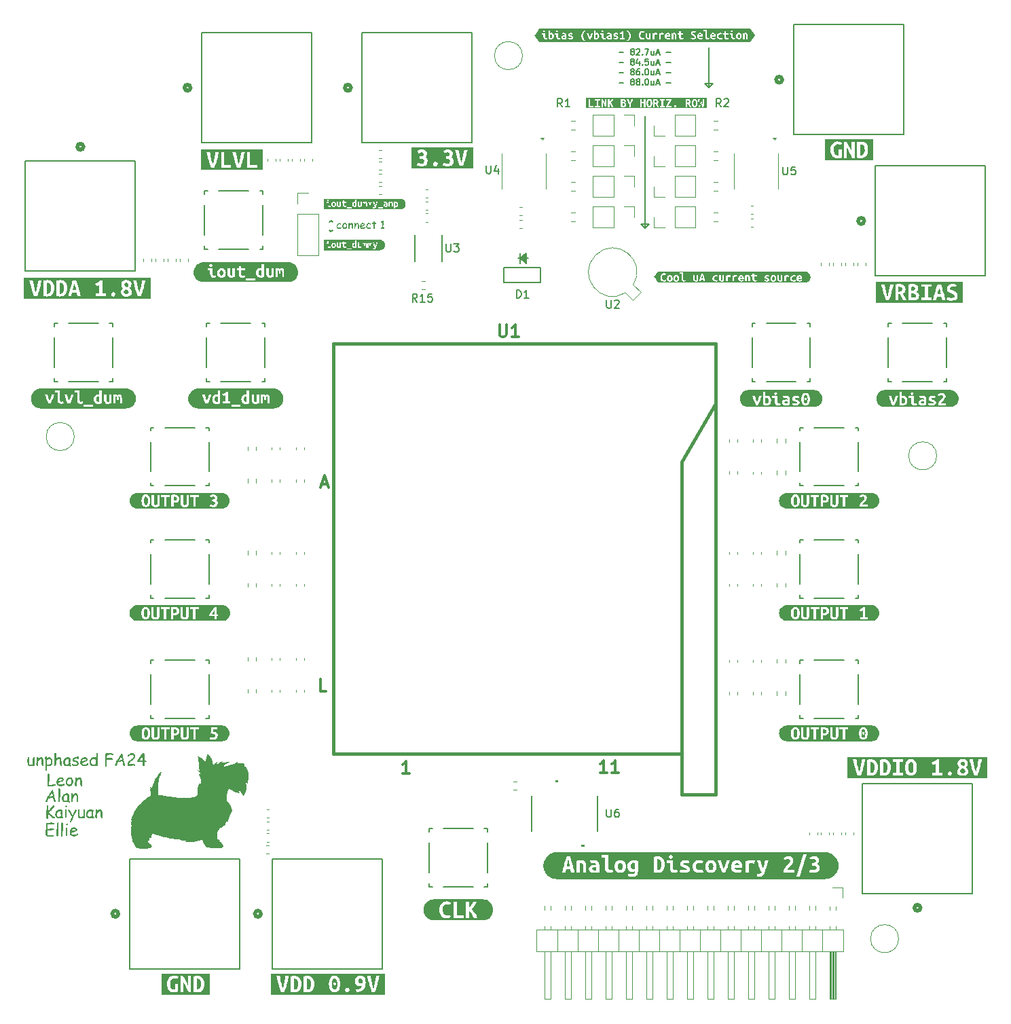
<source format=gbr>
%TF.GenerationSoftware,KiCad,Pcbnew,8.0.5*%
%TF.CreationDate,2024-10-22T14:52:20-04:00*%
%TF.ProjectId,huxley,6875786c-6579-42e6-9b69-6361645f7063,rev?*%
%TF.SameCoordinates,Original*%
%TF.FileFunction,Legend,Top*%
%TF.FilePolarity,Positive*%
%FSLAX46Y46*%
G04 Gerber Fmt 4.6, Leading zero omitted, Abs format (unit mm)*
G04 Created by KiCad (PCBNEW 8.0.5) date 2024-10-22 14:52:20*
%MOMM*%
%LPD*%
G01*
G04 APERTURE LIST*
%ADD10C,0.150000*%
%ADD11C,0.304800*%
%ADD12C,0.000000*%
%ADD13C,0.120000*%
%ADD14C,0.152400*%
%ADD15C,0.508000*%
%ADD16C,0.381000*%
G04 APERTURE END LIST*
D10*
G36*
X48298918Y-146888161D02*
G01*
X48267044Y-146883764D01*
X48191488Y-146867205D01*
X48117088Y-146854713D01*
X48043846Y-146846288D01*
X47961557Y-146841640D01*
X47931088Y-146841266D01*
X47854342Y-146843510D01*
X47777678Y-146849612D01*
X47746807Y-146852990D01*
X47669630Y-146863259D01*
X47595083Y-146875751D01*
X47531385Y-146888161D01*
X47539032Y-146963664D01*
X47540544Y-147003565D01*
X47539445Y-147087898D01*
X47536680Y-147173522D01*
X47532970Y-147255705D01*
X47528935Y-147330390D01*
X47524040Y-147410709D01*
X47522958Y-147427449D01*
X47974319Y-147379822D01*
X48054008Y-147370971D01*
X48127092Y-147363518D01*
X48200740Y-147357662D01*
X48218684Y-147357107D01*
X48288626Y-147380877D01*
X48294521Y-147386050D01*
X48325389Y-147454093D01*
X48325662Y-147462986D01*
X48301940Y-147536168D01*
X48230774Y-147568133D01*
X47985676Y-147591580D01*
X47509769Y-147638475D01*
X47505403Y-147715703D01*
X47502808Y-147772564D01*
X47500604Y-147848356D01*
X47500244Y-147890533D01*
X47501403Y-147966852D01*
X47506555Y-148048734D01*
X47520369Y-148124234D01*
X47533217Y-148149919D01*
X47608149Y-148173847D01*
X47686695Y-148177736D01*
X47695150Y-148177763D01*
X47769081Y-148177763D01*
X47848628Y-148177763D01*
X47887124Y-148177763D01*
X47961113Y-148177763D01*
X48038898Y-148177763D01*
X48080565Y-148177763D01*
X48141015Y-148166039D01*
X48201099Y-148154316D01*
X48275731Y-148175143D01*
X48309316Y-148243680D01*
X48310275Y-148263126D01*
X48288385Y-148333559D01*
X48222714Y-148369005D01*
X48140189Y-148379438D01*
X48056153Y-148384442D01*
X47982881Y-148386857D01*
X47898573Y-148388306D01*
X47823179Y-148388769D01*
X47803227Y-148388789D01*
X47726937Y-148387495D01*
X47641638Y-148382239D01*
X47567519Y-148372941D01*
X47493334Y-148356446D01*
X47419466Y-148325396D01*
X47393265Y-148305990D01*
X47349989Y-148246273D01*
X47322264Y-148169978D01*
X47306036Y-148086721D01*
X47297825Y-148004747D01*
X47294733Y-147930925D01*
X47294347Y-147891266D01*
X47295274Y-147814488D01*
X47297278Y-147749483D01*
X47300772Y-147674699D01*
X47304759Y-147600106D01*
X47305704Y-147583520D01*
X47294347Y-147534061D01*
X47313764Y-147472512D01*
X47319675Y-147384879D01*
X47324584Y-147304707D01*
X47329152Y-147218346D01*
X47332277Y-147142728D01*
X47334100Y-147068083D01*
X47334281Y-147040568D01*
X47328510Y-146964937D01*
X47324023Y-146931025D01*
X47315457Y-146857283D01*
X47313764Y-146821116D01*
X47328241Y-146747666D01*
X47387055Y-146703525D01*
X47416713Y-146700582D01*
X47487145Y-146721512D01*
X47491085Y-146724396D01*
X47566926Y-146697183D01*
X47640120Y-146674622D01*
X47717576Y-146655176D01*
X47724459Y-146653688D01*
X47798463Y-146640338D01*
X47875640Y-146632095D01*
X47931088Y-146630240D01*
X48006930Y-146631653D01*
X48091423Y-146637080D01*
X48168806Y-146646577D01*
X48250100Y-146662801D01*
X48321717Y-146684564D01*
X48331158Y-146688126D01*
X48388667Y-146734738D01*
X48400034Y-146783747D01*
X48373290Y-146854455D01*
X48307104Y-146887864D01*
X48298918Y-146888161D01*
G37*
G36*
X48866416Y-147471046D02*
G01*
X48851029Y-147993115D01*
X48849699Y-148073445D01*
X48846865Y-148152599D01*
X48843465Y-148226794D01*
X48842969Y-148236748D01*
X48818566Y-148308625D01*
X48752895Y-148341483D01*
X48741852Y-148341894D01*
X48669273Y-148318388D01*
X48641131Y-148247870D01*
X48640736Y-148234916D01*
X48641634Y-148153321D01*
X48643575Y-148075914D01*
X48646104Y-147999853D01*
X48649431Y-147914828D01*
X48652093Y-147853164D01*
X48655365Y-147776602D01*
X48658559Y-147692967D01*
X48660955Y-147618324D01*
X48662740Y-147542602D01*
X48663450Y-147471046D01*
X48663696Y-147396158D01*
X48664432Y-147316712D01*
X48665659Y-147232708D01*
X48667102Y-147157077D01*
X48668579Y-147091493D01*
X48670322Y-147013071D01*
X48671705Y-146937998D01*
X48672862Y-146854645D01*
X48673528Y-146775850D01*
X48673709Y-146711939D01*
X48693063Y-146640062D01*
X48762580Y-146607204D01*
X48774825Y-146606793D01*
X48847930Y-146629896D01*
X48876276Y-146699207D01*
X48876674Y-146711939D01*
X48876429Y-146786827D01*
X48875693Y-146866273D01*
X48874465Y-146950277D01*
X48873023Y-147025909D01*
X48871545Y-147091493D01*
X48869802Y-147169915D01*
X48868420Y-147244988D01*
X48867263Y-147328341D01*
X48866596Y-147407136D01*
X48866416Y-147471046D01*
G37*
G36*
X49440875Y-147471046D02*
G01*
X49425488Y-147993115D01*
X49424158Y-148073445D01*
X49421324Y-148152599D01*
X49417924Y-148226794D01*
X49417428Y-148236748D01*
X49393025Y-148308625D01*
X49327354Y-148341483D01*
X49316311Y-148341894D01*
X49243733Y-148318388D01*
X49215590Y-148247870D01*
X49215195Y-148234916D01*
X49216093Y-148153321D01*
X49218034Y-148075914D01*
X49220563Y-147999853D01*
X49223890Y-147914828D01*
X49226552Y-147853164D01*
X49229824Y-147776602D01*
X49233018Y-147692967D01*
X49235414Y-147618324D01*
X49237200Y-147542602D01*
X49237909Y-147471046D01*
X49238155Y-147396158D01*
X49238891Y-147316712D01*
X49240118Y-147232708D01*
X49241561Y-147157077D01*
X49243039Y-147091493D01*
X49244782Y-147013071D01*
X49246164Y-146937998D01*
X49247321Y-146854645D01*
X49247987Y-146775850D01*
X49248168Y-146711939D01*
X49267522Y-146640062D01*
X49337040Y-146607204D01*
X49349284Y-146606793D01*
X49422389Y-146629896D01*
X49450736Y-146699207D01*
X49451133Y-146711939D01*
X49450888Y-146786827D01*
X49450152Y-146866273D01*
X49448925Y-146950277D01*
X49447482Y-147025909D01*
X49446004Y-147091493D01*
X49444261Y-147169915D01*
X49442879Y-147244988D01*
X49441722Y-147328341D01*
X49441056Y-147407136D01*
X49440875Y-147471046D01*
G37*
G36*
X49950488Y-146958503D02*
G01*
X49878824Y-146938187D01*
X49864759Y-146927728D01*
X49829171Y-146861055D01*
X49828855Y-146852990D01*
X49858342Y-146784501D01*
X49864759Y-146778618D01*
X49932404Y-146748572D01*
X49950488Y-146747477D01*
X50021669Y-146768035D01*
X50035484Y-146778618D01*
X50070709Y-146844928D01*
X50071022Y-146852990D01*
X50041835Y-146921780D01*
X50035484Y-146927728D01*
X49965604Y-146957751D01*
X49950488Y-146958503D01*
G37*
G36*
X49997016Y-147813963D02*
G01*
X49997841Y-147892274D01*
X49999541Y-147971563D01*
X50000314Y-148001908D01*
X50002399Y-148080690D01*
X50003748Y-148154819D01*
X50003977Y-148190219D01*
X49981109Y-148260047D01*
X49976133Y-148265690D01*
X49908471Y-148294885D01*
X49902861Y-148295000D01*
X49833953Y-148269240D01*
X49830321Y-148265690D01*
X49802221Y-148195924D01*
X49802110Y-148190219D01*
X49801195Y-148111634D01*
X49799305Y-148032259D01*
X49798447Y-148001908D01*
X49796361Y-147923169D01*
X49795012Y-147849203D01*
X49794783Y-147813963D01*
X49795995Y-147740451D01*
X49799201Y-147663629D01*
X49803799Y-147586352D01*
X49805041Y-147568133D01*
X49810177Y-147489143D01*
X49813912Y-147410418D01*
X49815624Y-147334812D01*
X49815666Y-147322302D01*
X49838835Y-147251385D01*
X49843876Y-147245732D01*
X49913683Y-147216452D01*
X49916416Y-147216423D01*
X49985367Y-147242183D01*
X49988956Y-147245732D01*
X50017281Y-147313599D01*
X50017533Y-147322302D01*
X50016320Y-147395815D01*
X50013115Y-147472637D01*
X50008517Y-147549913D01*
X50007274Y-147568133D01*
X50002316Y-147647123D01*
X49998709Y-147725848D01*
X49997056Y-147801454D01*
X49997016Y-147813963D01*
G37*
G36*
X50876199Y-147220064D02*
G01*
X50949930Y-147230986D01*
X51023462Y-147251977D01*
X51073761Y-147274675D01*
X51138048Y-147321359D01*
X51184802Y-147387504D01*
X51204673Y-147459884D01*
X51206751Y-147495959D01*
X51190368Y-147571590D01*
X51146565Y-147636212D01*
X51090247Y-147685736D01*
X51023208Y-147723162D01*
X50956709Y-147754924D01*
X50882222Y-147788218D01*
X50871894Y-147792714D01*
X50478419Y-147965638D01*
X50530046Y-148025665D01*
X50590864Y-148072390D01*
X50622034Y-148089469D01*
X50696642Y-148116273D01*
X50773776Y-148128887D01*
X50822435Y-148130868D01*
X50899738Y-148124457D01*
X50971718Y-148109806D01*
X50989497Y-148105223D01*
X51062860Y-148080425D01*
X51126553Y-148041977D01*
X51145935Y-148019860D01*
X51201576Y-147970057D01*
X51221406Y-147966737D01*
X51285519Y-147995314D01*
X51314096Y-148061992D01*
X51296100Y-148133612D01*
X51249129Y-148192502D01*
X51182903Y-148240422D01*
X51129815Y-148268255D01*
X51061153Y-148296948D01*
X50983713Y-148321111D01*
X50907371Y-148336069D01*
X50832129Y-148341822D01*
X50822801Y-148341894D01*
X50738540Y-148337798D01*
X50660513Y-148325511D01*
X50588720Y-148305032D01*
X50512841Y-148270786D01*
X50445446Y-148225390D01*
X50391908Y-148173398D01*
X50343447Y-148103559D01*
X50313909Y-148035828D01*
X50295448Y-147960832D01*
X50288063Y-147878571D01*
X50287909Y-147864155D01*
X50290792Y-147789783D01*
X50460833Y-147789783D01*
X50777006Y-147650198D01*
X50853471Y-147614528D01*
X50919699Y-147580925D01*
X50989805Y-147540762D01*
X51042986Y-147504019D01*
X50980633Y-147463640D01*
X50904398Y-147438217D01*
X50823917Y-147428122D01*
X50794591Y-147427449D01*
X50720166Y-147436286D01*
X50647803Y-147466421D01*
X50590659Y-147512374D01*
X50585397Y-147517941D01*
X50537341Y-147583214D01*
X50501186Y-147657254D01*
X50474694Y-147735233D01*
X50460833Y-147789783D01*
X50290792Y-147789783D01*
X50291076Y-147782469D01*
X50300575Y-147705023D01*
X50316406Y-147631816D01*
X50343764Y-147549564D01*
X50380240Y-147473418D01*
X50417602Y-147414626D01*
X50463997Y-147357527D01*
X50525787Y-147301782D01*
X50594248Y-147259974D01*
X50669382Y-147232101D01*
X50751187Y-147218165D01*
X50794591Y-147216423D01*
X50876199Y-147220064D01*
G37*
G36*
X48338119Y-146091894D02*
G01*
X48263171Y-146078535D01*
X48188828Y-146045820D01*
X48119751Y-146003563D01*
X48059828Y-145959943D01*
X47995760Y-145907599D01*
X47927548Y-145846530D01*
X47891887Y-145812725D01*
X47583775Y-145497651D01*
X47583775Y-145512306D01*
X47582676Y-146058921D01*
X47562953Y-146133078D01*
X47492916Y-146162236D01*
X47423572Y-146137647D01*
X47399494Y-146110212D01*
X47372360Y-146041794D01*
X47370551Y-146017156D01*
X47370900Y-145935003D01*
X47371681Y-145860780D01*
X47372909Y-145779000D01*
X47374583Y-145689665D01*
X47376704Y-145592773D01*
X47378588Y-145515145D01*
X47380723Y-145433267D01*
X47383109Y-145347139D01*
X47384839Y-145287358D01*
X47387458Y-145198337D01*
X47389819Y-145113586D01*
X47391923Y-145033104D01*
X47393769Y-144956892D01*
X47395830Y-144861918D01*
X47397433Y-144774534D01*
X47398578Y-144694741D01*
X47399365Y-144605674D01*
X47399494Y-144557927D01*
X47423565Y-144488048D01*
X47428803Y-144482090D01*
X47495993Y-144450705D01*
X47501343Y-144450582D01*
X47571260Y-144478274D01*
X47574982Y-144482090D01*
X47604034Y-144549665D01*
X47604291Y-144557927D01*
X47603111Y-144632144D01*
X47600466Y-144707386D01*
X47596912Y-144784794D01*
X47592945Y-144859738D01*
X47592201Y-144873000D01*
X47588007Y-144947073D01*
X47584318Y-145024864D01*
X47581690Y-145102390D01*
X47580788Y-145182231D01*
X47580844Y-145189173D01*
X47633901Y-145135768D01*
X47689482Y-145077494D01*
X47747588Y-145014352D01*
X47797938Y-144958015D01*
X47850041Y-144898297D01*
X47892986Y-144848087D01*
X48188642Y-144492348D01*
X48251116Y-144452051D01*
X48267044Y-144450582D01*
X48335931Y-144478596D01*
X48339951Y-144482456D01*
X48371687Y-144548894D01*
X48372191Y-144560125D01*
X48340761Y-144636148D01*
X48297124Y-144700935D01*
X48246473Y-144767497D01*
X48196602Y-144828978D01*
X48138419Y-144897774D01*
X48106210Y-144934916D01*
X48048556Y-144999511D01*
X47990312Y-145063694D01*
X47931477Y-145127466D01*
X47872052Y-145190827D01*
X47812037Y-145253776D01*
X47751431Y-145316314D01*
X47727023Y-145341214D01*
X47778380Y-145394704D01*
X47839577Y-145456258D01*
X47898092Y-145513712D01*
X47963440Y-145576764D01*
X48020638Y-145631238D01*
X48082211Y-145689296D01*
X48114637Y-145719668D01*
X48222714Y-145811625D01*
X48287684Y-145854158D01*
X48349476Y-145880868D01*
X48412938Y-145923529D01*
X48430809Y-145984183D01*
X48409193Y-146052327D01*
X48346276Y-146091546D01*
X48338119Y-146091894D01*
G37*
G36*
X49142581Y-144974102D02*
G01*
X49219527Y-144994822D01*
X49267219Y-145012951D01*
X49334871Y-145047425D01*
X49390633Y-145099340D01*
X49407170Y-145152903D01*
X49386287Y-145202362D01*
X49374716Y-145276067D01*
X49370167Y-145332055D01*
X49366715Y-145406535D01*
X49364728Y-145487391D01*
X49363939Y-145562498D01*
X49365184Y-145637574D01*
X49371778Y-145713686D01*
X49381524Y-145765464D01*
X49404935Y-145839478D01*
X49433416Y-145914809D01*
X49446371Y-145947547D01*
X49469818Y-146002501D01*
X49476046Y-146020087D01*
X49447103Y-146088230D01*
X49380059Y-146115341D01*
X49318387Y-146072013D01*
X49308984Y-146062585D01*
X49260441Y-146005054D01*
X49240108Y-145974658D01*
X49174872Y-146011120D01*
X49104919Y-146045618D01*
X49065718Y-146062219D01*
X48992847Y-146085374D01*
X48940055Y-146091894D01*
X48854253Y-146087141D01*
X48777647Y-146072883D01*
X48699897Y-146044235D01*
X48634664Y-146002649D01*
X48588712Y-145956706D01*
X48548170Y-145894618D01*
X48517586Y-145819592D01*
X48499296Y-145744987D01*
X48488322Y-145660877D01*
X48484766Y-145583523D01*
X48484692Y-145571657D01*
X48687997Y-145571657D01*
X48692720Y-145652508D01*
X48709049Y-145727999D01*
X48744040Y-145798659D01*
X48747714Y-145803565D01*
X48806151Y-145853616D01*
X48877695Y-145877169D01*
X48927233Y-145880868D01*
X49002646Y-145875427D01*
X49077339Y-145855624D01*
X49095027Y-145847896D01*
X49160106Y-145806242D01*
X49199075Y-145776088D01*
X49189576Y-145701075D01*
X49180302Y-145619158D01*
X49173347Y-145546077D01*
X49168163Y-145471983D01*
X49166102Y-145402030D01*
X49170014Y-145328450D01*
X49171598Y-145313736D01*
X49183138Y-145238792D01*
X49188450Y-145212254D01*
X49123237Y-145185875D01*
X49079640Y-145177449D01*
X49002498Y-145184914D01*
X48930805Y-145207308D01*
X48864561Y-145244631D01*
X48803768Y-145296884D01*
X48753118Y-145358708D01*
X48716939Y-145425111D01*
X48695232Y-145496094D01*
X48687997Y-145571657D01*
X48484692Y-145571657D01*
X48484665Y-145567260D01*
X48488851Y-145491399D01*
X48501409Y-145419062D01*
X48527529Y-145336909D01*
X48565705Y-145259831D01*
X48615937Y-145187827D01*
X48656123Y-145142644D01*
X48711437Y-145091877D01*
X48782088Y-145042315D01*
X48857402Y-145005144D01*
X48937378Y-144980362D01*
X49022017Y-144967972D01*
X49066085Y-144966423D01*
X49142581Y-144974102D01*
G37*
G36*
X49846441Y-144708503D02*
G01*
X49774776Y-144688187D01*
X49760711Y-144677728D01*
X49725123Y-144611055D01*
X49724808Y-144602990D01*
X49754295Y-144534501D01*
X49760711Y-144528618D01*
X49828357Y-144498572D01*
X49846441Y-144497477D01*
X49917621Y-144518035D01*
X49931437Y-144528618D01*
X49966662Y-144594928D01*
X49966974Y-144602990D01*
X49937788Y-144671780D01*
X49931437Y-144677728D01*
X49861557Y-144707751D01*
X49846441Y-144708503D01*
G37*
G36*
X49892969Y-145563963D02*
G01*
X49893793Y-145642274D01*
X49895493Y-145721563D01*
X49896266Y-145751908D01*
X49898352Y-145830690D01*
X49899701Y-145904819D01*
X49899930Y-145940219D01*
X49877062Y-146010047D01*
X49872086Y-146015690D01*
X49804423Y-146044885D01*
X49798813Y-146045000D01*
X49729905Y-146019240D01*
X49726273Y-146015690D01*
X49698173Y-145945924D01*
X49698063Y-145940219D01*
X49697147Y-145861634D01*
X49695258Y-145782259D01*
X49694399Y-145751908D01*
X49692314Y-145673169D01*
X49690965Y-145599203D01*
X49690736Y-145563963D01*
X49691948Y-145490451D01*
X49695154Y-145413629D01*
X49699752Y-145336352D01*
X49700994Y-145318133D01*
X49706130Y-145239143D01*
X49709865Y-145160418D01*
X49711577Y-145084812D01*
X49711618Y-145072302D01*
X49734787Y-145001385D01*
X49739829Y-144995732D01*
X49809636Y-144966452D01*
X49812369Y-144966423D01*
X49881320Y-144992183D01*
X49884909Y-144995732D01*
X49913234Y-145063599D01*
X49913485Y-145072302D01*
X49912273Y-145145815D01*
X49909067Y-145222637D01*
X49904469Y-145299913D01*
X49903227Y-145318133D01*
X49898268Y-145397123D01*
X49894662Y-145475848D01*
X49893009Y-145551454D01*
X49892969Y-145563963D01*
G37*
G36*
X51135676Y-145126891D02*
G01*
X50779204Y-145891493D01*
X50747199Y-145959866D01*
X50709913Y-146041339D01*
X50675650Y-146118375D01*
X50644411Y-146190976D01*
X50616195Y-146259139D01*
X50586326Y-146335080D01*
X50577337Y-146358974D01*
X50509193Y-146557177D01*
X50466702Y-146617017D01*
X50416503Y-146631182D01*
X50345749Y-146607354D01*
X50341765Y-146604071D01*
X50310624Y-146537393D01*
X50324523Y-146463983D01*
X50347326Y-146393218D01*
X50373386Y-146322825D01*
X50406396Y-146240181D01*
X50435715Y-146170159D01*
X50468942Y-146093246D01*
X50506078Y-146009442D01*
X50533007Y-145949745D01*
X50164078Y-145236800D01*
X50117916Y-145161329D01*
X50090753Y-145091912D01*
X50090073Y-145081461D01*
X50114757Y-145010015D01*
X50122313Y-145001228D01*
X50187731Y-144966729D01*
X50195219Y-144966423D01*
X50263127Y-144996813D01*
X50268126Y-145003426D01*
X50312313Y-145069389D01*
X50357313Y-145141980D01*
X50403125Y-145221201D01*
X50449751Y-145307050D01*
X50485254Y-145375788D01*
X50521213Y-145448254D01*
X50557631Y-145524448D01*
X50594505Y-145604372D01*
X50631836Y-145688024D01*
X50644382Y-145716737D01*
X50796789Y-145353670D01*
X50827482Y-145286286D01*
X50862738Y-145211676D01*
X50897397Y-145141379D01*
X50931459Y-145075395D01*
X50955425Y-145030903D01*
X51004655Y-144975491D01*
X51041887Y-144966423D01*
X51110490Y-144992300D01*
X51116625Y-144997930D01*
X51148945Y-145064666D01*
X51149232Y-145072669D01*
X51135676Y-145126891D01*
G37*
G36*
X52171388Y-145436468D02*
G01*
X52171599Y-145512263D01*
X52172059Y-145590903D01*
X52172487Y-145649692D01*
X52173019Y-145724029D01*
X52173432Y-145799616D01*
X52173586Y-145862916D01*
X52176884Y-145929228D01*
X52180547Y-145995174D01*
X52152354Y-146063074D01*
X52150505Y-146064783D01*
X52080288Y-146091868D01*
X52077599Y-146091894D01*
X52006476Y-146070681D01*
X51976482Y-146024849D01*
X51901019Y-146057259D01*
X51828684Y-146077163D01*
X51751405Y-146088686D01*
X51679727Y-146091894D01*
X51599972Y-146086170D01*
X51522654Y-146066649D01*
X51456245Y-146033276D01*
X51398345Y-145981933D01*
X51359147Y-145916563D01*
X51339741Y-145844965D01*
X51328237Y-145762819D01*
X51318683Y-145683535D01*
X51311078Y-145607114D01*
X51305423Y-145533555D01*
X51301212Y-145449062D01*
X51299808Y-145368691D01*
X51302242Y-145287956D01*
X51308493Y-145211083D01*
X51318591Y-145129400D01*
X51330582Y-145053984D01*
X51365306Y-144985663D01*
X51428401Y-144966423D01*
X51498640Y-144990573D01*
X51502407Y-144993900D01*
X51532420Y-145061922D01*
X51532449Y-145064609D01*
X51527153Y-145138800D01*
X51517428Y-145211887D01*
X51507940Y-145286123D01*
X51502831Y-145359299D01*
X51502773Y-145366127D01*
X51503483Y-145446681D01*
X51505613Y-145521282D01*
X51509705Y-145598092D01*
X51514131Y-145652623D01*
X51523238Y-145728942D01*
X51537349Y-145804848D01*
X51547836Y-145843866D01*
X51614881Y-145871343D01*
X51679727Y-145880868D01*
X51758637Y-145877449D01*
X51839980Y-145867190D01*
X51914329Y-145852329D01*
X51971353Y-145837637D01*
X51970621Y-145632840D01*
X51968422Y-145437201D01*
X51969105Y-145357603D01*
X51971153Y-145282023D01*
X51975268Y-145198926D01*
X51981241Y-145121298D01*
X51987840Y-145059113D01*
X52018523Y-144989596D01*
X52087857Y-144966423D01*
X52158096Y-144990895D01*
X52161863Y-144994267D01*
X52190073Y-145063143D01*
X52171388Y-145436468D01*
G37*
G36*
X52989406Y-144974102D02*
G01*
X53066351Y-144994822D01*
X53114043Y-145012951D01*
X53181696Y-145047425D01*
X53237457Y-145099340D01*
X53253995Y-145152903D01*
X53233112Y-145202362D01*
X53221541Y-145276067D01*
X53216992Y-145332055D01*
X53213540Y-145406535D01*
X53211553Y-145487391D01*
X53210764Y-145562498D01*
X53212009Y-145637574D01*
X53218603Y-145713686D01*
X53228349Y-145765464D01*
X53251760Y-145839478D01*
X53280241Y-145914809D01*
X53293196Y-145947547D01*
X53316643Y-146002501D01*
X53322871Y-146020087D01*
X53293928Y-146088230D01*
X53226884Y-146115341D01*
X53165211Y-146072013D01*
X53155809Y-146062585D01*
X53107266Y-146005054D01*
X53086933Y-145974658D01*
X53021697Y-146011120D01*
X52951744Y-146045618D01*
X52912543Y-146062219D01*
X52839672Y-146085374D01*
X52786880Y-146091894D01*
X52701078Y-146087141D01*
X52624472Y-146072883D01*
X52546722Y-146044235D01*
X52481488Y-146002649D01*
X52435537Y-145956706D01*
X52394995Y-145894618D01*
X52364411Y-145819592D01*
X52346121Y-145744987D01*
X52335147Y-145660877D01*
X52331591Y-145583523D01*
X52331517Y-145571657D01*
X52534822Y-145571657D01*
X52539545Y-145652508D01*
X52555874Y-145727999D01*
X52590865Y-145798659D01*
X52594539Y-145803565D01*
X52652975Y-145853616D01*
X52724520Y-145877169D01*
X52774057Y-145880868D01*
X52849471Y-145875427D01*
X52924164Y-145855624D01*
X52941852Y-145847896D01*
X53006931Y-145806242D01*
X53045900Y-145776088D01*
X53036401Y-145701075D01*
X53027127Y-145619158D01*
X53020172Y-145546077D01*
X53014988Y-145471983D01*
X53012927Y-145402030D01*
X53016839Y-145328450D01*
X53018422Y-145313736D01*
X53029963Y-145238792D01*
X53035275Y-145212254D01*
X52970062Y-145185875D01*
X52926465Y-145177449D01*
X52849322Y-145184914D01*
X52777629Y-145207308D01*
X52711386Y-145244631D01*
X52650593Y-145296884D01*
X52599943Y-145358708D01*
X52563764Y-145425111D01*
X52542057Y-145496094D01*
X52534822Y-145571657D01*
X52331517Y-145571657D01*
X52331489Y-145567260D01*
X52335675Y-145491399D01*
X52348233Y-145419062D01*
X52374354Y-145336909D01*
X52412530Y-145259831D01*
X52462762Y-145187827D01*
X52502948Y-145142644D01*
X52558262Y-145091877D01*
X52628913Y-145042315D01*
X52704227Y-145005144D01*
X52784203Y-144980362D01*
X52868842Y-144967972D01*
X52912909Y-144966423D01*
X52989406Y-144974102D01*
G37*
G36*
X54286775Y-146091894D02*
G01*
X54214391Y-146066045D01*
X54186758Y-146000303D01*
X54157815Y-145786713D01*
X54149680Y-145710068D01*
X54144922Y-145636800D01*
X54143527Y-145573122D01*
X54146332Y-145496506D01*
X54147191Y-145480799D01*
X54150565Y-145406401D01*
X54150854Y-145388108D01*
X54146910Y-145306025D01*
X54130246Y-145230114D01*
X54078404Y-145178272D01*
X54068422Y-145177449D01*
X53990294Y-145193164D01*
X53921371Y-145234723D01*
X53867676Y-145286672D01*
X53847871Y-145310439D01*
X53803014Y-145374896D01*
X53763333Y-145447368D01*
X53732856Y-145517354D01*
X53706341Y-145593477D01*
X53699494Y-145616353D01*
X53692889Y-145692762D01*
X53690334Y-145714173D01*
X53684496Y-145787262D01*
X53684106Y-145810893D01*
X53688875Y-145886467D01*
X53690334Y-145901018D01*
X53696265Y-145976339D01*
X53696563Y-145990778D01*
X53671447Y-146060136D01*
X53667986Y-146063684D01*
X53598201Y-146091867D01*
X53595446Y-146091894D01*
X53525722Y-146067100D01*
X53522173Y-146063684D01*
X53494803Y-145995656D01*
X53494696Y-145990045D01*
X53489366Y-145914190D01*
X53487735Y-145899553D01*
X53481553Y-145825776D01*
X53481140Y-145808695D01*
X53482872Y-145727933D01*
X53486865Y-145647752D01*
X53492360Y-145565824D01*
X53495795Y-145521099D01*
X53501648Y-145444458D01*
X53506577Y-145366227D01*
X53509877Y-145290152D01*
X53510816Y-145233136D01*
X53508208Y-145156561D01*
X53507152Y-145137515D01*
X53504116Y-145062492D01*
X53503855Y-145041894D01*
X53531361Y-144972553D01*
X53533164Y-144970819D01*
X53603016Y-144943003D01*
X53605704Y-144942976D01*
X53675906Y-144972841D01*
X53706403Y-145047040D01*
X53710118Y-145078897D01*
X53713049Y-145200896D01*
X53767320Y-145133348D01*
X53822057Y-145077248D01*
X53888354Y-145025041D01*
X53955322Y-144989321D01*
X54034297Y-144968484D01*
X54068422Y-144966423D01*
X54144603Y-144975124D01*
X54215363Y-145005714D01*
X54270299Y-145058329D01*
X54298133Y-145105642D01*
X54323848Y-145179886D01*
X54337803Y-145256280D01*
X54344856Y-145336010D01*
X54346493Y-145380048D01*
X54346493Y-145479699D01*
X54345394Y-145571657D01*
X54349022Y-145646196D01*
X54357759Y-145721546D01*
X54367376Y-145783415D01*
X54379161Y-145859715D01*
X54387083Y-145932653D01*
X54389724Y-145994075D01*
X54362218Y-146063073D01*
X54360415Y-146064783D01*
X54292258Y-146091788D01*
X54286775Y-146091894D01*
G37*
G36*
X48193039Y-142548585D02*
G01*
X48231948Y-142618168D01*
X48235903Y-142631566D01*
X48300750Y-142973018D01*
X48454623Y-143679368D01*
X48513241Y-143836905D01*
X48536682Y-143907343D01*
X48543283Y-143944249D01*
X48515269Y-144012384D01*
X48511409Y-144016057D01*
X48443274Y-144044886D01*
X48438136Y-144045000D01*
X48370473Y-144012284D01*
X48324324Y-143944809D01*
X48291156Y-143866883D01*
X48273272Y-143812358D01*
X48255233Y-143739736D01*
X48238896Y-143661804D01*
X48223210Y-143579150D01*
X48208733Y-143497559D01*
X48206228Y-143482997D01*
X48126277Y-143496433D01*
X48049464Y-143511676D01*
X47972573Y-143528437D01*
X47931088Y-143537951D01*
X47657048Y-143598035D01*
X47626662Y-143672430D01*
X47592599Y-143750185D01*
X47557849Y-143826237D01*
X47524975Y-143896246D01*
X47488540Y-143972282D01*
X47480826Y-143988213D01*
X47427294Y-144038289D01*
X47391067Y-144045000D01*
X47321172Y-144018918D01*
X47317062Y-144015324D01*
X47285105Y-143949138D01*
X47284822Y-143940952D01*
X47306718Y-143864857D01*
X47339714Y-143784447D01*
X47372406Y-143710761D01*
X47404033Y-143642062D01*
X47440526Y-143564696D01*
X47422941Y-143503147D01*
X47451479Y-143431249D01*
X47517836Y-143397349D01*
X47524057Y-143395802D01*
X47527726Y-143389207D01*
X47779413Y-143389207D01*
X47849916Y-143363745D01*
X47924791Y-143339362D01*
X47998765Y-143316899D01*
X48081781Y-143292994D01*
X48157868Y-143271971D01*
X48074337Y-142887655D01*
X47779413Y-143389207D01*
X47527726Y-143389207D01*
X47562311Y-143327032D01*
X47603570Y-143255131D01*
X47647834Y-143180100D01*
X47695104Y-143101938D01*
X47735083Y-143037154D01*
X47776986Y-142970367D01*
X47820812Y-142901577D01*
X47864943Y-142833550D01*
X47905833Y-142772214D01*
X47955315Y-142700842D01*
X47999039Y-142641365D01*
X48045594Y-142583747D01*
X48101368Y-142530217D01*
X48124528Y-142520924D01*
X48193039Y-142548585D01*
G37*
G36*
X49090631Y-143221046D02*
G01*
X49075244Y-143743115D01*
X49073914Y-143823445D01*
X49071080Y-143902599D01*
X49067680Y-143976794D01*
X49067184Y-143986748D01*
X49042780Y-144058625D01*
X48977110Y-144091483D01*
X48966067Y-144091894D01*
X48893488Y-144068388D01*
X48865346Y-143997870D01*
X48864951Y-143984916D01*
X48865849Y-143903321D01*
X48867790Y-143825914D01*
X48870319Y-143749853D01*
X48873646Y-143664828D01*
X48876308Y-143603164D01*
X48879580Y-143526602D01*
X48882774Y-143442967D01*
X48885170Y-143368324D01*
X48886955Y-143292602D01*
X48887665Y-143221046D01*
X48887911Y-143146158D01*
X48888647Y-143066712D01*
X48889874Y-142982708D01*
X48891317Y-142907077D01*
X48892794Y-142841493D01*
X48894537Y-142763071D01*
X48895920Y-142687998D01*
X48897077Y-142604645D01*
X48897743Y-142525850D01*
X48897923Y-142461939D01*
X48917278Y-142390062D01*
X48986795Y-142357204D01*
X48999040Y-142356793D01*
X49072145Y-142379896D01*
X49100491Y-142449207D01*
X49100889Y-142461939D01*
X49100644Y-142536827D01*
X49099908Y-142616273D01*
X49098680Y-142700277D01*
X49097238Y-142775909D01*
X49095760Y-142841493D01*
X49094017Y-142919915D01*
X49092635Y-142994988D01*
X49091478Y-143078341D01*
X49090811Y-143157136D01*
X49090631Y-143221046D01*
G37*
G36*
X49970565Y-142974102D02*
G01*
X50047510Y-142994822D01*
X50095202Y-143012951D01*
X50162854Y-143047425D01*
X50218616Y-143099340D01*
X50235153Y-143152903D01*
X50214270Y-143202362D01*
X50202700Y-143276067D01*
X50198150Y-143332055D01*
X50194698Y-143406535D01*
X50192711Y-143487391D01*
X50191922Y-143562498D01*
X50193167Y-143637574D01*
X50199762Y-143713686D01*
X50209508Y-143765464D01*
X50232918Y-143839478D01*
X50261400Y-143914809D01*
X50274354Y-143947547D01*
X50297801Y-144002501D01*
X50304030Y-144020087D01*
X50275087Y-144088230D01*
X50208042Y-144115341D01*
X50146370Y-144072013D01*
X50136967Y-144062585D01*
X50088424Y-144005054D01*
X50068091Y-143974658D01*
X50002855Y-144011120D01*
X49932903Y-144045618D01*
X49893702Y-144062219D01*
X49820830Y-144085374D01*
X49768039Y-144091894D01*
X49682236Y-144087141D01*
X49605630Y-144072883D01*
X49527880Y-144044235D01*
X49462647Y-144002649D01*
X49416695Y-143956706D01*
X49376153Y-143894618D01*
X49345569Y-143819592D01*
X49327279Y-143744987D01*
X49316306Y-143660877D01*
X49312749Y-143583523D01*
X49312675Y-143571657D01*
X49515980Y-143571657D01*
X49520704Y-143652508D01*
X49537033Y-143727999D01*
X49572023Y-143798659D01*
X49575697Y-143803565D01*
X49634134Y-143853616D01*
X49705678Y-143877169D01*
X49755216Y-143880868D01*
X49830629Y-143875427D01*
X49905322Y-143855624D01*
X49923011Y-143847896D01*
X49988089Y-143806242D01*
X50027058Y-143776088D01*
X50017559Y-143701075D01*
X50008286Y-143619158D01*
X50001330Y-143546077D01*
X49996146Y-143471983D01*
X49994085Y-143402030D01*
X49997998Y-143328450D01*
X49999581Y-143313736D01*
X50011121Y-143238792D01*
X50016434Y-143212254D01*
X49951221Y-143185875D01*
X49907623Y-143177449D01*
X49830481Y-143184914D01*
X49758788Y-143207308D01*
X49692545Y-143244631D01*
X49631751Y-143296884D01*
X49581101Y-143358708D01*
X49544923Y-143425111D01*
X49523216Y-143496094D01*
X49515980Y-143571657D01*
X49312675Y-143571657D01*
X49312648Y-143567260D01*
X49316834Y-143491399D01*
X49329392Y-143419062D01*
X49355512Y-143336909D01*
X49393689Y-143259831D01*
X49443921Y-143187827D01*
X49484106Y-143142644D01*
X49539420Y-143091877D01*
X49610072Y-143042315D01*
X49685385Y-143005144D01*
X49765361Y-142980362D01*
X49850000Y-142967972D01*
X49894068Y-142966423D01*
X49970565Y-142974102D01*
G37*
G36*
X51267934Y-144091894D02*
G01*
X51195549Y-144066045D01*
X51167916Y-144000303D01*
X51138974Y-143786713D01*
X51130839Y-143710068D01*
X51126081Y-143636800D01*
X51124685Y-143573122D01*
X51127490Y-143496506D01*
X51128349Y-143480799D01*
X51131723Y-143406401D01*
X51132013Y-143388108D01*
X51128068Y-143306025D01*
X51111405Y-143230114D01*
X51059563Y-143178272D01*
X51049581Y-143177449D01*
X50971452Y-143193164D01*
X50902530Y-143234723D01*
X50848835Y-143286672D01*
X50829030Y-143310439D01*
X50784173Y-143374896D01*
X50744491Y-143447368D01*
X50714014Y-143517354D01*
X50687500Y-143593477D01*
X50680652Y-143616353D01*
X50674047Y-143692762D01*
X50671493Y-143714173D01*
X50665654Y-143787262D01*
X50665265Y-143810893D01*
X50670033Y-143886467D01*
X50671493Y-143901018D01*
X50677423Y-143976339D01*
X50677721Y-143990778D01*
X50652605Y-144060136D01*
X50649145Y-144063684D01*
X50579359Y-144091867D01*
X50576605Y-144091894D01*
X50506881Y-144067100D01*
X50503332Y-144063684D01*
X50475962Y-143995656D01*
X50475854Y-143990045D01*
X50470525Y-143914190D01*
X50468893Y-143899553D01*
X50462711Y-143825776D01*
X50462299Y-143808695D01*
X50464031Y-143727933D01*
X50468023Y-143647752D01*
X50473519Y-143565824D01*
X50476953Y-143521099D01*
X50482806Y-143444458D01*
X50487735Y-143366227D01*
X50491036Y-143290152D01*
X50491974Y-143233136D01*
X50489366Y-143156561D01*
X50488311Y-143137515D01*
X50485274Y-143062492D01*
X50485013Y-143041894D01*
X50512519Y-142972553D01*
X50514323Y-142970819D01*
X50584174Y-142943003D01*
X50586863Y-142942976D01*
X50657064Y-142972841D01*
X50687561Y-143047040D01*
X50691277Y-143078897D01*
X50694207Y-143200896D01*
X50748479Y-143133348D01*
X50803215Y-143077248D01*
X50869513Y-143025041D01*
X50936480Y-142989321D01*
X51015455Y-142968484D01*
X51049581Y-142966423D01*
X51125762Y-142975124D01*
X51196521Y-143005714D01*
X51251458Y-143058329D01*
X51279291Y-143105642D01*
X51305006Y-143179886D01*
X51318962Y-143256280D01*
X51326014Y-143336010D01*
X51327651Y-143380048D01*
X51327651Y-143479699D01*
X51326552Y-143571657D01*
X51330180Y-143646196D01*
X51338917Y-143721546D01*
X51348534Y-143783415D01*
X51360319Y-143859715D01*
X51368242Y-143932653D01*
X51370882Y-143994075D01*
X51343376Y-144063073D01*
X51341573Y-144064783D01*
X51273416Y-144091788D01*
X51267934Y-144091894D01*
G37*
G36*
X48456228Y-142021552D02*
G01*
X48380175Y-142046942D01*
X48306476Y-142065607D01*
X48233176Y-142080853D01*
X48150525Y-142095403D01*
X48090230Y-142104717D01*
X48007064Y-142116296D01*
X47929848Y-142125479D01*
X47847284Y-142133166D01*
X47772820Y-142137591D01*
X47715439Y-142138789D01*
X47640575Y-142133528D01*
X47568859Y-142108876D01*
X47565963Y-142106915D01*
X47519526Y-142045366D01*
X47504591Y-141968920D01*
X47504047Y-141947913D01*
X47524563Y-141606095D01*
X47529343Y-141516504D01*
X47533652Y-141425097D01*
X47537492Y-141331874D01*
X47540861Y-141236834D01*
X47543760Y-141139979D01*
X47546189Y-141041307D01*
X47548148Y-140940820D01*
X47549636Y-140838516D01*
X47550655Y-140734396D01*
X47551203Y-140628461D01*
X47551308Y-140556828D01*
X47575379Y-140487613D01*
X47580617Y-140481723D01*
X47648130Y-140450704D01*
X47653524Y-140450582D01*
X47723440Y-140477952D01*
X47727163Y-140481723D01*
X47756357Y-140551340D01*
X47756472Y-140556828D01*
X47756227Y-140665332D01*
X47755493Y-140771988D01*
X47754269Y-140876796D01*
X47752556Y-140979755D01*
X47750354Y-141080866D01*
X47747662Y-141180129D01*
X47744481Y-141277544D01*
X47740810Y-141373110D01*
X47736650Y-141466828D01*
X47732000Y-141558698D01*
X47728628Y-141618918D01*
X47715439Y-141776088D01*
X47709874Y-141852112D01*
X47709211Y-141927763D01*
X47796716Y-141925781D01*
X47871718Y-141920022D01*
X47951162Y-141910554D01*
X48035048Y-141897376D01*
X48123376Y-141880489D01*
X48216146Y-141859893D01*
X48288639Y-141842011D01*
X48363631Y-141822043D01*
X48389183Y-141814923D01*
X48422156Y-141810526D01*
X48490769Y-141840014D01*
X48496528Y-141846430D01*
X48522073Y-141916626D01*
X48522173Y-141921901D01*
X48496413Y-141992598D01*
X48456228Y-142021552D01*
G37*
G36*
X49234294Y-140970064D02*
G01*
X49308025Y-140980986D01*
X49381557Y-141001977D01*
X49431856Y-141024675D01*
X49496143Y-141071359D01*
X49542897Y-141137504D01*
X49562768Y-141209884D01*
X49564846Y-141245959D01*
X49548463Y-141321590D01*
X49504660Y-141386212D01*
X49448342Y-141435736D01*
X49381303Y-141473162D01*
X49314804Y-141504924D01*
X49240317Y-141538218D01*
X49229989Y-141542714D01*
X48836514Y-141715638D01*
X48888141Y-141775665D01*
X48948959Y-141822390D01*
X48980129Y-141839469D01*
X49054737Y-141866273D01*
X49131871Y-141878887D01*
X49180530Y-141880868D01*
X49257833Y-141874457D01*
X49329813Y-141859806D01*
X49347592Y-141855223D01*
X49420955Y-141830425D01*
X49484648Y-141791977D01*
X49504030Y-141769860D01*
X49559671Y-141720057D01*
X49579501Y-141716737D01*
X49643614Y-141745314D01*
X49672191Y-141811992D01*
X49654194Y-141883612D01*
X49607224Y-141942502D01*
X49540998Y-141990422D01*
X49487909Y-142018255D01*
X49419248Y-142046948D01*
X49341807Y-142071111D01*
X49265466Y-142086069D01*
X49190224Y-142091822D01*
X49180896Y-142091894D01*
X49096635Y-142087798D01*
X49018608Y-142075511D01*
X48946815Y-142055032D01*
X48870936Y-142020786D01*
X48803541Y-141975390D01*
X48750003Y-141923398D01*
X48701542Y-141853559D01*
X48672004Y-141785828D01*
X48653543Y-141710832D01*
X48646158Y-141628571D01*
X48646004Y-141614155D01*
X48648887Y-141539783D01*
X48818928Y-141539783D01*
X49135101Y-141400198D01*
X49211566Y-141364528D01*
X49277794Y-141330925D01*
X49347900Y-141290762D01*
X49401081Y-141254019D01*
X49338728Y-141213640D01*
X49262492Y-141188217D01*
X49182012Y-141178122D01*
X49152686Y-141177449D01*
X49078261Y-141186286D01*
X49005898Y-141216421D01*
X48948754Y-141262374D01*
X48943492Y-141267941D01*
X48895435Y-141333214D01*
X48859281Y-141407254D01*
X48832789Y-141485233D01*
X48818928Y-141539783D01*
X48648887Y-141539783D01*
X48649171Y-141532469D01*
X48658670Y-141455023D01*
X48674501Y-141381816D01*
X48701858Y-141299564D01*
X48738335Y-141223418D01*
X48775697Y-141164626D01*
X48822092Y-141107527D01*
X48883882Y-141051782D01*
X48952343Y-141009974D01*
X49027477Y-140982101D01*
X49109282Y-140968165D01*
X49152686Y-140966423D01*
X49234294Y-140970064D01*
G37*
G36*
X50385204Y-140973031D02*
G01*
X50462341Y-140997441D01*
X50529941Y-141039839D01*
X50588004Y-141100224D01*
X50623639Y-141154368D01*
X50656457Y-141223831D01*
X50680860Y-141299185D01*
X50696849Y-141380429D01*
X50703855Y-141454755D01*
X50704972Y-141520000D01*
X50699880Y-141603110D01*
X50686802Y-141681532D01*
X50665739Y-141755265D01*
X50636690Y-141824311D01*
X50599656Y-141888668D01*
X50585537Y-141909078D01*
X50533064Y-141971207D01*
X50474563Y-142020482D01*
X50410034Y-142056902D01*
X50339477Y-142080468D01*
X50262893Y-142091180D01*
X50236025Y-142091894D01*
X50162668Y-142085793D01*
X50084455Y-142063880D01*
X50012241Y-142026030D01*
X49953975Y-141979838D01*
X49938171Y-141964399D01*
X49890726Y-141907929D01*
X49852528Y-141844581D01*
X49823578Y-141774355D01*
X49803876Y-141697251D01*
X49793422Y-141613269D01*
X49791992Y-141583747D01*
X49792022Y-141582648D01*
X49995324Y-141582648D01*
X50001758Y-141660540D01*
X50023997Y-141734986D01*
X50066808Y-141802166D01*
X50076657Y-141812725D01*
X50135893Y-141856845D01*
X50208342Y-141879205D01*
X50236392Y-141880868D01*
X50312452Y-141869998D01*
X50380167Y-141837385D01*
X50420673Y-141803565D01*
X50467349Y-141744153D01*
X50497924Y-141673077D01*
X50511677Y-141599136D01*
X50513363Y-141572390D01*
X50513203Y-141480066D01*
X50505395Y-141400015D01*
X50484880Y-141317211D01*
X50444488Y-141243160D01*
X50386889Y-141196723D01*
X50312082Y-141177901D01*
X50297941Y-141177449D01*
X50218133Y-141188426D01*
X50148932Y-141222181D01*
X50090338Y-141278715D01*
X50062369Y-141319965D01*
X50029959Y-141387253D01*
X50008157Y-141459700D01*
X49996961Y-141537305D01*
X49995324Y-141582648D01*
X49792022Y-141582648D01*
X49794340Y-141498602D01*
X49805782Y-141417372D01*
X49826317Y-141340057D01*
X49855945Y-141266659D01*
X49894667Y-141197175D01*
X49909595Y-141174884D01*
X49957371Y-141114830D01*
X50022045Y-141056200D01*
X50094731Y-141012228D01*
X50175429Y-140982913D01*
X50248797Y-140969680D01*
X50311496Y-140966423D01*
X50385204Y-140973031D01*
G37*
G36*
X51743614Y-142091894D02*
G01*
X51671230Y-142066045D01*
X51643597Y-142000303D01*
X51614654Y-141786713D01*
X51606519Y-141710068D01*
X51601761Y-141636800D01*
X51600366Y-141573122D01*
X51603171Y-141496506D01*
X51604030Y-141480799D01*
X51607403Y-141406401D01*
X51607693Y-141388108D01*
X51603749Y-141306025D01*
X51587085Y-141230114D01*
X51535243Y-141178272D01*
X51525261Y-141177449D01*
X51447133Y-141193164D01*
X51378210Y-141234723D01*
X51324515Y-141286672D01*
X51304710Y-141310439D01*
X51259853Y-141374896D01*
X51220171Y-141447368D01*
X51189695Y-141517354D01*
X51163180Y-141593477D01*
X51156332Y-141616353D01*
X51149728Y-141692762D01*
X51147173Y-141714173D01*
X51141334Y-141787262D01*
X51140945Y-141810893D01*
X51145714Y-141886467D01*
X51147173Y-141901018D01*
X51153103Y-141976339D01*
X51153401Y-141990778D01*
X51128285Y-142060136D01*
X51124825Y-142063684D01*
X51055040Y-142091867D01*
X51052285Y-142091894D01*
X50982561Y-142067100D01*
X50979012Y-142063684D01*
X50951642Y-141995656D01*
X50951535Y-141990045D01*
X50946205Y-141914190D01*
X50944574Y-141899553D01*
X50938391Y-141825776D01*
X50937979Y-141808695D01*
X50939711Y-141727933D01*
X50943704Y-141647752D01*
X50949199Y-141565824D01*
X50952634Y-141521099D01*
X50958487Y-141444458D01*
X50963415Y-141366227D01*
X50966716Y-141290152D01*
X50967655Y-141233136D01*
X50965047Y-141156561D01*
X50963991Y-141137515D01*
X50960955Y-141062492D01*
X50960694Y-141041894D01*
X50988200Y-140972553D01*
X50990003Y-140970819D01*
X51059855Y-140943003D01*
X51062543Y-140942976D01*
X51132744Y-140972841D01*
X51163242Y-141047040D01*
X51166957Y-141078897D01*
X51169888Y-141200896D01*
X51224159Y-141133348D01*
X51278896Y-141077248D01*
X51345193Y-141025041D01*
X51412161Y-140989321D01*
X51491136Y-140968484D01*
X51525261Y-140966423D01*
X51601442Y-140975124D01*
X51672202Y-141005714D01*
X51727138Y-141058329D01*
X51754972Y-141105642D01*
X51780686Y-141179886D01*
X51794642Y-141256280D01*
X51801694Y-141336010D01*
X51803332Y-141380048D01*
X51803332Y-141479699D01*
X51802233Y-141571657D01*
X51805860Y-141646196D01*
X51814597Y-141721546D01*
X51824214Y-141783415D01*
X51836000Y-141859715D01*
X51843922Y-141932653D01*
X51846563Y-141994075D01*
X51819057Y-142063073D01*
X51817254Y-142064783D01*
X51749097Y-142091788D01*
X51743614Y-142091894D01*
G37*
G36*
X45884054Y-138936468D02*
G01*
X45884264Y-139012263D01*
X45884725Y-139090903D01*
X45885153Y-139149692D01*
X45885684Y-139224029D01*
X45886098Y-139299616D01*
X45886252Y-139362916D01*
X45889549Y-139429228D01*
X45893213Y-139495174D01*
X45865019Y-139563074D01*
X45863171Y-139564783D01*
X45792953Y-139591868D01*
X45790265Y-139591894D01*
X45719141Y-139570681D01*
X45689148Y-139524849D01*
X45613684Y-139557259D01*
X45541350Y-139577163D01*
X45464070Y-139588686D01*
X45392393Y-139591894D01*
X45312637Y-139586170D01*
X45235319Y-139566649D01*
X45168911Y-139533276D01*
X45111011Y-139481933D01*
X45071813Y-139416563D01*
X45052407Y-139344965D01*
X45040903Y-139262819D01*
X45031348Y-139183535D01*
X45023744Y-139107114D01*
X45018089Y-139033555D01*
X45013877Y-138949062D01*
X45012473Y-138868691D01*
X45014908Y-138787956D01*
X45021159Y-138711083D01*
X45031257Y-138629400D01*
X45043248Y-138553984D01*
X45077971Y-138485663D01*
X45141067Y-138466423D01*
X45211306Y-138490573D01*
X45215073Y-138493900D01*
X45245085Y-138561922D01*
X45245115Y-138564609D01*
X45239819Y-138638800D01*
X45230094Y-138711887D01*
X45220605Y-138786123D01*
X45215496Y-138859299D01*
X45215439Y-138866127D01*
X45216149Y-138946681D01*
X45218278Y-139021282D01*
X45222371Y-139098092D01*
X45226796Y-139152623D01*
X45235903Y-139228942D01*
X45250015Y-139304848D01*
X45260502Y-139343866D01*
X45327547Y-139371343D01*
X45392393Y-139380868D01*
X45471302Y-139377449D01*
X45552646Y-139367190D01*
X45626995Y-139352329D01*
X45684019Y-139337637D01*
X45683286Y-139132840D01*
X45681088Y-138937201D01*
X45681771Y-138857603D01*
X45683819Y-138782023D01*
X45687933Y-138698926D01*
X45693907Y-138621298D01*
X45700505Y-138559113D01*
X45731188Y-138489596D01*
X45800523Y-138466423D01*
X45870762Y-138490895D01*
X45874528Y-138494267D01*
X45902739Y-138563143D01*
X45884054Y-138936468D01*
G37*
G36*
X46925261Y-139591894D02*
G01*
X46852877Y-139566045D01*
X46825244Y-139500303D01*
X46796301Y-139286713D01*
X46788166Y-139210068D01*
X46783408Y-139136800D01*
X46782013Y-139073122D01*
X46784818Y-138996506D01*
X46785676Y-138980799D01*
X46789050Y-138906401D01*
X46789340Y-138888108D01*
X46785396Y-138806025D01*
X46768732Y-138730114D01*
X46716890Y-138678272D01*
X46706908Y-138677449D01*
X46628779Y-138693164D01*
X46559857Y-138734723D01*
X46506162Y-138786672D01*
X46486357Y-138810439D01*
X46441500Y-138874896D01*
X46401818Y-138947368D01*
X46371342Y-139017354D01*
X46344827Y-139093477D01*
X46337979Y-139116353D01*
X46331375Y-139192762D01*
X46328820Y-139214173D01*
X46322981Y-139287262D01*
X46322592Y-139310893D01*
X46327360Y-139386467D01*
X46328820Y-139401018D01*
X46334750Y-139476339D01*
X46335048Y-139490778D01*
X46309932Y-139560136D01*
X46306472Y-139563684D01*
X46236687Y-139591867D01*
X46233932Y-139591894D01*
X46164208Y-139567100D01*
X46160659Y-139563684D01*
X46133289Y-139495656D01*
X46133182Y-139490045D01*
X46127852Y-139414190D01*
X46126221Y-139399553D01*
X46120038Y-139325776D01*
X46119626Y-139308695D01*
X46121358Y-139227933D01*
X46125351Y-139147752D01*
X46130846Y-139065824D01*
X46134281Y-139021099D01*
X46140134Y-138944458D01*
X46145062Y-138866227D01*
X46148363Y-138790152D01*
X46149302Y-138733136D01*
X46146693Y-138656561D01*
X46145638Y-138637515D01*
X46142602Y-138562492D01*
X46142341Y-138541894D01*
X46169847Y-138472553D01*
X46171650Y-138470819D01*
X46241502Y-138443003D01*
X46244190Y-138442976D01*
X46314391Y-138472841D01*
X46344889Y-138547040D01*
X46348604Y-138578897D01*
X46351535Y-138700896D01*
X46405806Y-138633348D01*
X46460542Y-138577248D01*
X46526840Y-138525041D01*
X46593807Y-138489321D01*
X46672783Y-138468484D01*
X46706908Y-138466423D01*
X46783089Y-138475124D01*
X46853848Y-138505714D01*
X46908785Y-138558329D01*
X46936618Y-138605642D01*
X46962333Y-138679886D01*
X46976289Y-138756280D01*
X46983341Y-138836010D01*
X46984979Y-138880048D01*
X46984979Y-138979699D01*
X46983879Y-139071657D01*
X46987507Y-139146196D01*
X46996244Y-139221546D01*
X47005861Y-139283415D01*
X47017647Y-139359715D01*
X47025569Y-139432653D01*
X47028210Y-139494075D01*
X47000704Y-139563073D01*
X46998900Y-139564783D01*
X46930744Y-139591788D01*
X46925261Y-139591894D01*
G37*
G36*
X47397138Y-138425024D02*
G01*
X47424616Y-138495366D01*
X47421685Y-138529438D01*
X47414357Y-138588056D01*
X47479977Y-138546720D01*
X47549088Y-138511590D01*
X47585450Y-138496831D01*
X47656175Y-138476044D01*
X47733570Y-138466542D01*
X47742986Y-138466423D01*
X47818266Y-138473172D01*
X47895998Y-138498106D01*
X47962862Y-138541413D01*
X48018856Y-138603093D01*
X48052198Y-138658398D01*
X48082319Y-138729597D01*
X48105041Y-138810157D01*
X48118630Y-138886660D01*
X48126783Y-138970041D01*
X48129425Y-139044779D01*
X48129501Y-139060300D01*
X48125302Y-139142933D01*
X48112705Y-139219926D01*
X48091711Y-139291277D01*
X48056603Y-139367389D01*
X48010066Y-139435823D01*
X47950558Y-139496636D01*
X47882950Y-139542512D01*
X47807243Y-139573452D01*
X47723437Y-139589456D01*
X47671912Y-139591894D01*
X47598710Y-139587998D01*
X47520660Y-139576309D01*
X47445498Y-139558921D01*
X47443300Y-140051681D01*
X47418184Y-140122006D01*
X47414724Y-140125687D01*
X47344939Y-140154601D01*
X47342184Y-140154630D01*
X47273276Y-140128870D01*
X47269644Y-140125321D01*
X47241544Y-140055554D01*
X47241434Y-140049849D01*
X47244364Y-139631095D01*
X47244364Y-139213440D01*
X47242930Y-139128990D01*
X47240827Y-139047374D01*
X47238053Y-138968591D01*
X47234610Y-138892642D01*
X47231186Y-138832787D01*
X47434141Y-138832787D01*
X47437941Y-138908262D01*
X47441096Y-138984936D01*
X47443608Y-139062808D01*
X47445476Y-139141879D01*
X47446699Y-139222148D01*
X47447279Y-139303616D01*
X47447330Y-139336538D01*
X47517591Y-139359915D01*
X47594794Y-139375630D01*
X47671912Y-139380868D01*
X47746573Y-139371280D01*
X47814980Y-139338583D01*
X47869016Y-139282683D01*
X47904736Y-139211276D01*
X47922997Y-139133328D01*
X47927634Y-139060666D01*
X47925442Y-138981288D01*
X47917571Y-138901861D01*
X47901874Y-138826903D01*
X47881838Y-138773070D01*
X47836890Y-138711159D01*
X47765792Y-138678943D01*
X47743353Y-138677449D01*
X47669340Y-138684584D01*
X47596530Y-138708226D01*
X47572260Y-138720680D01*
X47510437Y-138764094D01*
X47454572Y-138813244D01*
X47434141Y-138832787D01*
X47231186Y-138832787D01*
X47229746Y-138807616D01*
X47228977Y-138795785D01*
X47213590Y-138583293D01*
X47222052Y-138507224D01*
X47240334Y-138457997D01*
X47292875Y-138403397D01*
X47330094Y-138396081D01*
X47397138Y-138425024D01*
G37*
G36*
X49219068Y-139591894D02*
G01*
X49149880Y-139564513D01*
X49123080Y-139514225D01*
X49106010Y-139441135D01*
X49092572Y-139365115D01*
X49081090Y-139284950D01*
X49079849Y-139275355D01*
X49070994Y-139196095D01*
X49064554Y-139117885D01*
X49061603Y-139043838D01*
X49061531Y-139031723D01*
X49063785Y-138957427D01*
X49064096Y-138950757D01*
X49066620Y-138876906D01*
X49066660Y-138869790D01*
X49062032Y-138794845D01*
X49039363Y-138719711D01*
X48975891Y-138677637D01*
X48969940Y-138677449D01*
X48890721Y-138689077D01*
X48817012Y-138723960D01*
X48755384Y-138775238D01*
X48735833Y-138796517D01*
X48690805Y-138857740D01*
X48649866Y-138924146D01*
X48613777Y-138987937D01*
X48591486Y-139029159D01*
X48590971Y-139124161D01*
X48589425Y-139208952D01*
X48586849Y-139283530D01*
X48582180Y-139362391D01*
X48574452Y-139435962D01*
X48558513Y-139503234D01*
X48509884Y-139559276D01*
X48468754Y-139568447D01*
X48398773Y-139543331D01*
X48394748Y-139539870D01*
X48362906Y-139472448D01*
X48362875Y-139469895D01*
X48372034Y-139424832D01*
X48380727Y-139348887D01*
X48383391Y-139275355D01*
X48386688Y-139123681D01*
X48389619Y-138370069D01*
X48393791Y-138292496D01*
X48396689Y-138218387D01*
X48396946Y-138198977D01*
X48391382Y-138123689D01*
X48387055Y-138100059D01*
X48377636Y-138024899D01*
X48377163Y-138002972D01*
X48405013Y-137933675D01*
X48406838Y-137931898D01*
X48475081Y-137903798D01*
X48480478Y-137903688D01*
X48550545Y-137928193D01*
X48579396Y-137990516D01*
X48589833Y-138065362D01*
X48595122Y-138138932D01*
X48595516Y-138163440D01*
X48594537Y-138242437D01*
X48591920Y-138317024D01*
X48588555Y-138379595D01*
X48585139Y-138454921D01*
X48583455Y-138531287D01*
X48583426Y-138601612D01*
X48584525Y-138692103D01*
X48633028Y-138632946D01*
X48689027Y-138577819D01*
X48753188Y-138530073D01*
X48765143Y-138522843D01*
X48832771Y-138490721D01*
X48909708Y-138470886D01*
X48969574Y-138466423D01*
X49048411Y-138473361D01*
X49121064Y-138497753D01*
X49181872Y-138545452D01*
X49204413Y-138577431D01*
X49232973Y-138651225D01*
X49247157Y-138726248D01*
X49254558Y-138807094D01*
X49256071Y-138840847D01*
X49264497Y-139037219D01*
X49285013Y-139251542D01*
X49295616Y-139330780D01*
X49307777Y-139403265D01*
X49320184Y-139463300D01*
X49324214Y-139492976D01*
X49294989Y-139561907D01*
X49293073Y-139563684D01*
X49224423Y-139591784D01*
X49219068Y-139591894D01*
G37*
G36*
X50135638Y-138474102D02*
G01*
X50212583Y-138494822D01*
X50260275Y-138512951D01*
X50327927Y-138547425D01*
X50383689Y-138599340D01*
X50400226Y-138652903D01*
X50379344Y-138702362D01*
X50367773Y-138776067D01*
X50363224Y-138832055D01*
X50359772Y-138906535D01*
X50357784Y-138987391D01*
X50356995Y-139062498D01*
X50358240Y-139137574D01*
X50364835Y-139213686D01*
X50374581Y-139265464D01*
X50397991Y-139339478D01*
X50426473Y-139414809D01*
X50439427Y-139447547D01*
X50462875Y-139502501D01*
X50469103Y-139520087D01*
X50440160Y-139588230D01*
X50373115Y-139615341D01*
X50311443Y-139572013D01*
X50302041Y-139562585D01*
X50253497Y-139505054D01*
X50233164Y-139474658D01*
X50167928Y-139511120D01*
X50097976Y-139545618D01*
X50058775Y-139562219D01*
X49985904Y-139585374D01*
X49933112Y-139591894D01*
X49847310Y-139587141D01*
X49770704Y-139572883D01*
X49692953Y-139544235D01*
X49627720Y-139502649D01*
X49581769Y-139456706D01*
X49541227Y-139394618D01*
X49510642Y-139319592D01*
X49492353Y-139244987D01*
X49481379Y-139160877D01*
X49477823Y-139083523D01*
X49477749Y-139071657D01*
X49681053Y-139071657D01*
X49685777Y-139152508D01*
X49702106Y-139227999D01*
X49737097Y-139298659D01*
X49740771Y-139303565D01*
X49799207Y-139353616D01*
X49870751Y-139377169D01*
X49920289Y-139380868D01*
X49995702Y-139375427D01*
X50070395Y-139355624D01*
X50088084Y-139347896D01*
X50153162Y-139306242D01*
X50192131Y-139276088D01*
X50182632Y-139201075D01*
X50173359Y-139119158D01*
X50166404Y-139046077D01*
X50161219Y-138971983D01*
X50159159Y-138902030D01*
X50163071Y-138828450D01*
X50164654Y-138813736D01*
X50176195Y-138738792D01*
X50181507Y-138712254D01*
X50116294Y-138685875D01*
X50072697Y-138677449D01*
X49995554Y-138684914D01*
X49923861Y-138707308D01*
X49857618Y-138744631D01*
X49796824Y-138796884D01*
X49746174Y-138858708D01*
X49709996Y-138925111D01*
X49688289Y-138996094D01*
X49681053Y-139071657D01*
X49477749Y-139071657D01*
X49477721Y-139067260D01*
X49481907Y-138991399D01*
X49494465Y-138919062D01*
X49520586Y-138836909D01*
X49558762Y-138759831D01*
X49608994Y-138687827D01*
X49649180Y-138642644D01*
X49704494Y-138591877D01*
X49775145Y-138542315D01*
X49850458Y-138505144D01*
X49930435Y-138480362D01*
X50015073Y-138467972D01*
X50059141Y-138466423D01*
X50135638Y-138474102D01*
G37*
G36*
X51338485Y-138747791D02*
G01*
X51268700Y-138720219D01*
X51258984Y-138706025D01*
X51238947Y-138630813D01*
X51232240Y-138583660D01*
X51155645Y-138604938D01*
X51077964Y-138628795D01*
X51004073Y-138652569D01*
X50994103Y-138655833D01*
X50921425Y-138690753D01*
X50859558Y-138739875D01*
X50827822Y-138806851D01*
X50827041Y-138818866D01*
X50887857Y-138835352D01*
X50972470Y-138852409D01*
X51048531Y-138871708D01*
X51126459Y-138897055D01*
X51201266Y-138929759D01*
X51240300Y-138952222D01*
X51305823Y-139004472D01*
X51355254Y-139066014D01*
X51388590Y-139136847D01*
X51405833Y-139216972D01*
X51408461Y-139266929D01*
X51399370Y-139346041D01*
X51372099Y-139414849D01*
X51326647Y-139473352D01*
X51263014Y-139521552D01*
X51190171Y-139555555D01*
X51116956Y-139576438D01*
X51035772Y-139588528D01*
X50958199Y-139591894D01*
X50883141Y-139588359D01*
X50810053Y-139577752D01*
X50738937Y-139560074D01*
X50700279Y-139547198D01*
X50630876Y-139515988D01*
X50572007Y-139469055D01*
X50542263Y-139401117D01*
X50541643Y-139388562D01*
X50571899Y-139319398D01*
X50573883Y-139317487D01*
X50642748Y-139287198D01*
X50647889Y-139287079D01*
X50714977Y-139319682D01*
X50730321Y-139332875D01*
X50801968Y-139361726D01*
X50841329Y-139369511D01*
X50915805Y-139378994D01*
X50957833Y-139380868D01*
X51034383Y-139376360D01*
X51110240Y-139360352D01*
X51175857Y-139327403D01*
X51206228Y-139265464D01*
X51190752Y-139193722D01*
X51144326Y-139136355D01*
X51077076Y-139097428D01*
X51010589Y-139075687D01*
X50903244Y-139052606D01*
X50825371Y-139033551D01*
X50752418Y-139008134D01*
X50708705Y-138984829D01*
X50654622Y-138929913D01*
X50628111Y-138856253D01*
X50625174Y-138815935D01*
X50632309Y-138741961D01*
X50658671Y-138666271D01*
X50704457Y-138602012D01*
X50769668Y-138549183D01*
X50828140Y-138518447D01*
X50902447Y-138490776D01*
X50977608Y-138467619D01*
X51025976Y-138453967D01*
X51096494Y-138433845D01*
X51171404Y-138409811D01*
X51220882Y-138390586D01*
X51294184Y-138373265D01*
X51312473Y-138372634D01*
X51381424Y-138397428D01*
X51385013Y-138400844D01*
X51413478Y-138468872D01*
X51413590Y-138474483D01*
X51424121Y-138549872D01*
X51426413Y-138560212D01*
X51438785Y-138633998D01*
X51439235Y-138645942D01*
X51414119Y-138715987D01*
X51410659Y-138719581D01*
X51341218Y-138747763D01*
X51338485Y-138747791D01*
G37*
G36*
X52198983Y-138470064D02*
G01*
X52272714Y-138480986D01*
X52346246Y-138501977D01*
X52396545Y-138524675D01*
X52460832Y-138571359D01*
X52507587Y-138637504D01*
X52527457Y-138709884D01*
X52529535Y-138745959D01*
X52513152Y-138821590D01*
X52469349Y-138886212D01*
X52413032Y-138935736D01*
X52345993Y-138973162D01*
X52279493Y-139004924D01*
X52205007Y-139038218D01*
X52194678Y-139042714D01*
X51801203Y-139215638D01*
X51852831Y-139275665D01*
X51913648Y-139322390D01*
X51944818Y-139339469D01*
X52019427Y-139366273D01*
X52096560Y-139378887D01*
X52145219Y-139380868D01*
X52222522Y-139374457D01*
X52294503Y-139359806D01*
X52312281Y-139355223D01*
X52385644Y-139330425D01*
X52449337Y-139291977D01*
X52468719Y-139269860D01*
X52524361Y-139220057D01*
X52544190Y-139216737D01*
X52608304Y-139245314D01*
X52636880Y-139311992D01*
X52618884Y-139383612D01*
X52571914Y-139442502D01*
X52505688Y-139490422D01*
X52452599Y-139518255D01*
X52383937Y-139546948D01*
X52306497Y-139571111D01*
X52230156Y-139586069D01*
X52154914Y-139591822D01*
X52145586Y-139591894D01*
X52061325Y-139587798D01*
X51983298Y-139575511D01*
X51911505Y-139555032D01*
X51835625Y-139520786D01*
X51768230Y-139475390D01*
X51714693Y-139423398D01*
X51666232Y-139353559D01*
X51636694Y-139285828D01*
X51618232Y-139210832D01*
X51610848Y-139128571D01*
X51610694Y-139114155D01*
X51613577Y-139039783D01*
X51783618Y-139039783D01*
X52099790Y-138900198D01*
X52176256Y-138864528D01*
X52242483Y-138830925D01*
X52312589Y-138790762D01*
X52365771Y-138754019D01*
X52303417Y-138713640D01*
X52227182Y-138688217D01*
X52146701Y-138678122D01*
X52117376Y-138677449D01*
X52042951Y-138686286D01*
X51970588Y-138716421D01*
X51913443Y-138762374D01*
X51908182Y-138767941D01*
X51860125Y-138833214D01*
X51823971Y-138907254D01*
X51797478Y-138985233D01*
X51783618Y-139039783D01*
X51613577Y-139039783D01*
X51613860Y-139032469D01*
X51623359Y-138955023D01*
X51639191Y-138881816D01*
X51666548Y-138799564D01*
X51703024Y-138723418D01*
X51740387Y-138664626D01*
X51786782Y-138607527D01*
X51848571Y-138551782D01*
X51917033Y-138509974D01*
X51992166Y-138482101D01*
X52073971Y-138468165D01*
X52117376Y-138466423D01*
X52198983Y-138470064D01*
G37*
G36*
X53781402Y-137928600D02*
G01*
X53804849Y-138003339D01*
X53802886Y-138082186D01*
X53799079Y-138158706D01*
X53794591Y-138232042D01*
X53788821Y-138316151D01*
X53781769Y-138411033D01*
X53775638Y-138489265D01*
X53768785Y-138573557D01*
X53763817Y-138633119D01*
X53758367Y-138708430D01*
X53754474Y-138783786D01*
X53752139Y-138859188D01*
X53751360Y-138934637D01*
X53751858Y-139017389D01*
X53753352Y-139094921D01*
X53756621Y-139184494D01*
X53761445Y-139265910D01*
X53767826Y-139339169D01*
X53777538Y-139416311D01*
X53783234Y-139450478D01*
X53785066Y-139473925D01*
X53756123Y-139541702D01*
X53689445Y-139568447D01*
X53622927Y-139532097D01*
X53595655Y-139475390D01*
X53529779Y-139518597D01*
X53461658Y-139552687D01*
X53441782Y-139560753D01*
X53370566Y-139582041D01*
X53296685Y-139591408D01*
X53275087Y-139591894D01*
X53197704Y-139586884D01*
X53125473Y-139571853D01*
X53047715Y-139541652D01*
X52976969Y-139497811D01*
X52921912Y-139449378D01*
X52872856Y-139391801D01*
X52833950Y-139328427D01*
X52805193Y-139259257D01*
X52786586Y-139184291D01*
X52778128Y-139103529D01*
X52777564Y-139075321D01*
X52777767Y-139070558D01*
X52960013Y-139070558D01*
X52969208Y-139146543D01*
X52996793Y-139215587D01*
X53042767Y-139277690D01*
X53054169Y-139289277D01*
X53116358Y-139337577D01*
X53184772Y-139367988D01*
X53259412Y-139380511D01*
X53275087Y-139380868D01*
X53350531Y-139374187D01*
X53421632Y-139350460D01*
X53486563Y-139307018D01*
X53535938Y-139268394D01*
X53565614Y-139237986D01*
X53562683Y-139067627D01*
X53563782Y-138953321D01*
X53565614Y-138837184D01*
X53526584Y-138774943D01*
X53469615Y-138722530D01*
X53461566Y-138717383D01*
X53390308Y-138687432D01*
X53317439Y-138677605D01*
X53306228Y-138677449D01*
X53225009Y-138683586D01*
X53146612Y-138705159D01*
X53081951Y-138742267D01*
X53046475Y-138775635D01*
X53004680Y-138838511D01*
X52979011Y-138907588D01*
X52964151Y-138989076D01*
X52960013Y-139070558D01*
X52777767Y-139070558D01*
X52781124Y-138991679D01*
X52791804Y-138913405D01*
X52809603Y-138840497D01*
X52840360Y-138760091D01*
X52881370Y-138687414D01*
X52923377Y-138632752D01*
X52981109Y-138576226D01*
X53044947Y-138531396D01*
X53114890Y-138498260D01*
X53190937Y-138476819D01*
X53273090Y-138467073D01*
X53301831Y-138466423D01*
X53377701Y-138470795D01*
X53450621Y-138487237D01*
X53486479Y-138503426D01*
X53583199Y-138574501D01*
X53585926Y-138496193D01*
X53588750Y-138422839D01*
X53592666Y-138332736D01*
X53596753Y-138251437D01*
X53602104Y-138162195D01*
X53607723Y-138086709D01*
X53616040Y-138004140D01*
X53617271Y-137994546D01*
X53647313Y-137926402D01*
X53711060Y-137903688D01*
X53781402Y-137928600D01*
G37*
G36*
X55670376Y-138208503D02*
G01*
X55631175Y-138201542D01*
X55552910Y-138182238D01*
X55472344Y-138170383D01*
X55393359Y-138164104D01*
X55319351Y-138161764D01*
X55293387Y-138161608D01*
X55219474Y-138164447D01*
X55145332Y-138171590D01*
X55134019Y-138172965D01*
X55056271Y-138184309D01*
X54978064Y-138198537D01*
X54929588Y-138208503D01*
X54927756Y-138607107D01*
X55010057Y-138588835D01*
X55082891Y-138575050D01*
X55162625Y-138563922D01*
X55226709Y-138560212D01*
X55306737Y-138561678D01*
X55388184Y-138566074D01*
X55471051Y-138573401D01*
X55544724Y-138582217D01*
X55555338Y-138583660D01*
X55624761Y-138611711D01*
X55651964Y-138682271D01*
X55652058Y-138688073D01*
X55627385Y-138758804D01*
X55622016Y-138764644D01*
X55553495Y-138794568D01*
X55548011Y-138794685D01*
X55470795Y-138790976D01*
X55393833Y-138783683D01*
X55387177Y-138782962D01*
X55309085Y-138775371D01*
X55233604Y-138771284D01*
X55226709Y-138771238D01*
X55151129Y-138781130D01*
X55075384Y-138798715D01*
X54992464Y-138821316D01*
X54923726Y-138841580D01*
X54914200Y-139556357D01*
X54888762Y-139627605D01*
X54885258Y-139631461D01*
X54817831Y-139662116D01*
X54812351Y-139662236D01*
X54742434Y-139635832D01*
X54738712Y-139632194D01*
X54709517Y-139563630D01*
X54709403Y-139558189D01*
X54709673Y-139475679D01*
X54710312Y-139396099D01*
X54711326Y-139306680D01*
X54712408Y-139228060D01*
X54713731Y-139143144D01*
X54715293Y-139051930D01*
X54717096Y-138954420D01*
X54718471Y-138880697D01*
X54720094Y-138787910D01*
X54721477Y-138701419D01*
X54722619Y-138621226D01*
X54723520Y-138547329D01*
X54724309Y-138463813D01*
X54724723Y-138390136D01*
X54724790Y-138350652D01*
X54724075Y-138276721D01*
X54722958Y-138215464D01*
X54721906Y-138140690D01*
X54721493Y-138080275D01*
X54744661Y-138010634D01*
X54749703Y-138004804D01*
X54817774Y-137974150D01*
X54823342Y-137974030D01*
X54884159Y-137992714D01*
X54961532Y-137979963D01*
X55040774Y-137968747D01*
X55113869Y-137960474D01*
X55187027Y-137954446D01*
X55263523Y-137950930D01*
X55293387Y-137950582D01*
X55370710Y-137953802D01*
X55446052Y-137962206D01*
X55526842Y-137975827D01*
X55564497Y-137983555D01*
X55645153Y-138004923D01*
X55713073Y-138032606D01*
X55768259Y-138085015D01*
X55771493Y-138102990D01*
X55744748Y-138173698D01*
X55678563Y-138208197D01*
X55670376Y-138208503D01*
G37*
G36*
X56847505Y-138048585D02*
G01*
X56886414Y-138118168D01*
X56890369Y-138131566D01*
X56955216Y-138473018D01*
X57109089Y-139179368D01*
X57167707Y-139336905D01*
X57191148Y-139407343D01*
X57197749Y-139444249D01*
X57169735Y-139512384D01*
X57165875Y-139516057D01*
X57097740Y-139544886D01*
X57092602Y-139545000D01*
X57024940Y-139512284D01*
X56978791Y-139444809D01*
X56945622Y-139366883D01*
X56927739Y-139312358D01*
X56909699Y-139239736D01*
X56893362Y-139161804D01*
X56877676Y-139079150D01*
X56863199Y-138997559D01*
X56860694Y-138982997D01*
X56780743Y-138996433D01*
X56703930Y-139011676D01*
X56627039Y-139028437D01*
X56585554Y-139037951D01*
X56311514Y-139098035D01*
X56281128Y-139172430D01*
X56247066Y-139250185D01*
X56212315Y-139326237D01*
X56179441Y-139396246D01*
X56143007Y-139472282D01*
X56135293Y-139488213D01*
X56081760Y-139538289D01*
X56045533Y-139545000D01*
X55975638Y-139518918D01*
X55971528Y-139515324D01*
X55939571Y-139449138D01*
X55939288Y-139440952D01*
X55961184Y-139364857D01*
X55994180Y-139284447D01*
X56026872Y-139210761D01*
X56058499Y-139142062D01*
X56094993Y-139064696D01*
X56077407Y-139003147D01*
X56105945Y-138931249D01*
X56172303Y-138897349D01*
X56178524Y-138895802D01*
X56182192Y-138889207D01*
X56433879Y-138889207D01*
X56504382Y-138863745D01*
X56579257Y-138839362D01*
X56653231Y-138816899D01*
X56736247Y-138792994D01*
X56812334Y-138771971D01*
X56728803Y-138387655D01*
X56433879Y-138889207D01*
X56182192Y-138889207D01*
X56216777Y-138827032D01*
X56258036Y-138755131D01*
X56302300Y-138680100D01*
X56349570Y-138601938D01*
X56389549Y-138537154D01*
X56431452Y-138470367D01*
X56475279Y-138401577D01*
X56519409Y-138333550D01*
X56560299Y-138272214D01*
X56609782Y-138200842D01*
X56653505Y-138141365D01*
X56700061Y-138083747D01*
X56755834Y-138030217D01*
X56778995Y-138020924D01*
X56847505Y-138048585D01*
G37*
G36*
X58378907Y-139545000D02*
G01*
X58306001Y-139533276D01*
X58234560Y-139521552D01*
X58158632Y-139522943D01*
X58083177Y-139525678D01*
X58076657Y-139525949D01*
X57999988Y-139528795D01*
X57925274Y-139530328D01*
X57918387Y-139530345D01*
X57844793Y-139533808D01*
X57799319Y-139537672D01*
X57722876Y-139543597D01*
X57680251Y-139545000D01*
X57647278Y-139540969D01*
X57614305Y-139536939D01*
X57544782Y-139510035D01*
X57521615Y-139468063D01*
X57510375Y-139394279D01*
X57509159Y-139344598D01*
X57513757Y-139258169D01*
X57527551Y-139178309D01*
X57550542Y-139105017D01*
X57582729Y-139038295D01*
X57631904Y-138968754D01*
X57639951Y-138959549D01*
X57697131Y-138906820D01*
X57760786Y-138856754D01*
X57830836Y-138805217D01*
X57900132Y-138756189D01*
X57962718Y-138712986D01*
X58030243Y-138665519D01*
X58091594Y-138618633D01*
X58149322Y-138566847D01*
X58159455Y-138555816D01*
X58206210Y-138490929D01*
X58235648Y-138419460D01*
X58247769Y-138341407D01*
X58248115Y-138325006D01*
X58221106Y-138255455D01*
X58162752Y-138207770D01*
X58092723Y-138174636D01*
X58019622Y-138161653D01*
X58015108Y-138161608D01*
X57939760Y-138170859D01*
X57867314Y-138198612D01*
X57834856Y-138217662D01*
X57687578Y-138336730D01*
X57621673Y-138372318D01*
X57616503Y-138372634D01*
X57543874Y-138355664D01*
X57510361Y-138289428D01*
X57510258Y-138283974D01*
X57534184Y-138213474D01*
X57549459Y-138196779D01*
X57607733Y-138141527D01*
X57668530Y-138089166D01*
X57730168Y-138043156D01*
X57758653Y-138024954D01*
X57829299Y-137989003D01*
X57901105Y-137964817D01*
X57974071Y-137952398D01*
X58015108Y-137950582D01*
X58096372Y-137956238D01*
X58173102Y-137973205D01*
X58245299Y-138001484D01*
X58312962Y-138041074D01*
X58369920Y-138088368D01*
X58417885Y-138149116D01*
X58447578Y-138217008D01*
X58458998Y-138292044D01*
X58459141Y-138301926D01*
X58454917Y-138378416D01*
X58440805Y-138455931D01*
X58429099Y-138495366D01*
X58399848Y-138564565D01*
X58360319Y-138628685D01*
X58338607Y-138656566D01*
X58286662Y-138710385D01*
X58226281Y-138761047D01*
X58162478Y-138807554D01*
X58099640Y-138849036D01*
X58077023Y-138863196D01*
X58009021Y-138906610D01*
X57941504Y-138952050D01*
X57879926Y-138997113D01*
X57822400Y-139047110D01*
X57772529Y-139109415D01*
X57737220Y-139177994D01*
X57716475Y-139252847D01*
X57710293Y-139333974D01*
X57922418Y-139319685D01*
X57999921Y-139316573D01*
X58079272Y-139313755D01*
X58155361Y-139311609D01*
X58234560Y-139310526D01*
X58310855Y-139317396D01*
X58382937Y-139338004D01*
X58446300Y-139375530D01*
X58475628Y-139439853D01*
X58451156Y-139509061D01*
X58447784Y-139513126D01*
X58381459Y-139544968D01*
X58378907Y-139545000D01*
G37*
G36*
X59573216Y-137943884D02*
G01*
X59613264Y-138010482D01*
X59614288Y-138028618D01*
X59614288Y-138888475D01*
X59656420Y-138887376D01*
X59730366Y-138892530D01*
X59804497Y-138917775D01*
X59845455Y-138982044D01*
X59846196Y-138995087D01*
X59821389Y-139064974D01*
X59767794Y-139094005D01*
X59691516Y-139100617D01*
X59614288Y-139099501D01*
X59614288Y-139474291D01*
X59590840Y-139544908D01*
X59520498Y-139568447D01*
X59449811Y-139544442D01*
X59415160Y-139472429D01*
X59411322Y-139423000D01*
X59413520Y-139372076D01*
X59415718Y-139327013D01*
X59414619Y-139099501D01*
X58959961Y-139086678D01*
X58880248Y-139085640D01*
X58806884Y-139081656D01*
X58764323Y-139076053D01*
X58693981Y-139049583D01*
X58670533Y-139001681D01*
X58694989Y-138929245D01*
X58723256Y-138888475D01*
X58984874Y-138888475D01*
X59414619Y-138888475D01*
X59414619Y-138220226D01*
X59364090Y-138301924D01*
X59315679Y-138379681D01*
X59269388Y-138453496D01*
X59225215Y-138523370D01*
X59183160Y-138589303D01*
X59143225Y-138651294D01*
X59093273Y-138727818D01*
X59047089Y-138797336D01*
X59004670Y-138859847D01*
X58984874Y-138888475D01*
X58723256Y-138888475D01*
X58727320Y-138882613D01*
X58815980Y-138775635D01*
X59322662Y-138024588D01*
X59374595Y-137969104D01*
X59441125Y-137934844D01*
X59497784Y-137927135D01*
X59573216Y-137943884D01*
G37*
X83056077Y-72784942D02*
X82865601Y-72927800D01*
X82865601Y-72927800D02*
X82675125Y-72784942D01*
X82693922Y-71715057D02*
X82884398Y-71572200D01*
X82884398Y-71572200D02*
X83074874Y-71715057D01*
G36*
X83905931Y-72611263D02*
G01*
X83854732Y-72608360D01*
X83799166Y-72597638D01*
X83748089Y-72579015D01*
X83701500Y-72552491D01*
X83670969Y-72528709D01*
X83632426Y-72488133D01*
X83603350Y-72442275D01*
X83583740Y-72391134D01*
X83574466Y-72343095D01*
X83572051Y-72300097D01*
X83575314Y-72249055D01*
X83585103Y-72197412D01*
X83601418Y-72145168D01*
X83624258Y-72092323D01*
X83648277Y-72047826D01*
X83664863Y-72020928D01*
X83697711Y-71974840D01*
X83731835Y-71936564D01*
X83774467Y-71900943D01*
X83818938Y-71876572D01*
X83873142Y-71862355D01*
X83897138Y-71860949D01*
X83949780Y-71865517D01*
X84002018Y-71877730D01*
X84047592Y-71893433D01*
X84093540Y-71915476D01*
X84132514Y-71946292D01*
X84152514Y-71991774D01*
X84152616Y-71995526D01*
X84136342Y-72042079D01*
X84135275Y-72043398D01*
X84092777Y-72064159D01*
X84058094Y-72053168D01*
X84029762Y-72031430D01*
X83984422Y-72011061D01*
X83934957Y-72003058D01*
X83897138Y-72001632D01*
X83849119Y-72015082D01*
X83810089Y-72046092D01*
X83775589Y-72088774D01*
X83758408Y-72115450D01*
X83734045Y-72159745D01*
X83713529Y-72207105D01*
X83699790Y-72256225D01*
X83695882Y-72296189D01*
X83703184Y-72348789D01*
X83725089Y-72393077D01*
X83757676Y-72426127D01*
X83801200Y-72451435D01*
X83852517Y-72466238D01*
X83905931Y-72470579D01*
X83956842Y-72462571D01*
X83993859Y-72447864D01*
X84073482Y-72403900D01*
X84103035Y-72392421D01*
X84146999Y-72414159D01*
X84165489Y-72460255D01*
X84165561Y-72463740D01*
X84145319Y-72509888D01*
X84106073Y-72542050D01*
X84059804Y-72567299D01*
X84010109Y-72588551D01*
X83960783Y-72604007D01*
X83909778Y-72611220D01*
X83905931Y-72611263D01*
G37*
G36*
X84671434Y-71865354D02*
G01*
X84722859Y-71881627D01*
X84767925Y-71909893D01*
X84806634Y-71950149D01*
X84830390Y-71986245D01*
X84852269Y-72032554D01*
X84868538Y-72082790D01*
X84879197Y-72136953D01*
X84883868Y-72186503D01*
X84884612Y-72230000D01*
X84881218Y-72285406D01*
X84872499Y-72337688D01*
X84858457Y-72386843D01*
X84839091Y-72432874D01*
X84814402Y-72475778D01*
X84804989Y-72489385D01*
X84770007Y-72530805D01*
X84731006Y-72563654D01*
X84687987Y-72587935D01*
X84640949Y-72603645D01*
X84589893Y-72610787D01*
X84571981Y-72611263D01*
X84523076Y-72607195D01*
X84470934Y-72592587D01*
X84422792Y-72567353D01*
X84383948Y-72536559D01*
X84373412Y-72526266D01*
X84341782Y-72488619D01*
X84316316Y-72446387D01*
X84297016Y-72399570D01*
X84283882Y-72348167D01*
X84276912Y-72292179D01*
X84275959Y-72272498D01*
X84275979Y-72271765D01*
X84411514Y-72271765D01*
X84415803Y-72323693D01*
X84430629Y-72373324D01*
X84459170Y-72418110D01*
X84465736Y-72425150D01*
X84505227Y-72454563D01*
X84553526Y-72469470D01*
X84572226Y-72470579D01*
X84622933Y-72463332D01*
X84668076Y-72441590D01*
X84695080Y-72419043D01*
X84726197Y-72379435D01*
X84746581Y-72332051D01*
X84755749Y-72282757D01*
X84756873Y-72264926D01*
X84756766Y-72203377D01*
X84751561Y-72150010D01*
X84737884Y-72094807D01*
X84710956Y-72045440D01*
X84672557Y-72014482D01*
X84622686Y-72001934D01*
X84613258Y-72001632D01*
X84560053Y-72008950D01*
X84513919Y-72031454D01*
X84474856Y-72069143D01*
X84456210Y-72096643D01*
X84434604Y-72141502D01*
X84420069Y-72189800D01*
X84412605Y-72241536D01*
X84411514Y-72271765D01*
X84275979Y-72271765D01*
X84277525Y-72215734D01*
X84285152Y-72161581D01*
X84298842Y-72110038D01*
X84318595Y-72061106D01*
X84344409Y-72014783D01*
X84354361Y-71999923D01*
X84386212Y-71959886D01*
X84429328Y-71920800D01*
X84477785Y-71891485D01*
X84531584Y-71871942D01*
X84580496Y-71863120D01*
X84622295Y-71860949D01*
X84671434Y-71865354D01*
G37*
G36*
X85577041Y-72611263D02*
G01*
X85528784Y-72594030D01*
X85510362Y-72550202D01*
X85491067Y-72407808D01*
X85485644Y-72356712D01*
X85482472Y-72307866D01*
X85481542Y-72265415D01*
X85483412Y-72214337D01*
X85483984Y-72203866D01*
X85486233Y-72154267D01*
X85486427Y-72142072D01*
X85483797Y-72087350D01*
X85472688Y-72036742D01*
X85438127Y-72002181D01*
X85431472Y-72001632D01*
X85379386Y-72012109D01*
X85333438Y-72039815D01*
X85297641Y-72074448D01*
X85284438Y-72090293D01*
X85254533Y-72133264D01*
X85228079Y-72181578D01*
X85207761Y-72228236D01*
X85190085Y-72278985D01*
X85185519Y-72294235D01*
X85181116Y-72345174D01*
X85179413Y-72359448D01*
X85175521Y-72408175D01*
X85175261Y-72423928D01*
X85178440Y-72474311D01*
X85179413Y-72484012D01*
X85183367Y-72534226D01*
X85183565Y-72543852D01*
X85166821Y-72590091D01*
X85164515Y-72592456D01*
X85117991Y-72611244D01*
X85116154Y-72611263D01*
X85069672Y-72594733D01*
X85067306Y-72592456D01*
X85049059Y-72547104D01*
X85048988Y-72543363D01*
X85045435Y-72492793D01*
X85044347Y-72483035D01*
X85040225Y-72433851D01*
X85039951Y-72422463D01*
X85041105Y-72368622D01*
X85043767Y-72315168D01*
X85047431Y-72260549D01*
X85049720Y-72230732D01*
X85053622Y-72179638D01*
X85056908Y-72127485D01*
X85059108Y-72076768D01*
X85059734Y-72038757D01*
X85057996Y-71987707D01*
X85057292Y-71975010D01*
X85055268Y-71924995D01*
X85055094Y-71911263D01*
X85073431Y-71865035D01*
X85074633Y-71863879D01*
X85121201Y-71845335D01*
X85122993Y-71845317D01*
X85169794Y-71865227D01*
X85190126Y-71914693D01*
X85192602Y-71935931D01*
X85194556Y-72017264D01*
X85230737Y-71972232D01*
X85267228Y-71934832D01*
X85311427Y-71900027D01*
X85356071Y-71876214D01*
X85408722Y-71862322D01*
X85431472Y-71860949D01*
X85482259Y-71866749D01*
X85529432Y-71887143D01*
X85566056Y-71922219D01*
X85584612Y-71953761D01*
X85601755Y-72003257D01*
X85611059Y-72054187D01*
X85615761Y-72107340D01*
X85616852Y-72136699D01*
X85616852Y-72203133D01*
X85616120Y-72264438D01*
X85618538Y-72314130D01*
X85624363Y-72364364D01*
X85630774Y-72405610D01*
X85638631Y-72456477D01*
X85643912Y-72505102D01*
X85645673Y-72546050D01*
X85627336Y-72592048D01*
X85626133Y-72593189D01*
X85580696Y-72611192D01*
X85577041Y-72611263D01*
G37*
G36*
X86309769Y-72611263D02*
G01*
X86261513Y-72594030D01*
X86243091Y-72550202D01*
X86223796Y-72407808D01*
X86218373Y-72356712D01*
X86215200Y-72307866D01*
X86214270Y-72265415D01*
X86216140Y-72214337D01*
X86216713Y-72203866D01*
X86218962Y-72154267D01*
X86219155Y-72142072D01*
X86216525Y-72087350D01*
X86205416Y-72036742D01*
X86170855Y-72002181D01*
X86164200Y-72001632D01*
X86112115Y-72012109D01*
X86066167Y-72039815D01*
X86030370Y-72074448D01*
X86017166Y-72090293D01*
X85987262Y-72133264D01*
X85960807Y-72181578D01*
X85940490Y-72228236D01*
X85922813Y-72278985D01*
X85918248Y-72294235D01*
X85913845Y-72345174D01*
X85912142Y-72359448D01*
X85908249Y-72408175D01*
X85907990Y-72423928D01*
X85911169Y-72474311D01*
X85912142Y-72484012D01*
X85916095Y-72534226D01*
X85916294Y-72543852D01*
X85899550Y-72590091D01*
X85897243Y-72592456D01*
X85850720Y-72611244D01*
X85848883Y-72611263D01*
X85802400Y-72594733D01*
X85800034Y-72592456D01*
X85781788Y-72547104D01*
X85781716Y-72543363D01*
X85778163Y-72492793D01*
X85777076Y-72483035D01*
X85772954Y-72433851D01*
X85772679Y-72422463D01*
X85773834Y-72368622D01*
X85776495Y-72315168D01*
X85780159Y-72260549D01*
X85782449Y-72230732D01*
X85786351Y-72179638D01*
X85789637Y-72127485D01*
X85791837Y-72076768D01*
X85792463Y-72038757D01*
X85790724Y-71987707D01*
X85790020Y-71975010D01*
X85787996Y-71924995D01*
X85787822Y-71911263D01*
X85806160Y-71865035D01*
X85807362Y-71863879D01*
X85853930Y-71845335D01*
X85855722Y-71845317D01*
X85902523Y-71865227D01*
X85922854Y-71914693D01*
X85925331Y-71935931D01*
X85927285Y-72017264D01*
X85963466Y-71972232D01*
X85999957Y-71934832D01*
X86044155Y-71900027D01*
X86088800Y-71876214D01*
X86141450Y-71862322D01*
X86164200Y-71860949D01*
X86214988Y-71866749D01*
X86262161Y-71887143D01*
X86298785Y-71922219D01*
X86317341Y-71953761D01*
X86334484Y-72003257D01*
X86343788Y-72054187D01*
X86348489Y-72107340D01*
X86349581Y-72136699D01*
X86349581Y-72203133D01*
X86348848Y-72264438D01*
X86351267Y-72314130D01*
X86357091Y-72364364D01*
X86363503Y-72405610D01*
X86371359Y-72456477D01*
X86376641Y-72505102D01*
X86378401Y-72546050D01*
X86360064Y-72592048D01*
X86358862Y-72593189D01*
X86313424Y-72611192D01*
X86309769Y-72611263D01*
G37*
G36*
X86872199Y-71863376D02*
G01*
X86921353Y-71870657D01*
X86970375Y-71884651D01*
X87003907Y-71899783D01*
X87046766Y-71930906D01*
X87077935Y-71975003D01*
X87091182Y-72023256D01*
X87092568Y-72047306D01*
X87081645Y-72097727D01*
X87052443Y-72140808D01*
X87014898Y-72173824D01*
X86970206Y-72198775D01*
X86925873Y-72219949D01*
X86876215Y-72242145D01*
X86869330Y-72245143D01*
X86607013Y-72360425D01*
X86641431Y-72400443D01*
X86681976Y-72431593D01*
X86702756Y-72442979D01*
X86752495Y-72460849D01*
X86803918Y-72469258D01*
X86836357Y-72470579D01*
X86887892Y-72466304D01*
X86935879Y-72456537D01*
X86947732Y-72453482D01*
X86996640Y-72436950D01*
X87039102Y-72411318D01*
X87052023Y-72396573D01*
X87089118Y-72363371D01*
X87102337Y-72361158D01*
X87145080Y-72380209D01*
X87164131Y-72424661D01*
X87152133Y-72472408D01*
X87120820Y-72511668D01*
X87076669Y-72543614D01*
X87041277Y-72562170D01*
X86995502Y-72581299D01*
X86943875Y-72597407D01*
X86892981Y-72607379D01*
X86842820Y-72611215D01*
X86836601Y-72611263D01*
X86780427Y-72608532D01*
X86728409Y-72600340D01*
X86680547Y-72586688D01*
X86629961Y-72563857D01*
X86585031Y-72533593D01*
X86549339Y-72498932D01*
X86517032Y-72452373D01*
X86497340Y-72407218D01*
X86485032Y-72357221D01*
X86480109Y-72302381D01*
X86480006Y-72292770D01*
X86481928Y-72243189D01*
X86595289Y-72243189D01*
X86806071Y-72150132D01*
X86857048Y-72126352D01*
X86901199Y-72103950D01*
X86947937Y-72077175D01*
X86983391Y-72052679D01*
X86941822Y-72025760D01*
X86890998Y-72008811D01*
X86837345Y-72002081D01*
X86817794Y-72001632D01*
X86768178Y-72007524D01*
X86719936Y-72027614D01*
X86681840Y-72058249D01*
X86678332Y-72061960D01*
X86646294Y-72105476D01*
X86622191Y-72154836D01*
X86604529Y-72206822D01*
X86595289Y-72243189D01*
X86481928Y-72243189D01*
X86482117Y-72238313D01*
X86488450Y-72186682D01*
X86499004Y-72137877D01*
X86517243Y-72083043D01*
X86541560Y-72032278D01*
X86566468Y-71993084D01*
X86597398Y-71955018D01*
X86638591Y-71917855D01*
X86684232Y-71889982D01*
X86734321Y-71871401D01*
X86788858Y-71862110D01*
X86817794Y-71860949D01*
X86872199Y-71863376D01*
G37*
G36*
X87593021Y-72611263D02*
G01*
X87541822Y-72608360D01*
X87486256Y-72597638D01*
X87435179Y-72579015D01*
X87388590Y-72552491D01*
X87358060Y-72528709D01*
X87319516Y-72488133D01*
X87290440Y-72442275D01*
X87270830Y-72391134D01*
X87261556Y-72343095D01*
X87259141Y-72300097D01*
X87262404Y-72249055D01*
X87272193Y-72197412D01*
X87288508Y-72145168D01*
X87311348Y-72092323D01*
X87335367Y-72047826D01*
X87351953Y-72020928D01*
X87384801Y-71974840D01*
X87418925Y-71936564D01*
X87461557Y-71900943D01*
X87506028Y-71876572D01*
X87560232Y-71862355D01*
X87584228Y-71860949D01*
X87636870Y-71865517D01*
X87689108Y-71877730D01*
X87734682Y-71893433D01*
X87780630Y-71915476D01*
X87819604Y-71946292D01*
X87839604Y-71991774D01*
X87839706Y-71995526D01*
X87823432Y-72042079D01*
X87822365Y-72043398D01*
X87779867Y-72064159D01*
X87745184Y-72053168D01*
X87716852Y-72031430D01*
X87671512Y-72011061D01*
X87622047Y-72003058D01*
X87584228Y-72001632D01*
X87536209Y-72015082D01*
X87497179Y-72046092D01*
X87462679Y-72088774D01*
X87445498Y-72115450D01*
X87421135Y-72159745D01*
X87400619Y-72207105D01*
X87386880Y-72256225D01*
X87382972Y-72296189D01*
X87390274Y-72348789D01*
X87412179Y-72393077D01*
X87444766Y-72426127D01*
X87488290Y-72451435D01*
X87539607Y-72466238D01*
X87593021Y-72470579D01*
X87643932Y-72462571D01*
X87680949Y-72447864D01*
X87760572Y-72403900D01*
X87790125Y-72392421D01*
X87834089Y-72414159D01*
X87852579Y-72460255D01*
X87852651Y-72463740D01*
X87832409Y-72509888D01*
X87793163Y-72542050D01*
X87746894Y-72567299D01*
X87697199Y-72588551D01*
X87647873Y-72604007D01*
X87596868Y-72611220D01*
X87593021Y-72611263D01*
G37*
G36*
X88461304Y-71993817D02*
G01*
X88427110Y-71992595D01*
X88393161Y-71991130D01*
X88342345Y-71996094D01*
X88299860Y-72001632D01*
X88312805Y-72399748D01*
X88313538Y-72429302D01*
X88314270Y-72463740D01*
X88312556Y-72513875D01*
X88301801Y-72564585D01*
X88271212Y-72604203D01*
X88242219Y-72611263D01*
X88195621Y-72594759D01*
X88194347Y-72593677D01*
X88174075Y-72549713D01*
X88175084Y-72499599D01*
X88176029Y-72472777D01*
X88177806Y-72423189D01*
X88178227Y-72395840D01*
X88164549Y-72001632D01*
X88115201Y-71998597D01*
X88065446Y-71994561D01*
X88011898Y-71989665D01*
X87966102Y-71968232D01*
X87950837Y-71920544D01*
X87966082Y-71873349D01*
X87969399Y-71869497D01*
X88014991Y-71849245D01*
X88016782Y-71849225D01*
X88160886Y-71860949D01*
X88159645Y-71810249D01*
X88157711Y-71771311D01*
X88155424Y-71720448D01*
X88154780Y-71690223D01*
X88174563Y-71644549D01*
X88221619Y-71626493D01*
X88223412Y-71626475D01*
X88270195Y-71647727D01*
X88291238Y-71695332D01*
X88295708Y-71723196D01*
X88297631Y-71773418D01*
X88297662Y-71781814D01*
X88296441Y-71820160D01*
X88295708Y-71860949D01*
X88345681Y-71854691D01*
X88393161Y-71849958D01*
X88443123Y-71851086D01*
X88486706Y-71856796D01*
X88523536Y-71891478D01*
X88528471Y-71922742D01*
X88512825Y-71969937D01*
X88509420Y-71973789D01*
X88463126Y-71993797D01*
X88461304Y-71993817D01*
G37*
G36*
X89467341Y-72580000D02*
G01*
X89330565Y-72580000D01*
X89194521Y-72579267D01*
X89145635Y-72576595D01*
X89127110Y-72572428D01*
X89094367Y-72534509D01*
X89092184Y-72514298D01*
X89107365Y-72467415D01*
X89152909Y-72442170D01*
X89200139Y-72437362D01*
X89233112Y-72438094D01*
X89261200Y-72439316D01*
X89258910Y-72387395D01*
X89255338Y-72344794D01*
X89251331Y-72295900D01*
X89249476Y-72250760D01*
X89250732Y-72196250D01*
X89253445Y-72144209D01*
X89256980Y-72092887D01*
X89261631Y-72035365D01*
X89265352Y-71993572D01*
X89269697Y-71942524D01*
X89273887Y-71886538D01*
X89276961Y-71836307D01*
X89279136Y-71784974D01*
X89279762Y-71735896D01*
X89237890Y-71770090D01*
X89197270Y-71799094D01*
X89162281Y-71814054D01*
X89115928Y-71794341D01*
X89114654Y-71793049D01*
X89094461Y-71748084D01*
X89094382Y-71744689D01*
X89117470Y-71698035D01*
X89153489Y-71664822D01*
X89195055Y-71632779D01*
X89234133Y-71600277D01*
X89258513Y-71579337D01*
X89295822Y-71546493D01*
X89339145Y-71523137D01*
X89374040Y-71517055D01*
X89416325Y-71543804D01*
X89419958Y-71568834D01*
X89415806Y-71614996D01*
X89411653Y-71661158D01*
X89413266Y-71712432D01*
X89414096Y-71728569D01*
X89416250Y-71777771D01*
X89416538Y-71795736D01*
X89415224Y-71844845D01*
X89411851Y-71898521D01*
X89407196Y-71953227D01*
X89401941Y-72005866D01*
X89399930Y-72024591D01*
X89394368Y-72078982D01*
X89389958Y-72128032D01*
X89386266Y-72178506D01*
X89383821Y-72232721D01*
X89383565Y-72252958D01*
X89385266Y-72302057D01*
X89388939Y-72347725D01*
X89393335Y-72398588D01*
X89395289Y-72439316D01*
X89467341Y-72438094D01*
X89513783Y-72457119D01*
X89514968Y-72458367D01*
X89533945Y-72505178D01*
X89534019Y-72508925D01*
X89518373Y-72556120D01*
X89514968Y-72559972D01*
X89469132Y-72579980D01*
X89467341Y-72580000D01*
G37*
X111708207Y-57369819D02*
X111374874Y-56893628D01*
X111136779Y-57369819D02*
X111136779Y-56369819D01*
X111136779Y-56369819D02*
X111517731Y-56369819D01*
X111517731Y-56369819D02*
X111612969Y-56417438D01*
X111612969Y-56417438D02*
X111660588Y-56465057D01*
X111660588Y-56465057D02*
X111708207Y-56560295D01*
X111708207Y-56560295D02*
X111708207Y-56703152D01*
X111708207Y-56703152D02*
X111660588Y-56798390D01*
X111660588Y-56798390D02*
X111612969Y-56846009D01*
X111612969Y-56846009D02*
X111517731Y-56893628D01*
X111517731Y-56893628D02*
X111136779Y-56893628D01*
X112660588Y-57369819D02*
X112089160Y-57369819D01*
X112374874Y-57369819D02*
X112374874Y-56369819D01*
X112374874Y-56369819D02*
X112279636Y-56512676D01*
X112279636Y-56512676D02*
X112184398Y-56607914D01*
X112184398Y-56607914D02*
X112089160Y-56655533D01*
X131508207Y-57369819D02*
X131174874Y-56893628D01*
X130936779Y-57369819D02*
X130936779Y-56369819D01*
X130936779Y-56369819D02*
X131317731Y-56369819D01*
X131317731Y-56369819D02*
X131412969Y-56417438D01*
X131412969Y-56417438D02*
X131460588Y-56465057D01*
X131460588Y-56465057D02*
X131508207Y-56560295D01*
X131508207Y-56560295D02*
X131508207Y-56703152D01*
X131508207Y-56703152D02*
X131460588Y-56798390D01*
X131460588Y-56798390D02*
X131412969Y-56846009D01*
X131412969Y-56846009D02*
X131317731Y-56893628D01*
X131317731Y-56893628D02*
X130936779Y-56893628D01*
X131889160Y-56465057D02*
X131936779Y-56417438D01*
X131936779Y-56417438D02*
X132032017Y-56369819D01*
X132032017Y-56369819D02*
X132270112Y-56369819D01*
X132270112Y-56369819D02*
X132365350Y-56417438D01*
X132365350Y-56417438D02*
X132412969Y-56465057D01*
X132412969Y-56465057D02*
X132460588Y-56560295D01*
X132460588Y-56560295D02*
X132460588Y-56655533D01*
X132460588Y-56655533D02*
X132412969Y-56798390D01*
X132412969Y-56798390D02*
X131841541Y-57369819D01*
X131841541Y-57369819D02*
X132460588Y-57369819D01*
X122500000Y-72000000D02*
X122000000Y-72500000D01*
X121500000Y-72000000D02*
X122500000Y-72000000D01*
X122000000Y-72500000D02*
X121500000Y-72000000D01*
X122000000Y-58500000D02*
X122000000Y-72500000D01*
X130500000Y-54500000D02*
X130000000Y-55000000D01*
X129500000Y-54500000D02*
X130500000Y-54500000D01*
X130000000Y-55000000D02*
X129500000Y-54500000D01*
X130000000Y-50000000D02*
X130000000Y-55000000D01*
X118777255Y-54364700D02*
X119348684Y-54364700D01*
X120384398Y-54221842D02*
X120312969Y-54186128D01*
X120312969Y-54186128D02*
X120277255Y-54150414D01*
X120277255Y-54150414D02*
X120241541Y-54078985D01*
X120241541Y-54078985D02*
X120241541Y-54043271D01*
X120241541Y-54043271D02*
X120277255Y-53971842D01*
X120277255Y-53971842D02*
X120312969Y-53936128D01*
X120312969Y-53936128D02*
X120384398Y-53900414D01*
X120384398Y-53900414D02*
X120527255Y-53900414D01*
X120527255Y-53900414D02*
X120598684Y-53936128D01*
X120598684Y-53936128D02*
X120634398Y-53971842D01*
X120634398Y-53971842D02*
X120670112Y-54043271D01*
X120670112Y-54043271D02*
X120670112Y-54078985D01*
X120670112Y-54078985D02*
X120634398Y-54150414D01*
X120634398Y-54150414D02*
X120598684Y-54186128D01*
X120598684Y-54186128D02*
X120527255Y-54221842D01*
X120527255Y-54221842D02*
X120384398Y-54221842D01*
X120384398Y-54221842D02*
X120312969Y-54257557D01*
X120312969Y-54257557D02*
X120277255Y-54293271D01*
X120277255Y-54293271D02*
X120241541Y-54364700D01*
X120241541Y-54364700D02*
X120241541Y-54507557D01*
X120241541Y-54507557D02*
X120277255Y-54578985D01*
X120277255Y-54578985D02*
X120312969Y-54614700D01*
X120312969Y-54614700D02*
X120384398Y-54650414D01*
X120384398Y-54650414D02*
X120527255Y-54650414D01*
X120527255Y-54650414D02*
X120598684Y-54614700D01*
X120598684Y-54614700D02*
X120634398Y-54578985D01*
X120634398Y-54578985D02*
X120670112Y-54507557D01*
X120670112Y-54507557D02*
X120670112Y-54364700D01*
X120670112Y-54364700D02*
X120634398Y-54293271D01*
X120634398Y-54293271D02*
X120598684Y-54257557D01*
X120598684Y-54257557D02*
X120527255Y-54221842D01*
X121098684Y-54221842D02*
X121027255Y-54186128D01*
X121027255Y-54186128D02*
X120991541Y-54150414D01*
X120991541Y-54150414D02*
X120955827Y-54078985D01*
X120955827Y-54078985D02*
X120955827Y-54043271D01*
X120955827Y-54043271D02*
X120991541Y-53971842D01*
X120991541Y-53971842D02*
X121027255Y-53936128D01*
X121027255Y-53936128D02*
X121098684Y-53900414D01*
X121098684Y-53900414D02*
X121241541Y-53900414D01*
X121241541Y-53900414D02*
X121312970Y-53936128D01*
X121312970Y-53936128D02*
X121348684Y-53971842D01*
X121348684Y-53971842D02*
X121384398Y-54043271D01*
X121384398Y-54043271D02*
X121384398Y-54078985D01*
X121384398Y-54078985D02*
X121348684Y-54150414D01*
X121348684Y-54150414D02*
X121312970Y-54186128D01*
X121312970Y-54186128D02*
X121241541Y-54221842D01*
X121241541Y-54221842D02*
X121098684Y-54221842D01*
X121098684Y-54221842D02*
X121027255Y-54257557D01*
X121027255Y-54257557D02*
X120991541Y-54293271D01*
X120991541Y-54293271D02*
X120955827Y-54364700D01*
X120955827Y-54364700D02*
X120955827Y-54507557D01*
X120955827Y-54507557D02*
X120991541Y-54578985D01*
X120991541Y-54578985D02*
X121027255Y-54614700D01*
X121027255Y-54614700D02*
X121098684Y-54650414D01*
X121098684Y-54650414D02*
X121241541Y-54650414D01*
X121241541Y-54650414D02*
X121312970Y-54614700D01*
X121312970Y-54614700D02*
X121348684Y-54578985D01*
X121348684Y-54578985D02*
X121384398Y-54507557D01*
X121384398Y-54507557D02*
X121384398Y-54364700D01*
X121384398Y-54364700D02*
X121348684Y-54293271D01*
X121348684Y-54293271D02*
X121312970Y-54257557D01*
X121312970Y-54257557D02*
X121241541Y-54221842D01*
X121705827Y-54578985D02*
X121741541Y-54614700D01*
X121741541Y-54614700D02*
X121705827Y-54650414D01*
X121705827Y-54650414D02*
X121670113Y-54614700D01*
X121670113Y-54614700D02*
X121705827Y-54578985D01*
X121705827Y-54578985D02*
X121705827Y-54650414D01*
X122205827Y-53900414D02*
X122277256Y-53900414D01*
X122277256Y-53900414D02*
X122348684Y-53936128D01*
X122348684Y-53936128D02*
X122384399Y-53971842D01*
X122384399Y-53971842D02*
X122420113Y-54043271D01*
X122420113Y-54043271D02*
X122455827Y-54186128D01*
X122455827Y-54186128D02*
X122455827Y-54364700D01*
X122455827Y-54364700D02*
X122420113Y-54507557D01*
X122420113Y-54507557D02*
X122384399Y-54578985D01*
X122384399Y-54578985D02*
X122348684Y-54614700D01*
X122348684Y-54614700D02*
X122277256Y-54650414D01*
X122277256Y-54650414D02*
X122205827Y-54650414D01*
X122205827Y-54650414D02*
X122134399Y-54614700D01*
X122134399Y-54614700D02*
X122098684Y-54578985D01*
X122098684Y-54578985D02*
X122062970Y-54507557D01*
X122062970Y-54507557D02*
X122027256Y-54364700D01*
X122027256Y-54364700D02*
X122027256Y-54186128D01*
X122027256Y-54186128D02*
X122062970Y-54043271D01*
X122062970Y-54043271D02*
X122098684Y-53971842D01*
X122098684Y-53971842D02*
X122134399Y-53936128D01*
X122134399Y-53936128D02*
X122205827Y-53900414D01*
X123098685Y-54150414D02*
X123098685Y-54650414D01*
X122777256Y-54150414D02*
X122777256Y-54543271D01*
X122777256Y-54543271D02*
X122812970Y-54614700D01*
X122812970Y-54614700D02*
X122884399Y-54650414D01*
X122884399Y-54650414D02*
X122991542Y-54650414D01*
X122991542Y-54650414D02*
X123062970Y-54614700D01*
X123062970Y-54614700D02*
X123098685Y-54578985D01*
X123420113Y-54436128D02*
X123777256Y-54436128D01*
X123348684Y-54650414D02*
X123598684Y-53900414D01*
X123598684Y-53900414D02*
X123848684Y-54650414D01*
X124670113Y-54364700D02*
X125241542Y-54364700D01*
X118777255Y-53114700D02*
X119348684Y-53114700D01*
X120384398Y-52971842D02*
X120312969Y-52936128D01*
X120312969Y-52936128D02*
X120277255Y-52900414D01*
X120277255Y-52900414D02*
X120241541Y-52828985D01*
X120241541Y-52828985D02*
X120241541Y-52793271D01*
X120241541Y-52793271D02*
X120277255Y-52721842D01*
X120277255Y-52721842D02*
X120312969Y-52686128D01*
X120312969Y-52686128D02*
X120384398Y-52650414D01*
X120384398Y-52650414D02*
X120527255Y-52650414D01*
X120527255Y-52650414D02*
X120598684Y-52686128D01*
X120598684Y-52686128D02*
X120634398Y-52721842D01*
X120634398Y-52721842D02*
X120670112Y-52793271D01*
X120670112Y-52793271D02*
X120670112Y-52828985D01*
X120670112Y-52828985D02*
X120634398Y-52900414D01*
X120634398Y-52900414D02*
X120598684Y-52936128D01*
X120598684Y-52936128D02*
X120527255Y-52971842D01*
X120527255Y-52971842D02*
X120384398Y-52971842D01*
X120384398Y-52971842D02*
X120312969Y-53007557D01*
X120312969Y-53007557D02*
X120277255Y-53043271D01*
X120277255Y-53043271D02*
X120241541Y-53114700D01*
X120241541Y-53114700D02*
X120241541Y-53257557D01*
X120241541Y-53257557D02*
X120277255Y-53328985D01*
X120277255Y-53328985D02*
X120312969Y-53364700D01*
X120312969Y-53364700D02*
X120384398Y-53400414D01*
X120384398Y-53400414D02*
X120527255Y-53400414D01*
X120527255Y-53400414D02*
X120598684Y-53364700D01*
X120598684Y-53364700D02*
X120634398Y-53328985D01*
X120634398Y-53328985D02*
X120670112Y-53257557D01*
X120670112Y-53257557D02*
X120670112Y-53114700D01*
X120670112Y-53114700D02*
X120634398Y-53043271D01*
X120634398Y-53043271D02*
X120598684Y-53007557D01*
X120598684Y-53007557D02*
X120527255Y-52971842D01*
X121312970Y-52650414D02*
X121170112Y-52650414D01*
X121170112Y-52650414D02*
X121098684Y-52686128D01*
X121098684Y-52686128D02*
X121062970Y-52721842D01*
X121062970Y-52721842D02*
X120991541Y-52828985D01*
X120991541Y-52828985D02*
X120955827Y-52971842D01*
X120955827Y-52971842D02*
X120955827Y-53257557D01*
X120955827Y-53257557D02*
X120991541Y-53328985D01*
X120991541Y-53328985D02*
X121027255Y-53364700D01*
X121027255Y-53364700D02*
X121098684Y-53400414D01*
X121098684Y-53400414D02*
X121241541Y-53400414D01*
X121241541Y-53400414D02*
X121312970Y-53364700D01*
X121312970Y-53364700D02*
X121348684Y-53328985D01*
X121348684Y-53328985D02*
X121384398Y-53257557D01*
X121384398Y-53257557D02*
X121384398Y-53078985D01*
X121384398Y-53078985D02*
X121348684Y-53007557D01*
X121348684Y-53007557D02*
X121312970Y-52971842D01*
X121312970Y-52971842D02*
X121241541Y-52936128D01*
X121241541Y-52936128D02*
X121098684Y-52936128D01*
X121098684Y-52936128D02*
X121027255Y-52971842D01*
X121027255Y-52971842D02*
X120991541Y-53007557D01*
X120991541Y-53007557D02*
X120955827Y-53078985D01*
X121705827Y-53328985D02*
X121741541Y-53364700D01*
X121741541Y-53364700D02*
X121705827Y-53400414D01*
X121705827Y-53400414D02*
X121670113Y-53364700D01*
X121670113Y-53364700D02*
X121705827Y-53328985D01*
X121705827Y-53328985D02*
X121705827Y-53400414D01*
X122205827Y-52650414D02*
X122277256Y-52650414D01*
X122277256Y-52650414D02*
X122348684Y-52686128D01*
X122348684Y-52686128D02*
X122384399Y-52721842D01*
X122384399Y-52721842D02*
X122420113Y-52793271D01*
X122420113Y-52793271D02*
X122455827Y-52936128D01*
X122455827Y-52936128D02*
X122455827Y-53114700D01*
X122455827Y-53114700D02*
X122420113Y-53257557D01*
X122420113Y-53257557D02*
X122384399Y-53328985D01*
X122384399Y-53328985D02*
X122348684Y-53364700D01*
X122348684Y-53364700D02*
X122277256Y-53400414D01*
X122277256Y-53400414D02*
X122205827Y-53400414D01*
X122205827Y-53400414D02*
X122134399Y-53364700D01*
X122134399Y-53364700D02*
X122098684Y-53328985D01*
X122098684Y-53328985D02*
X122062970Y-53257557D01*
X122062970Y-53257557D02*
X122027256Y-53114700D01*
X122027256Y-53114700D02*
X122027256Y-52936128D01*
X122027256Y-52936128D02*
X122062970Y-52793271D01*
X122062970Y-52793271D02*
X122098684Y-52721842D01*
X122098684Y-52721842D02*
X122134399Y-52686128D01*
X122134399Y-52686128D02*
X122205827Y-52650414D01*
X123098685Y-52900414D02*
X123098685Y-53400414D01*
X122777256Y-52900414D02*
X122777256Y-53293271D01*
X122777256Y-53293271D02*
X122812970Y-53364700D01*
X122812970Y-53364700D02*
X122884399Y-53400414D01*
X122884399Y-53400414D02*
X122991542Y-53400414D01*
X122991542Y-53400414D02*
X123062970Y-53364700D01*
X123062970Y-53364700D02*
X123098685Y-53328985D01*
X123420113Y-53186128D02*
X123777256Y-53186128D01*
X123348684Y-53400414D02*
X123598684Y-52650414D01*
X123598684Y-52650414D02*
X123848684Y-53400414D01*
X124670113Y-53114700D02*
X125241542Y-53114700D01*
X118777255Y-51864700D02*
X119348684Y-51864700D01*
X120384398Y-51721842D02*
X120312969Y-51686128D01*
X120312969Y-51686128D02*
X120277255Y-51650414D01*
X120277255Y-51650414D02*
X120241541Y-51578985D01*
X120241541Y-51578985D02*
X120241541Y-51543271D01*
X120241541Y-51543271D02*
X120277255Y-51471842D01*
X120277255Y-51471842D02*
X120312969Y-51436128D01*
X120312969Y-51436128D02*
X120384398Y-51400414D01*
X120384398Y-51400414D02*
X120527255Y-51400414D01*
X120527255Y-51400414D02*
X120598684Y-51436128D01*
X120598684Y-51436128D02*
X120634398Y-51471842D01*
X120634398Y-51471842D02*
X120670112Y-51543271D01*
X120670112Y-51543271D02*
X120670112Y-51578985D01*
X120670112Y-51578985D02*
X120634398Y-51650414D01*
X120634398Y-51650414D02*
X120598684Y-51686128D01*
X120598684Y-51686128D02*
X120527255Y-51721842D01*
X120527255Y-51721842D02*
X120384398Y-51721842D01*
X120384398Y-51721842D02*
X120312969Y-51757557D01*
X120312969Y-51757557D02*
X120277255Y-51793271D01*
X120277255Y-51793271D02*
X120241541Y-51864700D01*
X120241541Y-51864700D02*
X120241541Y-52007557D01*
X120241541Y-52007557D02*
X120277255Y-52078985D01*
X120277255Y-52078985D02*
X120312969Y-52114700D01*
X120312969Y-52114700D02*
X120384398Y-52150414D01*
X120384398Y-52150414D02*
X120527255Y-52150414D01*
X120527255Y-52150414D02*
X120598684Y-52114700D01*
X120598684Y-52114700D02*
X120634398Y-52078985D01*
X120634398Y-52078985D02*
X120670112Y-52007557D01*
X120670112Y-52007557D02*
X120670112Y-51864700D01*
X120670112Y-51864700D02*
X120634398Y-51793271D01*
X120634398Y-51793271D02*
X120598684Y-51757557D01*
X120598684Y-51757557D02*
X120527255Y-51721842D01*
X121312970Y-51650414D02*
X121312970Y-52150414D01*
X121134398Y-51364700D02*
X120955827Y-51900414D01*
X120955827Y-51900414D02*
X121420112Y-51900414D01*
X121705827Y-52078985D02*
X121741541Y-52114700D01*
X121741541Y-52114700D02*
X121705827Y-52150414D01*
X121705827Y-52150414D02*
X121670113Y-52114700D01*
X121670113Y-52114700D02*
X121705827Y-52078985D01*
X121705827Y-52078985D02*
X121705827Y-52150414D01*
X122420113Y-51400414D02*
X122062970Y-51400414D01*
X122062970Y-51400414D02*
X122027256Y-51757557D01*
X122027256Y-51757557D02*
X122062970Y-51721842D01*
X122062970Y-51721842D02*
X122134399Y-51686128D01*
X122134399Y-51686128D02*
X122312970Y-51686128D01*
X122312970Y-51686128D02*
X122384399Y-51721842D01*
X122384399Y-51721842D02*
X122420113Y-51757557D01*
X122420113Y-51757557D02*
X122455827Y-51828985D01*
X122455827Y-51828985D02*
X122455827Y-52007557D01*
X122455827Y-52007557D02*
X122420113Y-52078985D01*
X122420113Y-52078985D02*
X122384399Y-52114700D01*
X122384399Y-52114700D02*
X122312970Y-52150414D01*
X122312970Y-52150414D02*
X122134399Y-52150414D01*
X122134399Y-52150414D02*
X122062970Y-52114700D01*
X122062970Y-52114700D02*
X122027256Y-52078985D01*
X123098685Y-51650414D02*
X123098685Y-52150414D01*
X122777256Y-51650414D02*
X122777256Y-52043271D01*
X122777256Y-52043271D02*
X122812970Y-52114700D01*
X122812970Y-52114700D02*
X122884399Y-52150414D01*
X122884399Y-52150414D02*
X122991542Y-52150414D01*
X122991542Y-52150414D02*
X123062970Y-52114700D01*
X123062970Y-52114700D02*
X123098685Y-52078985D01*
X123420113Y-51936128D02*
X123777256Y-51936128D01*
X123348684Y-52150414D02*
X123598684Y-51400414D01*
X123598684Y-51400414D02*
X123848684Y-52150414D01*
X124670113Y-51864700D02*
X125241542Y-51864700D01*
X118777255Y-50614700D02*
X119348684Y-50614700D01*
X120384398Y-50471842D02*
X120312969Y-50436128D01*
X120312969Y-50436128D02*
X120277255Y-50400414D01*
X120277255Y-50400414D02*
X120241541Y-50328985D01*
X120241541Y-50328985D02*
X120241541Y-50293271D01*
X120241541Y-50293271D02*
X120277255Y-50221842D01*
X120277255Y-50221842D02*
X120312969Y-50186128D01*
X120312969Y-50186128D02*
X120384398Y-50150414D01*
X120384398Y-50150414D02*
X120527255Y-50150414D01*
X120527255Y-50150414D02*
X120598684Y-50186128D01*
X120598684Y-50186128D02*
X120634398Y-50221842D01*
X120634398Y-50221842D02*
X120670112Y-50293271D01*
X120670112Y-50293271D02*
X120670112Y-50328985D01*
X120670112Y-50328985D02*
X120634398Y-50400414D01*
X120634398Y-50400414D02*
X120598684Y-50436128D01*
X120598684Y-50436128D02*
X120527255Y-50471842D01*
X120527255Y-50471842D02*
X120384398Y-50471842D01*
X120384398Y-50471842D02*
X120312969Y-50507557D01*
X120312969Y-50507557D02*
X120277255Y-50543271D01*
X120277255Y-50543271D02*
X120241541Y-50614700D01*
X120241541Y-50614700D02*
X120241541Y-50757557D01*
X120241541Y-50757557D02*
X120277255Y-50828985D01*
X120277255Y-50828985D02*
X120312969Y-50864700D01*
X120312969Y-50864700D02*
X120384398Y-50900414D01*
X120384398Y-50900414D02*
X120527255Y-50900414D01*
X120527255Y-50900414D02*
X120598684Y-50864700D01*
X120598684Y-50864700D02*
X120634398Y-50828985D01*
X120634398Y-50828985D02*
X120670112Y-50757557D01*
X120670112Y-50757557D02*
X120670112Y-50614700D01*
X120670112Y-50614700D02*
X120634398Y-50543271D01*
X120634398Y-50543271D02*
X120598684Y-50507557D01*
X120598684Y-50507557D02*
X120527255Y-50471842D01*
X120955827Y-50221842D02*
X120991541Y-50186128D01*
X120991541Y-50186128D02*
X121062970Y-50150414D01*
X121062970Y-50150414D02*
X121241541Y-50150414D01*
X121241541Y-50150414D02*
X121312970Y-50186128D01*
X121312970Y-50186128D02*
X121348684Y-50221842D01*
X121348684Y-50221842D02*
X121384398Y-50293271D01*
X121384398Y-50293271D02*
X121384398Y-50364700D01*
X121384398Y-50364700D02*
X121348684Y-50471842D01*
X121348684Y-50471842D02*
X120920112Y-50900414D01*
X120920112Y-50900414D02*
X121384398Y-50900414D01*
X121705827Y-50828985D02*
X121741541Y-50864700D01*
X121741541Y-50864700D02*
X121705827Y-50900414D01*
X121705827Y-50900414D02*
X121670113Y-50864700D01*
X121670113Y-50864700D02*
X121705827Y-50828985D01*
X121705827Y-50828985D02*
X121705827Y-50900414D01*
X121991541Y-50150414D02*
X122491541Y-50150414D01*
X122491541Y-50150414D02*
X122170113Y-50900414D01*
X123098685Y-50400414D02*
X123098685Y-50900414D01*
X122777256Y-50400414D02*
X122777256Y-50793271D01*
X122777256Y-50793271D02*
X122812970Y-50864700D01*
X122812970Y-50864700D02*
X122884399Y-50900414D01*
X122884399Y-50900414D02*
X122991542Y-50900414D01*
X122991542Y-50900414D02*
X123062970Y-50864700D01*
X123062970Y-50864700D02*
X123098685Y-50828985D01*
X123420113Y-50686128D02*
X123777256Y-50686128D01*
X123348684Y-50900414D02*
X123598684Y-50150414D01*
X123598684Y-50150414D02*
X123848684Y-50900414D01*
X124670113Y-50614700D02*
X125241542Y-50614700D01*
X106011905Y-81204819D02*
X106011905Y-80204819D01*
X106011905Y-80204819D02*
X106250000Y-80204819D01*
X106250000Y-80204819D02*
X106392857Y-80252438D01*
X106392857Y-80252438D02*
X106488095Y-80347676D01*
X106488095Y-80347676D02*
X106535714Y-80442914D01*
X106535714Y-80442914D02*
X106583333Y-80633390D01*
X106583333Y-80633390D02*
X106583333Y-80776247D01*
X106583333Y-80776247D02*
X106535714Y-80966723D01*
X106535714Y-80966723D02*
X106488095Y-81061961D01*
X106488095Y-81061961D02*
X106392857Y-81157200D01*
X106392857Y-81157200D02*
X106250000Y-81204819D01*
X106250000Y-81204819D02*
X106011905Y-81204819D01*
X107535714Y-81204819D02*
X106964286Y-81204819D01*
X107250000Y-81204819D02*
X107250000Y-80204819D01*
X107250000Y-80204819D02*
X107154762Y-80347676D01*
X107154762Y-80347676D02*
X107059524Y-80442914D01*
X107059524Y-80442914D02*
X106964286Y-80490533D01*
X117238095Y-144954819D02*
X117238095Y-145764342D01*
X117238095Y-145764342D02*
X117285714Y-145859580D01*
X117285714Y-145859580D02*
X117333333Y-145907200D01*
X117333333Y-145907200D02*
X117428571Y-145954819D01*
X117428571Y-145954819D02*
X117619047Y-145954819D01*
X117619047Y-145954819D02*
X117714285Y-145907200D01*
X117714285Y-145907200D02*
X117761904Y-145859580D01*
X117761904Y-145859580D02*
X117809523Y-145764342D01*
X117809523Y-145764342D02*
X117809523Y-144954819D01*
X118714285Y-144954819D02*
X118523809Y-144954819D01*
X118523809Y-144954819D02*
X118428571Y-145002438D01*
X118428571Y-145002438D02*
X118380952Y-145050057D01*
X118380952Y-145050057D02*
X118285714Y-145192914D01*
X118285714Y-145192914D02*
X118238095Y-145383390D01*
X118238095Y-145383390D02*
X118238095Y-145764342D01*
X118238095Y-145764342D02*
X118285714Y-145859580D01*
X118285714Y-145859580D02*
X118333333Y-145907200D01*
X118333333Y-145907200D02*
X118428571Y-145954819D01*
X118428571Y-145954819D02*
X118619047Y-145954819D01*
X118619047Y-145954819D02*
X118714285Y-145907200D01*
X118714285Y-145907200D02*
X118761904Y-145859580D01*
X118761904Y-145859580D02*
X118809523Y-145764342D01*
X118809523Y-145764342D02*
X118809523Y-145526247D01*
X118809523Y-145526247D02*
X118761904Y-145431009D01*
X118761904Y-145431009D02*
X118714285Y-145383390D01*
X118714285Y-145383390D02*
X118619047Y-145335771D01*
X118619047Y-145335771D02*
X118428571Y-145335771D01*
X118428571Y-145335771D02*
X118333333Y-145383390D01*
X118333333Y-145383390D02*
X118285714Y-145431009D01*
X118285714Y-145431009D02*
X118238095Y-145526247D01*
X102238095Y-64704819D02*
X102238095Y-65514342D01*
X102238095Y-65514342D02*
X102285714Y-65609580D01*
X102285714Y-65609580D02*
X102333333Y-65657200D01*
X102333333Y-65657200D02*
X102428571Y-65704819D01*
X102428571Y-65704819D02*
X102619047Y-65704819D01*
X102619047Y-65704819D02*
X102714285Y-65657200D01*
X102714285Y-65657200D02*
X102761904Y-65609580D01*
X102761904Y-65609580D02*
X102809523Y-65514342D01*
X102809523Y-65514342D02*
X102809523Y-64704819D01*
X103714285Y-65038152D02*
X103714285Y-65704819D01*
X103476190Y-64657200D02*
X103238095Y-65371485D01*
X103238095Y-65371485D02*
X103857142Y-65371485D01*
X139238095Y-64859819D02*
X139238095Y-65669342D01*
X139238095Y-65669342D02*
X139285714Y-65764580D01*
X139285714Y-65764580D02*
X139333333Y-65812200D01*
X139333333Y-65812200D02*
X139428571Y-65859819D01*
X139428571Y-65859819D02*
X139619047Y-65859819D01*
X139619047Y-65859819D02*
X139714285Y-65812200D01*
X139714285Y-65812200D02*
X139761904Y-65764580D01*
X139761904Y-65764580D02*
X139809523Y-65669342D01*
X139809523Y-65669342D02*
X139809523Y-64859819D01*
X140761904Y-64859819D02*
X140285714Y-64859819D01*
X140285714Y-64859819D02*
X140238095Y-65336009D01*
X140238095Y-65336009D02*
X140285714Y-65288390D01*
X140285714Y-65288390D02*
X140380952Y-65240771D01*
X140380952Y-65240771D02*
X140619047Y-65240771D01*
X140619047Y-65240771D02*
X140714285Y-65288390D01*
X140714285Y-65288390D02*
X140761904Y-65336009D01*
X140761904Y-65336009D02*
X140809523Y-65431247D01*
X140809523Y-65431247D02*
X140809523Y-65669342D01*
X140809523Y-65669342D02*
X140761904Y-65764580D01*
X140761904Y-65764580D02*
X140714285Y-65812200D01*
X140714285Y-65812200D02*
X140619047Y-65859819D01*
X140619047Y-65859819D02*
X140380952Y-65859819D01*
X140380952Y-65859819D02*
X140285714Y-65812200D01*
X140285714Y-65812200D02*
X140238095Y-65764580D01*
X97238095Y-74454819D02*
X97238095Y-75264342D01*
X97238095Y-75264342D02*
X97285714Y-75359580D01*
X97285714Y-75359580D02*
X97333333Y-75407200D01*
X97333333Y-75407200D02*
X97428571Y-75454819D01*
X97428571Y-75454819D02*
X97619047Y-75454819D01*
X97619047Y-75454819D02*
X97714285Y-75407200D01*
X97714285Y-75407200D02*
X97761904Y-75359580D01*
X97761904Y-75359580D02*
X97809523Y-75264342D01*
X97809523Y-75264342D02*
X97809523Y-74454819D01*
X98190476Y-74454819D02*
X98809523Y-74454819D01*
X98809523Y-74454819D02*
X98476190Y-74835771D01*
X98476190Y-74835771D02*
X98619047Y-74835771D01*
X98619047Y-74835771D02*
X98714285Y-74883390D01*
X98714285Y-74883390D02*
X98761904Y-74931009D01*
X98761904Y-74931009D02*
X98809523Y-75026247D01*
X98809523Y-75026247D02*
X98809523Y-75264342D01*
X98809523Y-75264342D02*
X98761904Y-75359580D01*
X98761904Y-75359580D02*
X98714285Y-75407200D01*
X98714285Y-75407200D02*
X98619047Y-75454819D01*
X98619047Y-75454819D02*
X98333333Y-75454819D01*
X98333333Y-75454819D02*
X98238095Y-75407200D01*
X98238095Y-75407200D02*
X98190476Y-75359580D01*
D11*
X103867857Y-84509181D02*
X103867857Y-85742895D01*
X103867857Y-85742895D02*
X103940428Y-85888038D01*
X103940428Y-85888038D02*
X104013000Y-85960610D01*
X104013000Y-85960610D02*
X104158142Y-86033181D01*
X104158142Y-86033181D02*
X104448428Y-86033181D01*
X104448428Y-86033181D02*
X104593571Y-85960610D01*
X104593571Y-85960610D02*
X104666142Y-85888038D01*
X104666142Y-85888038D02*
X104738714Y-85742895D01*
X104738714Y-85742895D02*
X104738714Y-84509181D01*
X106262713Y-86033181D02*
X105391856Y-86033181D01*
X105827285Y-86033181D02*
X105827285Y-84509181D01*
X105827285Y-84509181D02*
X105682142Y-84726895D01*
X105682142Y-84726895D02*
X105536999Y-84872038D01*
X105536999Y-84872038D02*
X105391856Y-84944610D01*
X117311713Y-140389181D02*
X116440856Y-140389181D01*
X116876285Y-140389181D02*
X116876285Y-138865181D01*
X116876285Y-138865181D02*
X116731142Y-139082895D01*
X116731142Y-139082895D02*
X116585999Y-139228038D01*
X116585999Y-139228038D02*
X116440856Y-139300610D01*
X118763142Y-140389181D02*
X117892285Y-140389181D01*
X118327714Y-140389181D02*
X118327714Y-138865181D01*
X118327714Y-138865181D02*
X118182571Y-139082895D01*
X118182571Y-139082895D02*
X118037428Y-139228038D01*
X118037428Y-139228038D02*
X117892285Y-139300610D01*
X82259714Y-130229181D02*
X81534000Y-130229181D01*
X81534000Y-130229181D02*
X81534000Y-128705181D01*
X92637428Y-140516181D02*
X91766571Y-140516181D01*
X92202000Y-140516181D02*
X92202000Y-138992181D01*
X92202000Y-138992181D02*
X92056857Y-139209895D01*
X92056857Y-139209895D02*
X91911714Y-139355038D01*
X91911714Y-139355038D02*
X91766571Y-139427610D01*
X81679142Y-104393752D02*
X82404857Y-104393752D01*
X81533999Y-104829181D02*
X82041999Y-103305181D01*
X82041999Y-103305181D02*
X82549999Y-104829181D01*
D10*
X93607142Y-81704819D02*
X93273809Y-81228628D01*
X93035714Y-81704819D02*
X93035714Y-80704819D01*
X93035714Y-80704819D02*
X93416666Y-80704819D01*
X93416666Y-80704819D02*
X93511904Y-80752438D01*
X93511904Y-80752438D02*
X93559523Y-80800057D01*
X93559523Y-80800057D02*
X93607142Y-80895295D01*
X93607142Y-80895295D02*
X93607142Y-81038152D01*
X93607142Y-81038152D02*
X93559523Y-81133390D01*
X93559523Y-81133390D02*
X93511904Y-81181009D01*
X93511904Y-81181009D02*
X93416666Y-81228628D01*
X93416666Y-81228628D02*
X93035714Y-81228628D01*
X94559523Y-81704819D02*
X93988095Y-81704819D01*
X94273809Y-81704819D02*
X94273809Y-80704819D01*
X94273809Y-80704819D02*
X94178571Y-80847676D01*
X94178571Y-80847676D02*
X94083333Y-80942914D01*
X94083333Y-80942914D02*
X93988095Y-80990533D01*
X95464285Y-80704819D02*
X94988095Y-80704819D01*
X94988095Y-80704819D02*
X94940476Y-81181009D01*
X94940476Y-81181009D02*
X94988095Y-81133390D01*
X94988095Y-81133390D02*
X95083333Y-81085771D01*
X95083333Y-81085771D02*
X95321428Y-81085771D01*
X95321428Y-81085771D02*
X95416666Y-81133390D01*
X95416666Y-81133390D02*
X95464285Y-81181009D01*
X95464285Y-81181009D02*
X95511904Y-81276247D01*
X95511904Y-81276247D02*
X95511904Y-81514342D01*
X95511904Y-81514342D02*
X95464285Y-81609580D01*
X95464285Y-81609580D02*
X95416666Y-81657200D01*
X95416666Y-81657200D02*
X95321428Y-81704819D01*
X95321428Y-81704819D02*
X95083333Y-81704819D01*
X95083333Y-81704819D02*
X94988095Y-81657200D01*
X94988095Y-81657200D02*
X94940476Y-81609580D01*
X117238095Y-81474819D02*
X117238095Y-82284342D01*
X117238095Y-82284342D02*
X117285714Y-82379580D01*
X117285714Y-82379580D02*
X117333333Y-82427200D01*
X117333333Y-82427200D02*
X117428571Y-82474819D01*
X117428571Y-82474819D02*
X117619047Y-82474819D01*
X117619047Y-82474819D02*
X117714285Y-82427200D01*
X117714285Y-82427200D02*
X117761904Y-82379580D01*
X117761904Y-82379580D02*
X117809523Y-82284342D01*
X117809523Y-82284342D02*
X117809523Y-81474819D01*
X118238095Y-81570057D02*
X118285714Y-81522438D01*
X118285714Y-81522438D02*
X118380952Y-81474819D01*
X118380952Y-81474819D02*
X118619047Y-81474819D01*
X118619047Y-81474819D02*
X118714285Y-81522438D01*
X118714285Y-81522438D02*
X118761904Y-81570057D01*
X118761904Y-81570057D02*
X118809523Y-81665295D01*
X118809523Y-81665295D02*
X118809523Y-81760533D01*
X118809523Y-81760533D02*
X118761904Y-81903390D01*
X118761904Y-81903390D02*
X118190476Y-82474819D01*
X118190476Y-82474819D02*
X118809523Y-82474819D01*
D12*
%TO.C,kibuzzard-6717F3BE*%
G36*
X142023669Y-77902513D02*
G01*
X142091704Y-77912605D01*
X142158422Y-77929317D01*
X142223180Y-77952488D01*
X142285356Y-77981895D01*
X142344350Y-78017255D01*
X142399594Y-78058227D01*
X142450556Y-78104416D01*
X142496745Y-78155378D01*
X142537717Y-78210622D01*
X142573077Y-78269616D01*
X142602484Y-78331792D01*
X142625655Y-78396551D01*
X142642367Y-78463269D01*
X142652459Y-78531304D01*
X142655834Y-78600000D01*
X142652459Y-78668696D01*
X142642367Y-78736731D01*
X142625655Y-78803449D01*
X142602484Y-78868208D01*
X142573077Y-78930384D01*
X142537717Y-78989378D01*
X142496745Y-79044622D01*
X142450556Y-79095584D01*
X142399594Y-79141773D01*
X142344350Y-79182745D01*
X142285356Y-79218105D01*
X142223180Y-79247512D01*
X142158422Y-79270683D01*
X142091704Y-79287395D01*
X142023669Y-79297487D01*
X141954972Y-79300862D01*
X141618408Y-79300862D01*
X141334078Y-79300862D01*
X140569943Y-79300862D01*
X139595791Y-79300862D01*
X138847810Y-79300862D01*
X138041671Y-79300862D01*
X137195145Y-79300862D01*
X135733109Y-79300862D01*
X135117600Y-79300862D01*
X134064288Y-79300862D01*
X133133755Y-79300862D01*
X132326001Y-79300862D01*
X131578020Y-79300862D01*
X130876889Y-79300862D01*
X129330847Y-79300862D01*
X128347002Y-79300862D01*
X126859119Y-79300862D01*
X125925355Y-79300862D01*
X125117600Y-79300862D01*
X124382544Y-79300862D01*
X123947972Y-79300862D01*
X123611407Y-79300862D01*
X123173783Y-78644426D01*
X123947972Y-78644426D01*
X123954939Y-78762460D01*
X123975839Y-78866155D01*
X124010674Y-78955513D01*
X124059442Y-79030533D01*
X124144884Y-79105924D01*
X124252585Y-79151158D01*
X124382544Y-79166236D01*
X124470791Y-79160784D01*
X124548133Y-79144426D01*
X124662027Y-79096769D01*
X124611946Y-78940065D01*
X124530363Y-78975606D01*
X124401930Y-78993376D01*
X124286623Y-78970557D01*
X124208876Y-78902100D01*
X124176118Y-78832364D01*
X124160756Y-78763974D01*
X124758957Y-78763974D01*
X124765419Y-78850202D01*
X124784805Y-78927948D01*
X124816106Y-78996405D01*
X124858311Y-79054766D01*
X124910411Y-79102019D01*
X124971397Y-79137157D01*
X125040662Y-79158966D01*
X125117600Y-79166236D01*
X125194539Y-79158966D01*
X125263804Y-79137157D01*
X125324587Y-79102019D01*
X125376082Y-79054766D01*
X125417681Y-78996405D01*
X125448780Y-78927948D01*
X125468166Y-78850202D01*
X125474628Y-78763974D01*
X125566712Y-78763974D01*
X125573174Y-78850202D01*
X125592560Y-78927948D01*
X125623860Y-78996405D01*
X125666065Y-79054766D01*
X125718166Y-79102019D01*
X125779151Y-79137157D01*
X125848416Y-79158966D01*
X125925355Y-79166236D01*
X126002293Y-79158966D01*
X126071558Y-79137157D01*
X126132342Y-79102019D01*
X126183836Y-79054766D01*
X126225435Y-78996405D01*
X126256534Y-78927948D01*
X126275920Y-78850202D01*
X126282382Y-78763974D01*
X126275920Y-78678958D01*
X126256534Y-78601616D01*
X126225233Y-78533360D01*
X126183028Y-78475606D01*
X126130928Y-78429160D01*
X126069943Y-78394830D01*
X126001082Y-78373627D01*
X125925355Y-78366559D01*
X125850637Y-78373627D01*
X125781574Y-78394830D01*
X125719983Y-78429160D01*
X125667681Y-78475606D01*
X125625274Y-78533360D01*
X125593368Y-78601616D01*
X125573376Y-78678958D01*
X125566712Y-78763974D01*
X125474628Y-78763974D01*
X125468166Y-78678958D01*
X125448780Y-78601616D01*
X125417479Y-78533360D01*
X125375274Y-78475606D01*
X125323174Y-78429160D01*
X125262188Y-78394830D01*
X125193327Y-78373627D01*
X125117600Y-78366559D01*
X125042883Y-78373627D01*
X124973820Y-78394830D01*
X124912229Y-78429160D01*
X124859927Y-78475606D01*
X124817519Y-78533360D01*
X124785613Y-78601616D01*
X124765621Y-78678958D01*
X124758957Y-78763974D01*
X124160756Y-78763974D01*
X124156462Y-78744857D01*
X124149910Y-78639580D01*
X124155363Y-78549111D01*
X124171720Y-78474798D01*
X124228263Y-78368982D01*
X124307422Y-78312439D01*
X124398699Y-78295477D01*
X124519054Y-78312439D01*
X124608715Y-78353635D01*
X124659356Y-78198546D01*
X126385775Y-78198546D01*
X126595791Y-78198546D01*
X126595791Y-78843134D01*
X126611542Y-78981058D01*
X126658796Y-79081422D01*
X126740379Y-79142609D01*
X126859119Y-79163005D01*
X126948780Y-79156543D01*
X127015823Y-79141195D01*
X127060250Y-79124233D01*
X127082059Y-79112924D01*
X127056211Y-78952989D01*
X127002899Y-78973990D01*
X126902737Y-78990145D01*
X126825193Y-78962682D01*
X126794498Y-78857674D01*
X126794498Y-78809208D01*
X128038440Y-78809208D01*
X128041671Y-78883522D01*
X128051364Y-78951373D01*
X128099022Y-79063651D01*
X128193529Y-79137157D01*
X128261784Y-79156543D01*
X128347002Y-79163005D01*
X128435653Y-79159370D01*
X128517439Y-79148465D01*
X128533550Y-79145234D01*
X128765419Y-79145234D01*
X128972204Y-79145234D01*
X129017439Y-78914216D01*
X129283998Y-78914216D01*
X129330847Y-79145234D01*
X129544095Y-79145234D01*
X129517439Y-79031858D01*
X129490460Y-78921777D01*
X129463158Y-78814992D01*
X129449970Y-78765590D01*
X130437471Y-78765590D01*
X130443731Y-78846769D01*
X130462511Y-78922294D01*
X130494620Y-78990145D01*
X130540864Y-79048304D01*
X130601647Y-79095961D01*
X130677374Y-79132310D01*
X130768852Y-79155331D01*
X130876889Y-79163005D01*
X130952414Y-79160380D01*
X131017439Y-79152504D01*
X131119216Y-79125848D01*
X131090137Y-78962682D01*
X130997245Y-78983683D01*
X130899506Y-78990145D01*
X130778141Y-78975202D01*
X130698376Y-78930372D01*
X130654151Y-78859289D01*
X130646272Y-78809208D01*
X131269458Y-78809208D01*
X131272689Y-78883522D01*
X131282382Y-78951373D01*
X131330040Y-79063651D01*
X131424547Y-79137157D01*
X131492802Y-79156543D01*
X131578020Y-79163005D01*
X131666671Y-79159370D01*
X131748456Y-79148465D01*
X131820952Y-79133926D01*
X131881736Y-79119386D01*
X131881736Y-78436026D01*
X132125678Y-78436026D01*
X132125678Y-79145234D01*
X132326001Y-79145234D01*
X132326001Y-78581422D01*
X132408392Y-78566074D01*
X132490783Y-78562036D01*
X132534401Y-78563651D01*
X132587713Y-78569305D01*
X132641833Y-78578191D01*
X132687875Y-78587884D01*
X132717181Y-78436026D01*
X132933432Y-78436026D01*
X132933432Y-79145234D01*
X133133755Y-79145234D01*
X133133755Y-78772052D01*
X133647487Y-78772052D01*
X133654757Y-78862924D01*
X133676566Y-78941680D01*
X133711906Y-79008522D01*
X133759765Y-79063651D01*
X133819539Y-79106866D01*
X133890621Y-79137964D01*
X133972406Y-79156745D01*
X134064288Y-79163005D01*
X134195145Y-79150889D01*
X134304999Y-79121002D01*
X134277536Y-78951373D01*
X134186259Y-78977221D01*
X134072366Y-78990145D01*
X133984321Y-78979443D01*
X133914046Y-78947334D01*
X133868004Y-78896648D01*
X133852657Y-78830210D01*
X134345387Y-78830210D01*
X134347810Y-78796284D01*
X134348618Y-78755897D01*
X134338925Y-78638952D01*
X134309846Y-78542290D01*
X134261380Y-78465913D01*
X134194247Y-78410716D01*
X134192865Y-78410178D01*
X134506938Y-78410178D01*
X134506938Y-79145234D01*
X134705645Y-79145234D01*
X134705645Y-78549111D01*
X134751687Y-78544265D01*
X134796114Y-78542649D01*
X134894660Y-78589499D01*
X134912834Y-78651292D01*
X134918893Y-78742973D01*
X134918893Y-79145234D01*
X135117600Y-79145234D01*
X135117600Y-78717124D01*
X135113965Y-78643013D01*
X135103061Y-78575767D01*
X135053788Y-78465913D01*
X134959280Y-78394830D01*
X134927370Y-78385945D01*
X135271074Y-78385945D01*
X135271074Y-78550727D01*
X135443933Y-78550727D01*
X135443933Y-78862520D01*
X135448780Y-78948748D01*
X135463319Y-79016801D01*
X135519862Y-79108078D01*
X135610330Y-79151696D01*
X135733109Y-79163005D01*
X135856695Y-79153312D01*
X135975435Y-79121002D01*
X135972067Y-79100000D01*
X136915662Y-79100000D01*
X137027132Y-79140388D01*
X137103868Y-79157351D01*
X137195145Y-79163005D01*
X137284401Y-79158562D01*
X137358311Y-79145234D01*
X137465742Y-79096769D01*
X137524708Y-79024071D01*
X137542479Y-78935218D01*
X137518246Y-78834249D01*
X137456049Y-78766397D01*
X137451423Y-78763974D01*
X137683028Y-78763974D01*
X137689490Y-78850202D01*
X137708876Y-78927948D01*
X137740177Y-78996405D01*
X137782382Y-79054766D01*
X137834482Y-79102019D01*
X137895468Y-79137157D01*
X137964733Y-79158966D01*
X138041671Y-79166236D01*
X138118610Y-79158966D01*
X138187875Y-79137157D01*
X138248658Y-79102019D01*
X138300153Y-79054766D01*
X138341752Y-78996405D01*
X138372851Y-78927948D01*
X138392237Y-78850202D01*
X138395309Y-78809208D01*
X138539248Y-78809208D01*
X138542479Y-78883522D01*
X138552172Y-78951373D01*
X138599830Y-79063651D01*
X138694337Y-79137157D01*
X138762592Y-79156543D01*
X138847810Y-79163005D01*
X138936461Y-79159370D01*
X139018246Y-79148465D01*
X139090742Y-79133926D01*
X139151526Y-79119386D01*
X139151526Y-78436026D01*
X139395468Y-78436026D01*
X139395468Y-79145234D01*
X139595791Y-79145234D01*
X139595791Y-78765590D01*
X140130524Y-78765590D01*
X140136784Y-78846769D01*
X140155565Y-78922294D01*
X140187673Y-78990145D01*
X140233917Y-79048304D01*
X140294700Y-79095961D01*
X140370427Y-79132310D01*
X140461906Y-79155331D01*
X140569943Y-79163005D01*
X140645468Y-79160380D01*
X140710492Y-79152504D01*
X140812269Y-79125848D01*
X140783190Y-78962682D01*
X140690298Y-78983683D01*
X140592560Y-78990145D01*
X140471195Y-78975202D01*
X140391429Y-78930372D01*
X140347204Y-78859289D01*
X140333480Y-78772052D01*
X140917277Y-78772052D01*
X140924547Y-78862924D01*
X140946356Y-78941680D01*
X140981695Y-79008522D01*
X141029555Y-79063651D01*
X141089329Y-79106866D01*
X141160411Y-79137964D01*
X141242196Y-79156745D01*
X141334078Y-79163005D01*
X141464935Y-79150889D01*
X141574789Y-79121002D01*
X141547326Y-78951373D01*
X141456049Y-78977221D01*
X141342156Y-78990145D01*
X141254111Y-78979443D01*
X141183836Y-78947334D01*
X141137794Y-78896648D01*
X141122447Y-78830210D01*
X141615177Y-78830210D01*
X141617600Y-78796284D01*
X141618408Y-78755897D01*
X141608715Y-78638952D01*
X141579636Y-78542290D01*
X141531170Y-78465913D01*
X141464037Y-78410716D01*
X141378954Y-78377598D01*
X141275920Y-78366559D01*
X141208876Y-78373021D01*
X141143448Y-78392407D01*
X141082463Y-78424515D01*
X141028747Y-78469144D01*
X140983513Y-78526292D01*
X140947972Y-78595961D01*
X140924951Y-78677948D01*
X140917277Y-78772052D01*
X140333480Y-78772052D01*
X140332463Y-78765590D01*
X140345387Y-78675121D01*
X140387390Y-78603231D01*
X140464127Y-78556381D01*
X140582867Y-78539418D01*
X140683836Y-78548304D01*
X140755726Y-78568498D01*
X140799345Y-78408562D01*
X140687875Y-78376252D01*
X140565096Y-78366559D01*
X140459886Y-78374435D01*
X140370427Y-78398061D01*
X140295912Y-78435218D01*
X140235532Y-78483683D01*
X140189086Y-78542447D01*
X140156372Y-78610501D01*
X140136986Y-78685622D01*
X140130524Y-78765590D01*
X139595791Y-78765590D01*
X139595791Y-78581422D01*
X139678182Y-78566074D01*
X139760573Y-78562036D01*
X139804191Y-78563651D01*
X139857503Y-78569305D01*
X139911623Y-78578191D01*
X139957665Y-78587884D01*
X139993206Y-78403716D01*
X139931009Y-78388368D01*
X139862350Y-78378675D01*
X139798537Y-78373021D01*
X139752495Y-78371405D01*
X139648093Y-78375848D01*
X139557826Y-78389176D01*
X139475637Y-78409774D01*
X139395468Y-78436026D01*
X139151526Y-78436026D01*
X139151526Y-78385945D01*
X138951203Y-78385945D01*
X138951203Y-78982068D01*
X138860734Y-78990145D01*
X138762996Y-78939257D01*
X138744216Y-78874838D01*
X138737956Y-78783360D01*
X138737956Y-78385945D01*
X138539248Y-78385945D01*
X138539248Y-78809208D01*
X138395309Y-78809208D01*
X138398699Y-78763974D01*
X138392237Y-78678958D01*
X138372851Y-78601616D01*
X138341550Y-78533360D01*
X138299345Y-78475606D01*
X138247245Y-78429160D01*
X138186259Y-78394830D01*
X138117398Y-78373627D01*
X138041671Y-78366559D01*
X137966954Y-78373627D01*
X137897891Y-78394830D01*
X137836300Y-78429160D01*
X137783998Y-78475606D01*
X137741590Y-78533360D01*
X137709684Y-78601616D01*
X137689692Y-78678958D01*
X137683028Y-78763974D01*
X137451423Y-78763974D01*
X137371235Y-78721971D01*
X137280767Y-78689661D01*
X137223416Y-78669467D01*
X137176566Y-78647658D01*
X137144256Y-78622617D01*
X137132140Y-78591115D01*
X137158796Y-78551535D01*
X137261380Y-78532956D01*
X137392237Y-78551535D01*
X137477859Y-78578191D01*
X137508553Y-78410178D01*
X137397891Y-78377868D01*
X137331453Y-78369386D01*
X137259765Y-78366559D01*
X137180201Y-78371204D01*
X137112754Y-78385137D01*
X137011784Y-78436834D01*
X136953626Y-78512763D01*
X136935048Y-78604039D01*
X136959280Y-78703393D01*
X137020670Y-78768821D01*
X137103061Y-78811632D01*
X137191914Y-78841519D01*
X137250880Y-78860905D01*
X137300960Y-78881099D01*
X137334886Y-78906139D01*
X137347002Y-78941680D01*
X137308230Y-78984491D01*
X137196760Y-78994992D01*
X137066712Y-78975606D01*
X136946356Y-78933603D01*
X136915662Y-79100000D01*
X135972067Y-79100000D01*
X135947972Y-78949758D01*
X135897083Y-78970759D01*
X135851849Y-78982876D01*
X135806615Y-78988530D01*
X135755726Y-78990145D01*
X135708876Y-78985299D01*
X135673335Y-78965913D01*
X135650718Y-78925525D01*
X135642641Y-78857674D01*
X135642641Y-78550727D01*
X135960896Y-78550727D01*
X135960896Y-78385945D01*
X135642641Y-78385945D01*
X135642641Y-78163005D01*
X135443933Y-78195315D01*
X135443933Y-78385945D01*
X135271074Y-78385945D01*
X134927370Y-78385945D01*
X134891833Y-78376050D01*
X134809038Y-78369790D01*
X134720387Y-78373021D01*
X134638602Y-78382714D01*
X134566510Y-78396042D01*
X134506938Y-78410178D01*
X134192865Y-78410178D01*
X134109164Y-78377598D01*
X134006130Y-78366559D01*
X133939086Y-78373021D01*
X133873658Y-78392407D01*
X133812673Y-78424515D01*
X133758957Y-78469144D01*
X133713723Y-78526292D01*
X133678182Y-78595961D01*
X133655161Y-78677948D01*
X133647487Y-78772052D01*
X133133755Y-78772052D01*
X133133755Y-78581422D01*
X133216146Y-78566074D01*
X133298537Y-78562036D01*
X133342156Y-78563651D01*
X133395468Y-78569305D01*
X133449587Y-78578191D01*
X133495629Y-78587884D01*
X133531170Y-78403716D01*
X133468973Y-78388368D01*
X133400314Y-78378675D01*
X133336502Y-78373021D01*
X133290460Y-78371405D01*
X133186057Y-78375848D01*
X133095791Y-78389176D01*
X133013602Y-78409774D01*
X132933432Y-78436026D01*
X132717181Y-78436026D01*
X132723416Y-78403716D01*
X132661219Y-78388368D01*
X132592560Y-78378675D01*
X132528747Y-78373021D01*
X132482705Y-78371405D01*
X132378303Y-78375848D01*
X132288036Y-78389176D01*
X132205847Y-78409774D01*
X132125678Y-78436026D01*
X131881736Y-78436026D01*
X131881736Y-78385945D01*
X131681413Y-78385945D01*
X131681413Y-78982068D01*
X131590944Y-78990145D01*
X131493206Y-78939257D01*
X131474426Y-78874838D01*
X131468166Y-78783360D01*
X131468166Y-78385945D01*
X131269458Y-78385945D01*
X131269458Y-78809208D01*
X130646272Y-78809208D01*
X130639410Y-78765590D01*
X130652334Y-78675121D01*
X130694337Y-78603231D01*
X130771074Y-78556381D01*
X130889813Y-78539418D01*
X130990783Y-78548304D01*
X131062673Y-78568498D01*
X131106292Y-78408562D01*
X130994822Y-78376252D01*
X130872043Y-78366559D01*
X130766833Y-78374435D01*
X130677374Y-78398061D01*
X130602859Y-78435218D01*
X130542479Y-78483683D01*
X130496033Y-78542447D01*
X130463319Y-78610501D01*
X130443933Y-78685622D01*
X130437471Y-78765590D01*
X129449970Y-78765590D01*
X129435532Y-78711502D01*
X129407584Y-78611309D01*
X129372396Y-78489792D01*
X129337107Y-78371607D01*
X129301718Y-78256755D01*
X129266227Y-78145234D01*
X129049749Y-78145234D01*
X129015520Y-78255846D01*
X128980686Y-78369588D01*
X128945246Y-78486460D01*
X128909200Y-78606462D01*
X128880185Y-78705816D01*
X128851300Y-78809370D01*
X128822544Y-78917124D01*
X128793917Y-79029079D01*
X128765419Y-79145234D01*
X128533550Y-79145234D01*
X128589935Y-79133926D01*
X128650718Y-79119386D01*
X128650718Y-78385945D01*
X128450395Y-78385945D01*
X128450395Y-78982068D01*
X128359927Y-78990145D01*
X128262188Y-78939257D01*
X128243408Y-78874838D01*
X128237148Y-78783360D01*
X128237148Y-78385945D01*
X128038440Y-78385945D01*
X128038440Y-78809208D01*
X126794498Y-78809208D01*
X126794498Y-78033764D01*
X126385775Y-78033764D01*
X126385775Y-78198546D01*
X124659356Y-78198546D01*
X124660411Y-78195315D01*
X124627293Y-78175929D01*
X124573174Y-78151696D01*
X124498053Y-78131502D01*
X124401930Y-78122617D01*
X124307221Y-78131300D01*
X124220185Y-78157351D01*
X124142641Y-78200162D01*
X124076405Y-78259128D01*
X124022487Y-78333643D01*
X123981897Y-78423102D01*
X123956453Y-78526898D01*
X123947972Y-78644426D01*
X123173783Y-78644426D01*
X123144166Y-78600000D01*
X123611407Y-77899138D01*
X123947972Y-77899138D01*
X141618408Y-77899138D01*
X141954972Y-77899138D01*
X142023669Y-77902513D01*
G37*
G36*
X125187269Y-78554968D02*
G01*
X125234725Y-78601616D01*
X125261986Y-78673708D01*
X125271074Y-78765590D01*
X125261179Y-78857674D01*
X125231494Y-78930372D01*
X125182422Y-78977625D01*
X125114369Y-78993376D01*
X125044700Y-78977625D01*
X124997245Y-78930372D01*
X124969983Y-78857674D01*
X124960896Y-78765590D01*
X124970791Y-78673708D01*
X125000476Y-78601616D01*
X125049547Y-78554968D01*
X125117600Y-78539418D01*
X125187269Y-78554968D01*
G37*
G36*
X138111340Y-78554968D02*
G01*
X138158796Y-78601616D01*
X138186057Y-78673708D01*
X138195145Y-78765590D01*
X138185250Y-78857674D01*
X138155565Y-78930372D01*
X138106494Y-78977625D01*
X138038440Y-78993376D01*
X137968771Y-78977625D01*
X137921316Y-78930372D01*
X137894054Y-78857674D01*
X137884967Y-78765590D01*
X137894862Y-78673708D01*
X137924547Y-78601616D01*
X137973618Y-78554968D01*
X138041671Y-78539418D01*
X138111340Y-78554968D01*
G37*
G36*
X125995023Y-78554968D02*
G01*
X126042479Y-78601616D01*
X126069741Y-78673708D01*
X126078828Y-78765590D01*
X126068933Y-78857674D01*
X126039248Y-78930372D01*
X125990177Y-78977625D01*
X125922124Y-78993376D01*
X125852455Y-78977625D01*
X125804999Y-78930372D01*
X125777737Y-78857674D01*
X125768650Y-78765590D01*
X125778545Y-78673708D01*
X125808230Y-78601616D01*
X125857301Y-78554968D01*
X125925355Y-78539418D01*
X125995023Y-78554968D01*
G37*
G36*
X129183028Y-78446527D02*
G01*
X129208876Y-78546688D01*
X129230686Y-78646042D01*
X129250072Y-78749435D01*
X129054595Y-78749435D01*
X129074789Y-78646042D01*
X129097406Y-78546688D01*
X129123254Y-78446527D01*
X129153141Y-78339095D01*
X129183028Y-78446527D01*
G37*
G36*
X134077212Y-78546688D02*
G01*
X134122447Y-78583037D01*
X134148295Y-78633926D01*
X134156372Y-78692892D01*
X133852657Y-78692892D01*
X133866389Y-78633118D01*
X133895468Y-78581422D01*
X133942317Y-78545880D01*
X134009361Y-78532956D01*
X134077212Y-78546688D01*
G37*
G36*
X141347002Y-78546688D02*
G01*
X141392237Y-78583037D01*
X141418085Y-78633926D01*
X141426162Y-78692892D01*
X141122447Y-78692892D01*
X141136179Y-78633118D01*
X141165258Y-78581422D01*
X141212107Y-78545880D01*
X141279151Y-78532956D01*
X141347002Y-78546688D01*
G37*
%TO.C,kibuzzard-6717F38C*%
G36*
X129730425Y-57556435D02*
G01*
X129393861Y-57556435D01*
X129337318Y-57556435D01*
X128221002Y-57556435D01*
X127797738Y-57556435D01*
X125797738Y-57556435D01*
X125317932Y-57556435D01*
X123863974Y-57556435D01*
X123758966Y-57556435D01*
X122566721Y-57556435D01*
X122088530Y-57556435D01*
X120243619Y-57556435D01*
X119295315Y-57556435D01*
X117880129Y-57556435D01*
X117080452Y-57556435D01*
X115786430Y-57556435D01*
X115634572Y-57556435D01*
X115006139Y-57556435D01*
X114669575Y-57556435D01*
X114669575Y-57400808D01*
X115006139Y-57400808D01*
X115634572Y-57400808D01*
X115634572Y-57236026D01*
X115206462Y-57236026D01*
X115206462Y-56565590D01*
X115786430Y-56565590D01*
X116004523Y-56565590D01*
X116004523Y-57236026D01*
X115786430Y-57236026D01*
X115786430Y-57400808D01*
X116421325Y-57400808D01*
X116581260Y-57400808D01*
X116760582Y-57400808D01*
X116760582Y-56736834D01*
X116820625Y-56847675D01*
X116877975Y-56958338D01*
X116932633Y-57068821D01*
X116984599Y-57179304D01*
X117033872Y-57289966D01*
X117080452Y-57400808D01*
X117240388Y-57400808D01*
X117387399Y-57400808D01*
X117586107Y-57400808D01*
X117586107Y-56943619D01*
X117670921Y-57034895D01*
X117714338Y-57091034D01*
X117755735Y-57151212D01*
X117794305Y-57214216D01*
X117829241Y-57278837D01*
X117880129Y-57400808D01*
X118104685Y-57400808D01*
X118078433Y-57328716D01*
X118044911Y-57254604D01*
X118005533Y-57180291D01*
X117961712Y-57107593D01*
X117914257Y-57037924D01*
X117863974Y-56972698D01*
X117812682Y-56913328D01*
X117762197Y-56861228D01*
X117811268Y-56801858D01*
X117858320Y-56740065D01*
X117902948Y-56677666D01*
X117944750Y-56616478D01*
X117982916Y-56557108D01*
X118016640Y-56500162D01*
X118063719Y-56413732D01*
X119017447Y-56413732D01*
X119017447Y-57384653D01*
X119087318Y-57397375D01*
X119157997Y-57406462D01*
X119227868Y-57411914D01*
X119295315Y-57413732D01*
X119375081Y-57409895D01*
X119449596Y-57398384D01*
X119516640Y-57377787D01*
X119573990Y-57346688D01*
X119657189Y-57249758D01*
X119680210Y-57181704D01*
X119687884Y-57098708D01*
X119678796Y-57030856D01*
X119651535Y-56966236D01*
X119598829Y-56909693D01*
X119513409Y-56866074D01*
X119606300Y-56778837D01*
X119632351Y-56719871D01*
X119641034Y-56652827D01*
X119626494Y-56559128D01*
X119571567Y-56474313D01*
X119460097Y-56412924D01*
X119403835Y-56400808D01*
X119758966Y-56400808D01*
X119800521Y-56508957D01*
X119843332Y-56613696D01*
X119887399Y-56715024D01*
X119934518Y-56815455D01*
X119986484Y-56917501D01*
X120043296Y-57021163D01*
X120043296Y-57400808D01*
X120243619Y-57400808D01*
X121426171Y-57400808D01*
X121624879Y-57400808D01*
X121624879Y-56959774D01*
X121889822Y-56959774D01*
X121889822Y-57400808D01*
X122088530Y-57400808D01*
X122088530Y-56900000D01*
X122204847Y-56900000D01*
X122210652Y-57021315D01*
X122228069Y-57126777D01*
X122257098Y-57216387D01*
X122297738Y-57290145D01*
X122368910Y-57363292D01*
X122458571Y-57407180D01*
X122566721Y-57421809D01*
X122672267Y-57407180D01*
X122760582Y-57363292D01*
X122831664Y-57290145D01*
X122872658Y-57216387D01*
X122901939Y-57126777D01*
X122919507Y-57021315D01*
X122925363Y-56900000D01*
X122919608Y-56778685D01*
X122902342Y-56673223D01*
X122873566Y-56583613D01*
X122833279Y-56509855D01*
X122762556Y-56436708D01*
X122719048Y-56415347D01*
X123056220Y-56415347D01*
X123056220Y-57400808D01*
X123254927Y-57400808D01*
X123254927Y-57032472D01*
X123358320Y-57032472D01*
X123413045Y-57123950D01*
X123464136Y-57214216D01*
X123510380Y-57305695D01*
X123550565Y-57400808D01*
X123758966Y-57400808D01*
X123712924Y-57294992D01*
X123657189Y-57183522D01*
X123597415Y-57076898D01*
X123539257Y-56984006D01*
X123609935Y-56938368D01*
X123657189Y-56875767D01*
X123683845Y-56800646D01*
X123692730Y-56717447D01*
X123686066Y-56638893D01*
X123666074Y-56571244D01*
X123661845Y-56565590D01*
X123863974Y-56565590D01*
X124082068Y-56565590D01*
X124082068Y-57236026D01*
X123863974Y-57236026D01*
X123863974Y-57400808D01*
X124498869Y-57400808D01*
X124498869Y-57286107D01*
X124658805Y-57286107D01*
X124658805Y-57400808D01*
X125317932Y-57400808D01*
X125317932Y-57273183D01*
X125652342Y-57273183D01*
X125664459Y-57335380D01*
X125696769Y-57380614D01*
X125742811Y-57408885D01*
X125797738Y-57418578D01*
X125897900Y-57381422D01*
X125941519Y-57273183D01*
X125897900Y-57168174D01*
X125797738Y-57131018D01*
X125742811Y-57140711D01*
X125696769Y-57168174D01*
X125664459Y-57212601D01*
X125652342Y-57273183D01*
X125317932Y-57273183D01*
X125317932Y-57236026D01*
X124888207Y-57236026D01*
X124929604Y-57159491D01*
X124973021Y-57081745D01*
X125018861Y-57001777D01*
X125067528Y-56918578D01*
X125119628Y-56831543D01*
X125175767Y-56740065D01*
X125236753Y-56643134D01*
X125303393Y-56539742D01*
X125303393Y-56415347D01*
X127094992Y-56415347D01*
X127094992Y-57400808D01*
X127293700Y-57400808D01*
X127293700Y-57032472D01*
X127397092Y-57032472D01*
X127451817Y-57123950D01*
X127502908Y-57214216D01*
X127549152Y-57305695D01*
X127589338Y-57400808D01*
X127797738Y-57400808D01*
X127751696Y-57294992D01*
X127695961Y-57183522D01*
X127636187Y-57076898D01*
X127578029Y-56984006D01*
X127648708Y-56938368D01*
X127677669Y-56900000D01*
X127859128Y-56900000D01*
X127864933Y-57021315D01*
X127882351Y-57126777D01*
X127911379Y-57216387D01*
X127952019Y-57290145D01*
X128023192Y-57363292D01*
X128112852Y-57407180D01*
X128221002Y-57421809D01*
X128326548Y-57407180D01*
X128414863Y-57363292D01*
X128485945Y-57290145D01*
X128526939Y-57216387D01*
X128556220Y-57126777D01*
X128573788Y-57021315D01*
X128579645Y-56900000D01*
X128573889Y-56778685D01*
X128556624Y-56673223D01*
X128527847Y-56583613D01*
X128487561Y-56509855D01*
X128416837Y-56436708D01*
X128343716Y-56400808D01*
X128660420Y-56400808D01*
X128664055Y-56524192D01*
X128668498Y-56652019D01*
X128673950Y-56781664D01*
X128680614Y-56910501D01*
X128688489Y-57038126D01*
X128697577Y-57164136D01*
X128708078Y-57285905D01*
X128720194Y-57400808D01*
X128884976Y-57400808D01*
X128918901Y-57294588D01*
X128956058Y-57179483D01*
X128994023Y-57064378D01*
X129030372Y-56958158D01*
X129065913Y-57067407D01*
X129101454Y-57181906D01*
X129136995Y-57295194D01*
X129172536Y-57400808D01*
X129337318Y-57400808D01*
X129348021Y-57286107D01*
X129357512Y-57164943D01*
X129365792Y-57039540D01*
X129372859Y-56912116D01*
X129378918Y-56783279D01*
X129384168Y-56653635D01*
X129389015Y-56525404D01*
X129393861Y-56400808D01*
X129209693Y-56400808D01*
X129210097Y-56497940D01*
X129211309Y-56598708D01*
X129212924Y-56700687D01*
X129214540Y-56801454D01*
X129216155Y-56900606D01*
X129217771Y-56997738D01*
X129218982Y-57090832D01*
X129219386Y-57177868D01*
X129183037Y-57048627D01*
X129149111Y-56930695D01*
X129120840Y-56830533D01*
X129101454Y-56754604D01*
X128956058Y-56754604D01*
X128933441Y-56833764D01*
X128901939Y-56943619D01*
X128866397Y-57064782D01*
X128833279Y-57177868D01*
X128833683Y-57090832D01*
X128834895Y-56997738D01*
X128836511Y-56900404D01*
X128838126Y-56800646D01*
X128839742Y-56699475D01*
X128841357Y-56597900D01*
X128842973Y-56497738D01*
X128844588Y-56400808D01*
X128660420Y-56400808D01*
X128343716Y-56400808D01*
X128327446Y-56392820D01*
X128219386Y-56378191D01*
X128114558Y-56392820D01*
X128026243Y-56436708D01*
X127954443Y-56509855D01*
X127912742Y-56583613D01*
X127882956Y-56673223D01*
X127865085Y-56778685D01*
X127859128Y-56900000D01*
X127677669Y-56900000D01*
X127695961Y-56875767D01*
X127722617Y-56800646D01*
X127731502Y-56717447D01*
X127724838Y-56638893D01*
X127704847Y-56571244D01*
X127628110Y-56468659D01*
X127573183Y-56433522D01*
X127508562Y-56408885D01*
X127435057Y-56394346D01*
X127353473Y-56389499D01*
X127296931Y-56391115D01*
X127229079Y-56395153D01*
X127158805Y-56403231D01*
X127094992Y-56415347D01*
X125303393Y-56415347D01*
X125303393Y-56400808D01*
X124679806Y-56400808D01*
X124679806Y-56565590D01*
X125064297Y-56565590D01*
X124996244Y-56680695D01*
X124934249Y-56786914D01*
X124877504Y-56885057D01*
X124825202Y-56975929D01*
X124777544Y-57060541D01*
X124734733Y-57139903D01*
X124695557Y-57214822D01*
X124658805Y-57286107D01*
X124498869Y-57286107D01*
X124498869Y-57236026D01*
X124282391Y-57236026D01*
X124282391Y-56565590D01*
X124498869Y-56565590D01*
X124498869Y-56400808D01*
X123863974Y-56400808D01*
X123863974Y-56565590D01*
X123661845Y-56565590D01*
X123589338Y-56468659D01*
X123534410Y-56433522D01*
X123469790Y-56408885D01*
X123396284Y-56394346D01*
X123314701Y-56389499D01*
X123258158Y-56391115D01*
X123190307Y-56395153D01*
X123120032Y-56403231D01*
X123056220Y-56415347D01*
X122719048Y-56415347D01*
X122673165Y-56392820D01*
X122565105Y-56378191D01*
X122460276Y-56392820D01*
X122371962Y-56436708D01*
X122300162Y-56509855D01*
X122258461Y-56583613D01*
X122228675Y-56673223D01*
X122210804Y-56778685D01*
X122204847Y-56900000D01*
X122088530Y-56900000D01*
X122088530Y-56400808D01*
X121889822Y-56400808D01*
X121889822Y-56794992D01*
X121624879Y-56794992D01*
X121624879Y-56400808D01*
X121426171Y-56400808D01*
X121426171Y-57400808D01*
X120243619Y-57400808D01*
X120243619Y-57019548D01*
X120287237Y-56941397D01*
X120327625Y-56865267D01*
X120365186Y-56789943D01*
X120400323Y-56714216D01*
X120433441Y-56637884D01*
X120464943Y-56560743D01*
X120495638Y-56481987D01*
X120526333Y-56400808D01*
X120321163Y-56400808D01*
X120281583Y-56517124D01*
X120259370Y-56581341D01*
X120236349Y-56644750D01*
X120189499Y-56764297D01*
X120148304Y-56857997D01*
X120100646Y-56752787D01*
X120054604Y-56637480D01*
X120011389Y-56518134D01*
X119972213Y-56400808D01*
X119758966Y-56400808D01*
X119403835Y-56400808D01*
X119378514Y-56395355D01*
X119275929Y-56389499D01*
X119141842Y-56396769D01*
X119017447Y-56413732D01*
X118063719Y-56413732D01*
X118070759Y-56400808D01*
X117846204Y-56400808D01*
X117797738Y-56497738D01*
X117733926Y-56605977D01*
X117660420Y-56715832D01*
X117586107Y-56815994D01*
X117586107Y-56400808D01*
X117387399Y-56400808D01*
X117387399Y-57400808D01*
X117240388Y-57400808D01*
X117240388Y-56400808D01*
X117061066Y-56400808D01*
X117061066Y-57016317D01*
X117032593Y-56953312D01*
X116998869Y-56880614D01*
X116960905Y-56801858D01*
X116919709Y-56720679D01*
X116876292Y-56638086D01*
X116831664Y-56555089D01*
X116786430Y-56474919D01*
X116741195Y-56400808D01*
X116581260Y-56400808D01*
X116581260Y-57400808D01*
X116421325Y-57400808D01*
X116421325Y-57236026D01*
X116204847Y-57236026D01*
X116204847Y-56565590D01*
X116421325Y-56565590D01*
X116421325Y-56400808D01*
X115786430Y-56400808D01*
X115786430Y-56565590D01*
X115206462Y-56565590D01*
X115206462Y-56400808D01*
X115006139Y-56400808D01*
X115006139Y-57400808D01*
X114669575Y-57400808D01*
X114669575Y-56243565D01*
X115006139Y-56243565D01*
X129393861Y-56243565D01*
X129730425Y-56243565D01*
X129730425Y-57556435D01*
G37*
G36*
X128301777Y-56578514D02*
G01*
X128349435Y-56652827D01*
X128372052Y-56763489D01*
X128376292Y-56829523D01*
X128377706Y-56900000D01*
X128376292Y-56970275D01*
X128372052Y-57035703D01*
X128349435Y-57146365D01*
X128300969Y-57221486D01*
X128219386Y-57248950D01*
X128136995Y-57221486D01*
X128089338Y-57147173D01*
X128066721Y-57036511D01*
X128062480Y-56970477D01*
X128061066Y-56900000D01*
X128062480Y-56829725D01*
X128066721Y-56764297D01*
X128089338Y-56653635D01*
X128136995Y-56578514D01*
X128219386Y-56551050D01*
X128301777Y-56578514D01*
G37*
G36*
X122647496Y-56578514D02*
G01*
X122695153Y-56652827D01*
X122717771Y-56763489D01*
X122722011Y-56829523D01*
X122723425Y-56900000D01*
X122722011Y-56970275D01*
X122717771Y-57035703D01*
X122695153Y-57146365D01*
X122646688Y-57221486D01*
X122565105Y-57248950D01*
X122482714Y-57221486D01*
X122435057Y-57147173D01*
X122412439Y-57036511D01*
X122408199Y-56970477D01*
X122406785Y-56900000D01*
X122408199Y-56829725D01*
X122412439Y-56764297D01*
X122435057Y-56653635D01*
X122482714Y-56578514D01*
X122565105Y-56551050D01*
X122647496Y-56578514D01*
G37*
G36*
X119446365Y-56994507D02*
G01*
X119492407Y-57098708D01*
X119476252Y-57170598D01*
X119435057Y-57214216D01*
X119377706Y-57235218D01*
X119311470Y-57240872D01*
X119262197Y-57239257D01*
X119216155Y-57234410D01*
X119216155Y-56963005D01*
X119322779Y-56963005D01*
X119446365Y-56994507D01*
G37*
G36*
X127424960Y-56571648D02*
G01*
X127481099Y-56599515D01*
X127517447Y-56647173D01*
X127529564Y-56715832D01*
X127484330Y-56828110D01*
X127424960Y-56857795D01*
X127337318Y-56867690D01*
X127293700Y-56867690D01*
X127293700Y-56567205D01*
X127326010Y-56563166D01*
X127353473Y-56562359D01*
X127424960Y-56571648D01*
G37*
G36*
X123386187Y-56571648D02*
G01*
X123442326Y-56599515D01*
X123478675Y-56647173D01*
X123490792Y-56715832D01*
X123445557Y-56828110D01*
X123386187Y-56857795D01*
X123298546Y-56867690D01*
X123254927Y-56867690D01*
X123254927Y-56567205D01*
X123287237Y-56563166D01*
X123314701Y-56562359D01*
X123386187Y-56571648D01*
G37*
G36*
X119359935Y-56566397D02*
G01*
X119405170Y-56582553D01*
X119435864Y-56616478D01*
X119447173Y-56673829D01*
X119408401Y-56765105D01*
X119293700Y-56798223D01*
X119216155Y-56798223D01*
X119216155Y-56568821D01*
X119259774Y-56563974D01*
X119306624Y-56562359D01*
X119359935Y-56566397D01*
G37*
%TO.C,G\u002A\u002A\u002A*%
G36*
X67455194Y-138081952D02*
G01*
X67511187Y-138114944D01*
X67561050Y-138146967D01*
X67719891Y-138281771D01*
X67856876Y-138460843D01*
X67971463Y-138683167D01*
X68063112Y-138947730D01*
X68121336Y-139198475D01*
X68144931Y-139306427D01*
X68168152Y-139382361D01*
X68188487Y-139418540D01*
X68193363Y-139420492D01*
X68225140Y-139403443D01*
X68277907Y-139359042D01*
X68332030Y-139305372D01*
X68383548Y-139255912D01*
X68452308Y-139196635D01*
X68528985Y-139134681D01*
X68604251Y-139077189D01*
X68668781Y-139031296D01*
X68713249Y-139004143D01*
X68728423Y-139001953D01*
X68718548Y-139027698D01*
X68693671Y-139082291D01*
X68680599Y-139109683D01*
X68650695Y-139182339D01*
X68626025Y-139260988D01*
X68609860Y-139331811D01*
X68605469Y-139380988D01*
X68612957Y-139395468D01*
X68638956Y-139381631D01*
X68694092Y-139344974D01*
X68767516Y-139292780D01*
X68784658Y-139280221D01*
X68949438Y-139167787D01*
X69100426Y-139085423D01*
X69233698Y-139030923D01*
X69330932Y-138996617D01*
X69287496Y-139070149D01*
X69262487Y-139123708D01*
X69258645Y-139157668D01*
X69260041Y-139159663D01*
X69290073Y-139162590D01*
X69357700Y-139157374D01*
X69451331Y-139145132D01*
X69512680Y-139135304D01*
X69707932Y-139105363D01*
X69879441Y-139085709D01*
X70020728Y-139076783D01*
X70125314Y-139079029D01*
X70179852Y-139089789D01*
X70214316Y-139105334D01*
X70214449Y-139117042D01*
X70174691Y-139130738D01*
X70129803Y-139142226D01*
X69920718Y-139206084D01*
X69754298Y-139282416D01*
X69632893Y-139369942D01*
X69569461Y-139447664D01*
X69538857Y-139517823D01*
X69530717Y-139578212D01*
X69545601Y-139615212D01*
X69562344Y-139620689D01*
X69605153Y-139614332D01*
X69687073Y-139596816D01*
X69799020Y-139570475D01*
X69931911Y-139537643D01*
X70076661Y-139500655D01*
X70224186Y-139461845D01*
X70365401Y-139423547D01*
X70491222Y-139388095D01*
X70592565Y-139357822D01*
X70621920Y-139348441D01*
X70771517Y-139295252D01*
X70911433Y-139237926D01*
X71032151Y-139180964D01*
X71124157Y-139128867D01*
X71177934Y-139086136D01*
X71178914Y-139084977D01*
X71217033Y-139057389D01*
X71243223Y-139074937D01*
X71253638Y-139133367D01*
X71252580Y-139166517D01*
X71252920Y-139227866D01*
X71268521Y-139249726D01*
X71282161Y-139248921D01*
X71319977Y-139244526D01*
X71396966Y-139238967D01*
X71502285Y-139232927D01*
X71625093Y-139227088D01*
X71637835Y-139226545D01*
X71787615Y-139221781D01*
X71895614Y-139224683D01*
X71969953Y-139239108D01*
X72018757Y-139268915D01*
X72050149Y-139317962D01*
X72072250Y-139390106D01*
X72082731Y-139437856D01*
X72111726Y-139537422D01*
X72157762Y-139611648D01*
X72205316Y-139659820D01*
X72323587Y-139797990D01*
X72420364Y-139976608D01*
X72494324Y-140190314D01*
X72544141Y-140433751D01*
X72568491Y-140701561D01*
X72566049Y-140988384D01*
X72558841Y-141089725D01*
X72544101Y-141235466D01*
X72525813Y-141379798D01*
X72505401Y-141514884D01*
X72484288Y-141632883D01*
X72463900Y-141725956D01*
X72445660Y-141786264D01*
X72430992Y-141805967D01*
X72428959Y-141804717D01*
X72414056Y-141774337D01*
X72388208Y-141706463D01*
X72355171Y-141611443D01*
X72322007Y-141510049D01*
X72284913Y-141395301D01*
X72259854Y-141324012D01*
X72244483Y-141291701D01*
X72236456Y-141293888D01*
X72233430Y-141326091D01*
X72233154Y-141340245D01*
X72237454Y-141410408D01*
X72250061Y-141513075D01*
X72268770Y-141631816D01*
X72281845Y-141703102D01*
X72319183Y-141947150D01*
X72329487Y-142165636D01*
X72312976Y-142374978D01*
X72292306Y-142493321D01*
X72255703Y-142639243D01*
X72202396Y-142811036D01*
X72138888Y-142990233D01*
X72071687Y-143158361D01*
X72013584Y-143284630D01*
X71951613Y-143407586D01*
X71831428Y-143159507D01*
X71670618Y-142881820D01*
X71539882Y-142711231D01*
X71368522Y-142511034D01*
X71360740Y-142591562D01*
X71362186Y-142644185D01*
X71378370Y-142709220D01*
X71412645Y-142796552D01*
X71468366Y-142916064D01*
X71476586Y-142932901D01*
X71463000Y-142943686D01*
X71409420Y-142940466D01*
X71323460Y-142924673D01*
X71212734Y-142897744D01*
X71084855Y-142861112D01*
X71068226Y-142855979D01*
X70824598Y-142763971D01*
X70588485Y-142644543D01*
X70378739Y-142507533D01*
X70334225Y-142472972D01*
X70260153Y-142414581D01*
X70201615Y-142370849D01*
X70168875Y-142349375D01*
X70165899Y-142348374D01*
X70145442Y-142370400D01*
X70113696Y-142429509D01*
X70075028Y-142515247D01*
X70033804Y-142617159D01*
X69994392Y-142724792D01*
X69961159Y-142827690D01*
X69951597Y-142861379D01*
X69929235Y-142953613D01*
X69913536Y-143045908D01*
X69903341Y-143150484D01*
X69897495Y-143279564D01*
X69894838Y-143445369D01*
X69894719Y-143461970D01*
X69892069Y-143862364D01*
X69997421Y-144003831D01*
X70088064Y-144130299D01*
X70182633Y-144270372D01*
X70273851Y-144412517D01*
X70354440Y-144545199D01*
X70417124Y-144656887D01*
X70445018Y-144713202D01*
X70497760Y-144861030D01*
X70519444Y-145008735D01*
X70509021Y-145163652D01*
X70465446Y-145333116D01*
X70387671Y-145524460D01*
X70305977Y-145687284D01*
X70185461Y-145941187D01*
X70091712Y-146196710D01*
X70078851Y-146239704D01*
X70039260Y-146376239D01*
X70010057Y-146470396D01*
X69987662Y-146527858D01*
X69968498Y-146554309D01*
X69948986Y-146555432D01*
X69925547Y-146536911D01*
X69905144Y-146515575D01*
X69853293Y-146466523D01*
X69822295Y-146459207D01*
X69803297Y-146495084D01*
X69794757Y-146533744D01*
X69770586Y-146617012D01*
X69729424Y-146717648D01*
X69679249Y-146819490D01*
X69628043Y-146906375D01*
X69583784Y-146962142D01*
X69582787Y-146963041D01*
X69529211Y-147010712D01*
X69528046Y-146900479D01*
X69526881Y-146790246D01*
X69462207Y-146914618D01*
X69415349Y-146997053D01*
X69358459Y-147086088D01*
X69298967Y-147171437D01*
X69244301Y-147242813D01*
X69201890Y-147289931D01*
X69181547Y-147303251D01*
X69169824Y-147282059D01*
X69171274Y-147234433D01*
X69174179Y-147201166D01*
X69164797Y-147194168D01*
X69136674Y-147216922D01*
X69083354Y-147272912D01*
X69066956Y-147290739D01*
X68965160Y-147411399D01*
X68866693Y-147545381D01*
X68780279Y-147679450D01*
X68714640Y-147800371D01*
X68686370Y-147868200D01*
X68667307Y-147942199D01*
X68657184Y-148032510D01*
X68655128Y-148151348D01*
X68658195Y-148262545D01*
X68666398Y-148414163D01*
X68680840Y-148525858D01*
X68706908Y-148607750D01*
X68749984Y-148669957D01*
X68815452Y-148722598D01*
X68908697Y-148775794D01*
X68939790Y-148791796D01*
X69004746Y-148828010D01*
X69024354Y-148849483D01*
X68997304Y-148858560D01*
X68922284Y-148857587D01*
X68903596Y-148856526D01*
X68841034Y-148852735D01*
X68903596Y-148902820D01*
X68956785Y-148939044D01*
X69038033Y-148987354D01*
X69130481Y-149037762D01*
X69137644Y-149041477D01*
X69221601Y-149087099D01*
X69262205Y-149115371D01*
X69262179Y-149128488D01*
X69247574Y-149130049D01*
X69217762Y-149132694D01*
X69212265Y-149145668D01*
X69234741Y-149176531D01*
X69288851Y-149232842D01*
X69305343Y-149249376D01*
X69400271Y-149364207D01*
X69446462Y-149469152D01*
X69444423Y-149563275D01*
X69394660Y-149645644D01*
X69297678Y-149715325D01*
X69153983Y-149771383D01*
X69003694Y-149806164D01*
X68847540Y-149826013D01*
X68663285Y-149835954D01*
X68461017Y-149836689D01*
X68250826Y-149828921D01*
X68042802Y-149813351D01*
X67847035Y-149790682D01*
X67673615Y-149761617D01*
X67532631Y-149726857D01*
X67456367Y-149698464D01*
X67346826Y-149632765D01*
X67231074Y-149539306D01*
X67124056Y-149432209D01*
X67040715Y-149325596D01*
X67014689Y-149281091D01*
X66978597Y-149198638D01*
X66938447Y-149089821D01*
X66902367Y-148976821D01*
X66899250Y-148965986D01*
X66872538Y-148873543D01*
X66850950Y-148801687D01*
X66838090Y-148762316D01*
X66836403Y-148758517D01*
X66811926Y-148762765D01*
X66753532Y-148782117D01*
X66673523Y-148812472D01*
X66668000Y-148814675D01*
X66383519Y-148911301D01*
X66072568Y-148986579D01*
X65747840Y-149039075D01*
X65422027Y-149067358D01*
X65107822Y-149069995D01*
X64817919Y-149045553D01*
X64736995Y-149032619D01*
X64636896Y-149014592D01*
X64745635Y-148965966D01*
X64854374Y-148917340D01*
X64557950Y-148911573D01*
X64433442Y-148907430D01*
X64320595Y-148900566D01*
X64232717Y-148891978D01*
X64186453Y-148883741D01*
X64111379Y-148861676D01*
X64180197Y-148829185D01*
X64235566Y-148796164D01*
X64241883Y-148772660D01*
X64199254Y-148758801D01*
X64117482Y-148754679D01*
X64014635Y-148750522D01*
X63873558Y-148738926D01*
X63705297Y-148721201D01*
X63520898Y-148698661D01*
X63331410Y-148672618D01*
X63147879Y-148644382D01*
X63052197Y-148628168D01*
X62821246Y-148585618D01*
X62593741Y-148539580D01*
X62362797Y-148488306D01*
X62121528Y-148430048D01*
X61863047Y-148363058D01*
X61580469Y-148285587D01*
X61266907Y-148195889D01*
X60915476Y-148092214D01*
X60774855Y-148050077D01*
X60678357Y-148022844D01*
X60618624Y-148011586D01*
X60585360Y-148015238D01*
X60570424Y-148028916D01*
X60532451Y-148113770D01*
X60500359Y-148226611D01*
X60479134Y-148345384D01*
X60473765Y-148448036D01*
X60474151Y-148454625D01*
X60476060Y-148525809D01*
X60471461Y-148571037D01*
X60465959Y-148579523D01*
X60437931Y-148564790D01*
X60388320Y-148527984D01*
X60369877Y-148512836D01*
X60314845Y-148472559D01*
X60282790Y-148466867D01*
X60270657Y-148478504D01*
X60248879Y-148540714D01*
X60235490Y-148630238D01*
X60232155Y-148724793D01*
X60240541Y-148802096D01*
X60245295Y-148817823D01*
X60261701Y-148878678D01*
X60248088Y-148899719D01*
X60202854Y-148882332D01*
X60184173Y-148870680D01*
X60130672Y-148838292D01*
X60103871Y-148838630D01*
X60088782Y-148876724D01*
X60082413Y-148904827D01*
X60074147Y-149018863D01*
X60107253Y-149106648D01*
X60183773Y-149172882D01*
X60203394Y-149183421D01*
X60345711Y-149273581D01*
X60448139Y-149379552D01*
X60507000Y-149496646D01*
X60520344Y-149587400D01*
X60498454Y-149677136D01*
X60431669Y-149750681D01*
X60318316Y-149809769D01*
X60299216Y-149816782D01*
X60159626Y-149853339D01*
X59983187Y-149880100D01*
X59782218Y-149896608D01*
X59569040Y-149902401D01*
X59355975Y-149897021D01*
X59155343Y-149880006D01*
X59043891Y-149863641D01*
X58927644Y-149839466D01*
X58813749Y-149809658D01*
X58723819Y-149779983D01*
X58711578Y-149774987D01*
X58580121Y-149693628D01*
X58454923Y-149567169D01*
X58338388Y-149400411D01*
X58232916Y-149198154D01*
X58140909Y-148965197D01*
X58064770Y-148706342D01*
X58006901Y-148426389D01*
X57993607Y-148340036D01*
X57969475Y-148108595D01*
X57956937Y-147847619D01*
X57955840Y-147574041D01*
X57966032Y-147304792D01*
X57987361Y-147056806D01*
X58006423Y-146919254D01*
X58023587Y-146815271D01*
X57958173Y-146875938D01*
X57914882Y-146912708D01*
X57896301Y-146915494D01*
X57892758Y-146892620D01*
X57899609Y-146841051D01*
X57917637Y-146756328D01*
X57943056Y-146653058D01*
X57972081Y-146545846D01*
X58000924Y-146449300D01*
X58025801Y-146378026D01*
X58026760Y-146375663D01*
X58056195Y-146298851D01*
X58079452Y-146230124D01*
X58080324Y-146227192D01*
X58088466Y-146192992D01*
X58080033Y-146187669D01*
X58047940Y-146213552D01*
X58008247Y-146250869D01*
X57957032Y-146296830D01*
X57924241Y-146320760D01*
X57917783Y-146320929D01*
X57927395Y-146278878D01*
X57953780Y-146200338D01*
X57993266Y-146094500D01*
X58042177Y-145970558D01*
X58096840Y-145837703D01*
X58153581Y-145705127D01*
X58208725Y-145582023D01*
X58238236Y-145519195D01*
X58385997Y-145228596D01*
X58535413Y-144973162D01*
X58696128Y-144739269D01*
X58877785Y-144513294D01*
X59090028Y-144281611D01*
X59177046Y-144192914D01*
X59388837Y-143989864D01*
X59603587Y-143801872D01*
X59814068Y-143634530D01*
X60013052Y-143493431D01*
X60193311Y-143384170D01*
X60276354Y-143342206D01*
X60346316Y-143306853D01*
X60381943Y-143275058D01*
X60395234Y-143231449D01*
X60397646Y-143186846D01*
X60394407Y-142982719D01*
X60375497Y-142798139D01*
X60342401Y-142643255D01*
X60302934Y-142539989D01*
X60279132Y-142478601D01*
X60287450Y-142454959D01*
X60324910Y-142471131D01*
X60359820Y-142500509D01*
X60424319Y-142561083D01*
X60406414Y-142486010D01*
X60387260Y-142422348D01*
X60355961Y-142334257D01*
X60327307Y-142260788D01*
X60293221Y-142176705D01*
X60265638Y-142107842D01*
X60252063Y-142073103D01*
X60261842Y-142072026D01*
X60299851Y-142100790D01*
X60359035Y-142153744D01*
X60391695Y-142184931D01*
X60473391Y-142260201D01*
X60524211Y-142297067D01*
X60544815Y-142295989D01*
X60545369Y-142291427D01*
X60554789Y-142233603D01*
X60580756Y-142139289D01*
X60619832Y-142017880D01*
X60668576Y-141878773D01*
X60723551Y-141731363D01*
X60781317Y-141585045D01*
X60838436Y-141449215D01*
X60891468Y-141333268D01*
X60908941Y-141298117D01*
X60998382Y-141133882D01*
X61097443Y-140970106D01*
X61201611Y-140812649D01*
X61306373Y-140667372D01*
X61407217Y-140540137D01*
X61499627Y-140436803D01*
X61579093Y-140363232D01*
X61641099Y-140325285D01*
X61661081Y-140321379D01*
X61707075Y-140331019D01*
X61721527Y-140348691D01*
X61714322Y-140381139D01*
X61694494Y-140452096D01*
X61664723Y-140552418D01*
X61627687Y-140672962D01*
X61609696Y-140730317D01*
X61519246Y-141024962D01*
X61446421Y-141282482D01*
X61389581Y-141511942D01*
X61347086Y-141722409D01*
X61317295Y-141922950D01*
X61298569Y-142122632D01*
X61289266Y-142330520D01*
X61287512Y-142511034D01*
X61289198Y-142665118D01*
X61293110Y-142809919D01*
X61298783Y-142934685D01*
X61305751Y-143028661D01*
X61311872Y-143074088D01*
X61335017Y-143186699D01*
X61496991Y-143205789D01*
X61563225Y-143214368D01*
X61671079Y-143229265D01*
X61812681Y-143249352D01*
X61980159Y-143273498D01*
X62165641Y-143300576D01*
X62361256Y-143329457D01*
X62409704Y-143336661D01*
X62709523Y-143380923D01*
X62967255Y-143417999D01*
X63190212Y-143448737D01*
X63385708Y-143473984D01*
X63561055Y-143494589D01*
X63723567Y-143511399D01*
X63880555Y-143525263D01*
X64039334Y-143537028D01*
X64207215Y-143547542D01*
X64249014Y-143549937D01*
X64618101Y-143562186D01*
X64957207Y-143556002D01*
X65263691Y-143531873D01*
X65534913Y-143490286D01*
X65768232Y-143431729D01*
X65961008Y-143356691D01*
X66110601Y-143265657D01*
X66189108Y-143191630D01*
X66230622Y-143142052D01*
X66256924Y-143101563D01*
X66269930Y-143058124D01*
X66271561Y-142999697D01*
X66263733Y-142914243D01*
X66250473Y-142806554D01*
X66238351Y-142629679D01*
X66243358Y-142445562D01*
X66263647Y-142264359D01*
X66297376Y-142096224D01*
X66342700Y-141951313D01*
X66397774Y-141839781D01*
X66434464Y-141793376D01*
X66491676Y-141744468D01*
X66542928Y-141727653D01*
X66597001Y-141731751D01*
X66683825Y-141745841D01*
X66668096Y-141506390D01*
X66637993Y-141237090D01*
X66584835Y-141007710D01*
X66506998Y-140812940D01*
X66407064Y-140652955D01*
X66375353Y-140603241D01*
X66368889Y-140574478D01*
X66374381Y-140571625D01*
X66421923Y-140584464D01*
X66490714Y-140616306D01*
X66561224Y-140657136D01*
X66607739Y-140691271D01*
X66645674Y-140717024D01*
X66662611Y-140718883D01*
X66657079Y-140692244D01*
X66629269Y-140633872D01*
X66584979Y-140553469D01*
X66530007Y-140460735D01*
X66470153Y-140365369D01*
X66411213Y-140277073D01*
X66358986Y-140205546D01*
X66346484Y-140190000D01*
X66298182Y-140128501D01*
X66269509Y-140085554D01*
X66266240Y-140071133D01*
X66296143Y-140082572D01*
X66355422Y-140112298D01*
X66417878Y-140146421D01*
X66498248Y-140188556D01*
X66540306Y-140201378D01*
X66546609Y-140184461D01*
X66519716Y-140137381D01*
X66514818Y-140130310D01*
X66465537Y-140031276D01*
X66425251Y-139892447D01*
X66395833Y-139723568D01*
X66379158Y-139534384D01*
X66376038Y-139408483D01*
X66369310Y-139150230D01*
X66350028Y-138909419D01*
X66319353Y-138696393D01*
X66278449Y-138521499D01*
X66275069Y-138510425D01*
X66229388Y-138363609D01*
X66334029Y-138380010D01*
X66500351Y-138427875D01*
X66674243Y-138517558D01*
X66847605Y-138643344D01*
X67012336Y-138799515D01*
X67133994Y-138944514D01*
X67199673Y-139031591D01*
X67236846Y-138942622D01*
X67283261Y-138810664D01*
X67327181Y-138648956D01*
X67363917Y-138477747D01*
X67388783Y-138317287D01*
X67394163Y-138263103D01*
X67403417Y-138171811D01*
X67414171Y-138103624D01*
X67424421Y-138070544D01*
X67426561Y-138069162D01*
X67455194Y-138081952D01*
G37*
%TO.C,kibuzzard-6717EF67*%
G36*
X135747532Y-48500000D02*
G01*
X135183899Y-49345450D01*
X134847334Y-49345450D01*
X133732633Y-49345450D01*
X133058966Y-49345450D01*
X132231826Y-49345450D01*
X131414378Y-49345450D01*
X130563005Y-49345450D01*
X129819871Y-49345450D01*
X128947496Y-49345450D01*
X128047658Y-49345450D01*
X126577544Y-49345450D01*
X125962036Y-49345450D01*
X124908724Y-49345450D01*
X123978191Y-49345450D01*
X123170436Y-49345450D01*
X122422456Y-49345450D01*
X121689015Y-49345450D01*
X119831179Y-49345450D01*
X119529079Y-49345450D01*
X118346527Y-49345450D01*
X117563005Y-49345450D01*
X116903877Y-49345450D01*
X115950727Y-49345450D01*
X115062197Y-49345450D01*
X114516155Y-49345450D01*
X112692246Y-49345450D01*
X111908724Y-49345450D01*
X111249596Y-49345450D01*
X110296446Y-49345450D01*
X109634087Y-49345450D01*
X109152666Y-49345450D01*
X108816101Y-49345450D01*
X108252468Y-48500000D01*
X108467869Y-48176898D01*
X109152666Y-48176898D01*
X109152666Y-48341680D01*
X109362682Y-48341680D01*
X109362682Y-48621163D01*
X109365913Y-48695880D01*
X109375606Y-48761712D01*
X109420032Y-48865913D01*
X109504039Y-48931341D01*
X109562803Y-48948304D01*
X109634087Y-48953958D01*
X109733441Y-48943457D01*
X109848950Y-48903877D01*
X109823102Y-48743942D01*
X109735864Y-48773829D01*
X109669628Y-48781099D01*
X109586430Y-48747981D01*
X109561389Y-48647011D01*
X109561389Y-48176898D01*
X109427302Y-48176898D01*
X109152666Y-48176898D01*
X108467869Y-48176898D01*
X108613264Y-47958805D01*
X109302908Y-47958805D01*
X109339257Y-48050889D01*
X109427302Y-48084814D01*
X109516155Y-48050889D01*
X109553312Y-47958805D01*
X109516155Y-47865105D01*
X109473845Y-47848950D01*
X110002423Y-47848950D01*
X110002423Y-48913570D01*
X110063813Y-48929725D01*
X110138126Y-48942649D01*
X110218094Y-48951131D01*
X110296446Y-48953958D01*
X110378837Y-48946890D01*
X110451535Y-48925687D01*
X110514136Y-48891559D01*
X110566236Y-48845719D01*
X110607431Y-48788570D01*
X110637318Y-48720517D01*
X110655493Y-48642771D01*
X110661551Y-48556543D01*
X110656704Y-48471729D01*
X110642165Y-48394992D01*
X110618134Y-48327342D01*
X110584814Y-48269790D01*
X110490307Y-48189015D01*
X110455457Y-48176898D01*
X110768174Y-48176898D01*
X110768174Y-48341680D01*
X110978191Y-48341680D01*
X110978191Y-48621163D01*
X110981422Y-48695880D01*
X110991115Y-48761712D01*
X111035541Y-48865913D01*
X111119548Y-48931341D01*
X111178312Y-48948304D01*
X111249596Y-48953958D01*
X111348950Y-48943457D01*
X111464459Y-48903877D01*
X111438611Y-48743942D01*
X111351373Y-48773829D01*
X111285137Y-48781099D01*
X111201939Y-48747981D01*
X111190921Y-48703554D01*
X111588853Y-48703554D01*
X111611470Y-48820679D01*
X111676090Y-48898223D01*
X111777060Y-48941034D01*
X111908724Y-48953958D01*
X112010097Y-48950727D01*
X112100969Y-48941034D01*
X112230210Y-48918417D01*
X112230210Y-48890953D01*
X112412763Y-48890953D01*
X112524233Y-48931341D01*
X112600969Y-48948304D01*
X112692246Y-48953958D01*
X112781502Y-48949515D01*
X112855412Y-48936187D01*
X112962843Y-48887722D01*
X113021809Y-48815024D01*
X113039580Y-48726171D01*
X113015347Y-48625202D01*
X112953150Y-48557351D01*
X112868336Y-48512924D01*
X112850242Y-48506462D01*
X114092892Y-48506462D01*
X114099253Y-48614600D01*
X114118336Y-48717690D01*
X114150141Y-48815731D01*
X114194669Y-48908724D01*
X114252928Y-48995456D01*
X114325929Y-49074717D01*
X114413671Y-49146506D01*
X114516155Y-49210824D01*
X114608239Y-49088045D01*
X114512296Y-49021540D01*
X114431251Y-48942649D01*
X114365105Y-48851373D01*
X114316191Y-48748070D01*
X114286843Y-48633100D01*
X114277060Y-48506462D01*
X114287202Y-48378298D01*
X114317627Y-48260905D01*
X114357580Y-48176898D01*
X114771405Y-48176898D01*
X114805786Y-48289328D01*
X114841074Y-48397213D01*
X114877272Y-48500555D01*
X114914378Y-48599354D01*
X114964190Y-48722581D01*
X115013463Y-48834859D01*
X115062197Y-48936187D01*
X115228595Y-48936187D01*
X115278137Y-48834859D01*
X115329833Y-48722581D01*
X115383683Y-48599354D01*
X115423970Y-48500555D01*
X115462439Y-48397213D01*
X115499091Y-48289328D01*
X115533926Y-48176898D01*
X115331987Y-48176898D01*
X115315226Y-48240307D01*
X115294023Y-48307754D01*
X115270194Y-48377423D01*
X115245557Y-48447496D01*
X115220315Y-48516761D01*
X115194669Y-48584006D01*
X115147819Y-48705170D01*
X115103393Y-48584006D01*
X115080170Y-48516761D01*
X115057351Y-48447496D01*
X115035339Y-48377423D01*
X115014540Y-48307754D01*
X114995759Y-48240307D01*
X114979806Y-48176898D01*
X114771405Y-48176898D01*
X114357580Y-48176898D01*
X114368336Y-48154281D01*
X114436277Y-48059864D01*
X114518399Y-47979088D01*
X114614701Y-47911955D01*
X114567447Y-47848950D01*
X115656704Y-47848950D01*
X115656704Y-48913570D01*
X115718094Y-48929725D01*
X115792407Y-48942649D01*
X115872375Y-48951131D01*
X115950727Y-48953958D01*
X116033118Y-48946890D01*
X116105816Y-48925687D01*
X116168417Y-48891559D01*
X116220517Y-48845719D01*
X116261712Y-48788570D01*
X116291599Y-48720517D01*
X116309774Y-48642771D01*
X116315832Y-48556543D01*
X116310985Y-48471729D01*
X116296446Y-48394992D01*
X116272415Y-48327342D01*
X116239095Y-48269790D01*
X116144588Y-48189015D01*
X116109738Y-48176898D01*
X116422456Y-48176898D01*
X116422456Y-48341680D01*
X116632472Y-48341680D01*
X116632472Y-48621163D01*
X116635703Y-48695880D01*
X116645396Y-48761712D01*
X116689822Y-48865913D01*
X116773829Y-48931341D01*
X116832593Y-48948304D01*
X116903877Y-48953958D01*
X117003231Y-48943457D01*
X117118740Y-48903877D01*
X117092892Y-48743942D01*
X117005654Y-48773829D01*
X116939418Y-48781099D01*
X116856220Y-48747981D01*
X116845202Y-48703554D01*
X117243134Y-48703554D01*
X117265751Y-48820679D01*
X117330372Y-48898223D01*
X117431341Y-48941034D01*
X117563005Y-48953958D01*
X117664378Y-48950727D01*
X117755250Y-48941034D01*
X117884491Y-48918417D01*
X117884491Y-48890953D01*
X118067044Y-48890953D01*
X118178514Y-48931341D01*
X118255250Y-48948304D01*
X118346527Y-48953958D01*
X118435784Y-48949515D01*
X118509693Y-48936187D01*
X118617124Y-48887722D01*
X118676090Y-48815024D01*
X118693861Y-48726171D01*
X118669628Y-48625202D01*
X118607431Y-48557351D01*
X118522617Y-48512924D01*
X118432149Y-48480614D01*
X118374798Y-48460420D01*
X118327948Y-48438611D01*
X118295638Y-48413570D01*
X118283522Y-48382068D01*
X118310178Y-48342488D01*
X118412763Y-48323910D01*
X118543619Y-48342488D01*
X118629241Y-48369144D01*
X118659935Y-48201131D01*
X118549273Y-48168821D01*
X118482835Y-48160339D01*
X118411147Y-48157512D01*
X118331583Y-48162157D01*
X118264136Y-48176090D01*
X118163166Y-48227787D01*
X118105008Y-48303716D01*
X118086430Y-48394992D01*
X118110662Y-48494346D01*
X118172052Y-48559774D01*
X118254443Y-48602585D01*
X118343296Y-48632472D01*
X118402262Y-48651858D01*
X118452342Y-48672052D01*
X118486268Y-48697092D01*
X118498384Y-48732633D01*
X118459612Y-48775444D01*
X118348142Y-48785945D01*
X118218094Y-48766559D01*
X118097738Y-48724556D01*
X118067044Y-48890953D01*
X117884491Y-48890953D01*
X117884491Y-48466074D01*
X117868336Y-48337641D01*
X117815024Y-48240711D01*
X117715670Y-48179321D01*
X117645598Y-48162964D01*
X117559774Y-48157512D01*
X117488288Y-48160137D01*
X117419225Y-48168013D01*
X117314216Y-48191438D01*
X117341680Y-48351373D01*
X117426494Y-48331987D01*
X117535541Y-48323910D01*
X117609855Y-48333401D01*
X117658320Y-48361874D01*
X117693861Y-48456381D01*
X117693861Y-48480614D01*
X117629645Y-48470921D01*
X117556543Y-48467690D01*
X117438611Y-48479806D01*
X117338449Y-48519386D01*
X117268982Y-48592084D01*
X117243134Y-48703554D01*
X116845202Y-48703554D01*
X116831179Y-48647011D01*
X116831179Y-48176898D01*
X116697092Y-48176898D01*
X116422456Y-48176898D01*
X116109738Y-48176898D01*
X116083603Y-48167811D01*
X116013732Y-48160743D01*
X115936187Y-48168013D01*
X115855412Y-48194669D01*
X115855412Y-48144588D01*
X118865105Y-48144588D01*
X118929725Y-48309370D01*
X119028271Y-48269790D01*
X119131664Y-48212439D01*
X119131664Y-48771405D01*
X118921648Y-48771405D01*
X118921648Y-48936187D01*
X119529079Y-48936187D01*
X119529079Y-48771405D01*
X119330372Y-48771405D01*
X119330372Y-47936187D01*
X119194669Y-47936187D01*
X119125202Y-47999192D01*
X119039580Y-48057351D01*
X118949111Y-48107431D01*
X118865105Y-48144588D01*
X115855412Y-48144588D01*
X115855412Y-47958805D01*
X116572698Y-47958805D01*
X116609047Y-48050889D01*
X116697092Y-48084814D01*
X116785945Y-48050889D01*
X116823102Y-47958805D01*
X116804523Y-47911955D01*
X119732633Y-47911955D01*
X119828936Y-47979088D01*
X119911057Y-48059864D01*
X119978998Y-48154281D01*
X120029707Y-48260905D01*
X120060133Y-48378298D01*
X120070275Y-48506462D01*
X120060492Y-48633100D01*
X120031143Y-48748070D01*
X119982229Y-48851373D01*
X119916083Y-48942649D01*
X119835039Y-49021540D01*
X119739095Y-49088045D01*
X119831179Y-49210824D01*
X119933663Y-49146506D01*
X120021405Y-49074717D01*
X120094406Y-48995456D01*
X120152666Y-48908724D01*
X120197193Y-48815731D01*
X120228998Y-48717690D01*
X120248082Y-48614600D01*
X120254443Y-48506462D01*
X120250171Y-48435380D01*
X121254443Y-48435380D01*
X121261410Y-48553413D01*
X121282310Y-48657108D01*
X121317145Y-48746466D01*
X121365913Y-48821486D01*
X121451355Y-48896877D01*
X121559056Y-48942111D01*
X121689015Y-48957189D01*
X121777262Y-48951737D01*
X121854604Y-48935380D01*
X121968498Y-48887722D01*
X121918417Y-48731018D01*
X121836834Y-48766559D01*
X121708401Y-48784330D01*
X121593094Y-48761511D01*
X121515347Y-48693053D01*
X121482588Y-48623317D01*
X121477387Y-48600162D01*
X122113893Y-48600162D01*
X122117124Y-48674475D01*
X122126817Y-48742326D01*
X122174475Y-48854604D01*
X122268982Y-48928110D01*
X122337237Y-48947496D01*
X122422456Y-48953958D01*
X122511107Y-48950323D01*
X122592892Y-48939418D01*
X122665388Y-48924879D01*
X122726171Y-48910339D01*
X122726171Y-48226979D01*
X122970113Y-48226979D01*
X122970113Y-48936187D01*
X123170436Y-48936187D01*
X123170436Y-48372375D01*
X123252827Y-48357027D01*
X123335218Y-48352989D01*
X123378837Y-48354604D01*
X123432149Y-48360258D01*
X123486268Y-48369144D01*
X123532310Y-48378837D01*
X123561616Y-48226979D01*
X123777868Y-48226979D01*
X123777868Y-48936187D01*
X123978191Y-48936187D01*
X123978191Y-48563005D01*
X124491922Y-48563005D01*
X124499192Y-48653877D01*
X124521002Y-48732633D01*
X124556341Y-48799475D01*
X124604200Y-48854604D01*
X124663974Y-48897819D01*
X124735057Y-48928918D01*
X124816842Y-48947698D01*
X124908724Y-48953958D01*
X125039580Y-48941842D01*
X125149435Y-48911955D01*
X125121971Y-48742326D01*
X125030695Y-48768174D01*
X124916801Y-48781099D01*
X124828756Y-48770396D01*
X124758481Y-48738288D01*
X124712439Y-48687601D01*
X124697092Y-48621163D01*
X125189822Y-48621163D01*
X125192246Y-48587237D01*
X125193053Y-48546850D01*
X125183360Y-48429905D01*
X125154281Y-48333244D01*
X125105816Y-48256866D01*
X125038682Y-48201669D01*
X125037300Y-48201131D01*
X125351373Y-48201131D01*
X125351373Y-48936187D01*
X125550081Y-48936187D01*
X125550081Y-48340065D01*
X125596123Y-48335218D01*
X125640549Y-48333603D01*
X125739095Y-48380452D01*
X125757270Y-48442246D01*
X125763328Y-48533926D01*
X125763328Y-48936187D01*
X125962036Y-48936187D01*
X125962036Y-48508078D01*
X125958401Y-48433966D01*
X125947496Y-48366721D01*
X125898223Y-48256866D01*
X125803716Y-48185784D01*
X125771804Y-48176898D01*
X126115509Y-48176898D01*
X126115509Y-48341680D01*
X126288368Y-48341680D01*
X126288368Y-48653473D01*
X126293215Y-48739701D01*
X126307754Y-48807754D01*
X126364297Y-48899031D01*
X126454766Y-48942649D01*
X126577544Y-48953958D01*
X126701131Y-48944265D01*
X126819871Y-48911955D01*
X126814948Y-48881260D01*
X127737480Y-48881260D01*
X127848950Y-48930533D01*
X127935784Y-48950525D01*
X128047658Y-48957189D01*
X128161012Y-48948663D01*
X128253366Y-48923084D01*
X128324717Y-48880452D01*
X128393174Y-48787763D01*
X128415994Y-48663166D01*
X128409128Y-48587843D01*
X128400767Y-48563005D01*
X128530695Y-48563005D01*
X128537964Y-48653877D01*
X128559774Y-48732633D01*
X128595113Y-48799475D01*
X128642973Y-48854604D01*
X128702746Y-48897819D01*
X128773829Y-48928918D01*
X128855614Y-48947698D01*
X128947496Y-48953958D01*
X129078352Y-48941842D01*
X129188207Y-48911955D01*
X129160743Y-48742326D01*
X129069467Y-48768174D01*
X128955574Y-48781099D01*
X128867528Y-48770396D01*
X128797254Y-48738288D01*
X128751212Y-48687601D01*
X128735864Y-48621163D01*
X129228595Y-48621163D01*
X129231018Y-48587237D01*
X129231826Y-48546850D01*
X129222132Y-48429905D01*
X129193053Y-48333244D01*
X129144588Y-48256866D01*
X129077455Y-48201669D01*
X128992371Y-48168551D01*
X128889338Y-48157512D01*
X128822294Y-48163974D01*
X128756866Y-48183360D01*
X128695880Y-48215468D01*
X128642165Y-48260097D01*
X128596931Y-48317246D01*
X128561389Y-48386914D01*
X128538368Y-48468901D01*
X128530695Y-48563005D01*
X128400767Y-48563005D01*
X128388530Y-48526656D01*
X128318255Y-48436187D01*
X128224556Y-48378029D01*
X128126817Y-48338449D01*
X128064620Y-48314216D01*
X128008078Y-48284330D01*
X127966882Y-48245557D01*
X127950727Y-48194669D01*
X127968318Y-48130946D01*
X128021091Y-48092712D01*
X128109047Y-48079968D01*
X128222940Y-48096123D01*
X128312601Y-48134895D01*
X128367698Y-47989499D01*
X129346527Y-47989499D01*
X129556543Y-47989499D01*
X129556543Y-48634087D01*
X129572294Y-48772011D01*
X129619548Y-48872375D01*
X129701131Y-48933562D01*
X129819871Y-48953958D01*
X129909532Y-48947496D01*
X129976575Y-48932149D01*
X130021002Y-48915186D01*
X130042811Y-48903877D01*
X130016963Y-48743942D01*
X129963651Y-48764943D01*
X129863489Y-48781099D01*
X129785945Y-48753635D01*
X129755250Y-48648627D01*
X129755250Y-48563005D01*
X130146204Y-48563005D01*
X130153473Y-48653877D01*
X130175283Y-48732633D01*
X130210622Y-48799475D01*
X130258481Y-48854604D01*
X130318255Y-48897819D01*
X130389338Y-48928918D01*
X130471123Y-48947698D01*
X130563005Y-48953958D01*
X130693861Y-48941842D01*
X130803716Y-48911955D01*
X130776252Y-48742326D01*
X130684976Y-48768174D01*
X130571082Y-48781099D01*
X130483037Y-48770396D01*
X130412763Y-48738288D01*
X130366721Y-48687601D01*
X130351373Y-48621163D01*
X130844103Y-48621163D01*
X130846527Y-48587237D01*
X130847140Y-48556543D01*
X130974960Y-48556543D01*
X130981220Y-48637722D01*
X131000000Y-48713247D01*
X131032108Y-48781099D01*
X131078352Y-48839257D01*
X131139136Y-48886914D01*
X131214863Y-48923263D01*
X131306341Y-48946284D01*
X131414378Y-48953958D01*
X131489903Y-48951333D01*
X131554927Y-48943457D01*
X131656704Y-48916801D01*
X131627625Y-48753635D01*
X131534733Y-48774637D01*
X131436995Y-48781099D01*
X131315630Y-48766155D01*
X131235864Y-48721325D01*
X131191640Y-48650242D01*
X131176898Y-48556543D01*
X131189822Y-48466074D01*
X131231826Y-48394184D01*
X131308562Y-48347334D01*
X131427302Y-48330372D01*
X131528271Y-48339257D01*
X131600162Y-48359451D01*
X131643780Y-48199515D01*
X131565751Y-48176898D01*
X131769790Y-48176898D01*
X131769790Y-48341680D01*
X131942649Y-48341680D01*
X131942649Y-48653473D01*
X131947496Y-48739701D01*
X131962036Y-48807754D01*
X132018578Y-48899031D01*
X132109047Y-48942649D01*
X132231826Y-48953958D01*
X132355412Y-48944265D01*
X132474152Y-48911955D01*
X132446688Y-48740711D01*
X132395800Y-48761712D01*
X132350565Y-48773829D01*
X132305331Y-48779483D01*
X132254443Y-48781099D01*
X132207593Y-48776252D01*
X132172052Y-48756866D01*
X132149435Y-48716478D01*
X132141357Y-48648627D01*
X132141357Y-48341680D01*
X132459612Y-48341680D01*
X132459612Y-48176898D01*
X132577544Y-48176898D01*
X132577544Y-48341680D01*
X132787561Y-48341680D01*
X132787561Y-48621163D01*
X132790792Y-48695880D01*
X132800485Y-48761712D01*
X132844911Y-48865913D01*
X132928918Y-48931341D01*
X132987682Y-48948304D01*
X133058966Y-48953958D01*
X133158320Y-48943457D01*
X133273829Y-48903877D01*
X133247981Y-48743942D01*
X133160743Y-48773829D01*
X133094507Y-48781099D01*
X133011309Y-48747981D01*
X132986268Y-48647011D01*
X132986268Y-48554927D01*
X133373990Y-48554927D01*
X133380452Y-48641155D01*
X133399838Y-48718901D01*
X133431139Y-48787359D01*
X133473344Y-48845719D01*
X133525444Y-48892973D01*
X133586430Y-48928110D01*
X133655695Y-48949919D01*
X133732633Y-48957189D01*
X133809572Y-48949919D01*
X133878837Y-48928110D01*
X133939620Y-48892973D01*
X133991115Y-48845719D01*
X134032714Y-48787359D01*
X134063813Y-48718901D01*
X134083199Y-48641155D01*
X134089661Y-48554927D01*
X134083199Y-48469911D01*
X134063813Y-48392569D01*
X134032512Y-48324313D01*
X133990307Y-48266559D01*
X133938207Y-48220113D01*
X133904485Y-48201131D01*
X134236672Y-48201131D01*
X134236672Y-48936187D01*
X134435380Y-48936187D01*
X134435380Y-48340065D01*
X134481422Y-48335218D01*
X134525848Y-48333603D01*
X134624394Y-48380452D01*
X134642569Y-48442246D01*
X134648627Y-48533926D01*
X134648627Y-48936187D01*
X134847334Y-48936187D01*
X134847334Y-48508078D01*
X134843700Y-48433966D01*
X134832795Y-48366721D01*
X134783522Y-48256866D01*
X134689015Y-48185784D01*
X134621567Y-48167003D01*
X134538772Y-48160743D01*
X134450121Y-48163974D01*
X134368336Y-48173667D01*
X134296244Y-48186995D01*
X134236672Y-48201131D01*
X133904485Y-48201131D01*
X133877221Y-48185784D01*
X133808360Y-48164580D01*
X133732633Y-48157512D01*
X133657916Y-48164580D01*
X133588853Y-48185784D01*
X133527262Y-48220113D01*
X133474960Y-48266559D01*
X133432553Y-48324313D01*
X133400646Y-48392569D01*
X133380654Y-48469911D01*
X133373990Y-48554927D01*
X132986268Y-48554927D01*
X132986268Y-48176898D01*
X132852181Y-48176898D01*
X132577544Y-48176898D01*
X132459612Y-48176898D01*
X132141357Y-48176898D01*
X132141357Y-47958805D01*
X132727787Y-47958805D01*
X132764136Y-48050889D01*
X132852181Y-48084814D01*
X132941034Y-48050889D01*
X132978191Y-47958805D01*
X132941034Y-47865105D01*
X132852181Y-47831179D01*
X132764136Y-47865105D01*
X132727787Y-47958805D01*
X132141357Y-47958805D01*
X132141357Y-47953958D01*
X131942649Y-47986268D01*
X131942649Y-48176898D01*
X131769790Y-48176898D01*
X131565751Y-48176898D01*
X131532310Y-48167205D01*
X131409532Y-48157512D01*
X131304321Y-48165388D01*
X131214863Y-48189015D01*
X131140347Y-48226171D01*
X131079968Y-48274637D01*
X131033522Y-48333401D01*
X131000808Y-48401454D01*
X130981422Y-48476575D01*
X130974960Y-48556543D01*
X130847140Y-48556543D01*
X130847334Y-48546850D01*
X130837641Y-48429905D01*
X130808562Y-48333244D01*
X130760097Y-48256866D01*
X130692964Y-48201669D01*
X130607880Y-48168551D01*
X130504847Y-48157512D01*
X130437803Y-48163974D01*
X130372375Y-48183360D01*
X130311389Y-48215468D01*
X130257674Y-48260097D01*
X130212439Y-48317246D01*
X130176898Y-48386914D01*
X130153877Y-48468901D01*
X130146204Y-48563005D01*
X129755250Y-48563005D01*
X129755250Y-47824717D01*
X129346527Y-47824717D01*
X129346527Y-47989499D01*
X128367698Y-47989499D01*
X128370759Y-47981422D01*
X128255250Y-47934572D01*
X128180735Y-47918821D01*
X128094507Y-47913570D01*
X127995512Y-47922366D01*
X127911775Y-47948752D01*
X127843296Y-47992730D01*
X127774838Y-48087237D01*
X127752019Y-48212439D01*
X127777868Y-48331179D01*
X127843296Y-48411147D01*
X127931341Y-48464459D01*
X128025040Y-48501616D01*
X128092892Y-48529887D01*
X128154281Y-48563813D01*
X128199515Y-48606624D01*
X128217286Y-48661551D01*
X128210016Y-48709208D01*
X128183360Y-48751212D01*
X128130856Y-48780291D01*
X128047658Y-48790792D01*
X127967084Y-48785137D01*
X127899838Y-48768174D01*
X127795638Y-48719709D01*
X127737480Y-48881260D01*
X126814948Y-48881260D01*
X126792407Y-48740711D01*
X126741519Y-48761712D01*
X126696284Y-48773829D01*
X126651050Y-48779483D01*
X126600162Y-48781099D01*
X126553312Y-48776252D01*
X126517771Y-48756866D01*
X126495153Y-48716478D01*
X126487076Y-48648627D01*
X126487076Y-48341680D01*
X126805331Y-48341680D01*
X126805331Y-48176898D01*
X126487076Y-48176898D01*
X126487076Y-47953958D01*
X126288368Y-47986268D01*
X126288368Y-48176898D01*
X126115509Y-48176898D01*
X125771804Y-48176898D01*
X125736268Y-48167003D01*
X125653473Y-48160743D01*
X125564822Y-48163974D01*
X125483037Y-48173667D01*
X125410945Y-48186995D01*
X125351373Y-48201131D01*
X125037300Y-48201131D01*
X124953599Y-48168551D01*
X124850565Y-48157512D01*
X124783522Y-48163974D01*
X124718094Y-48183360D01*
X124657108Y-48215468D01*
X124603393Y-48260097D01*
X124558158Y-48317246D01*
X124522617Y-48386914D01*
X124499596Y-48468901D01*
X124491922Y-48563005D01*
X123978191Y-48563005D01*
X123978191Y-48372375D01*
X124060582Y-48357027D01*
X124142973Y-48352989D01*
X124186591Y-48354604D01*
X124239903Y-48360258D01*
X124294023Y-48369144D01*
X124340065Y-48378837D01*
X124375606Y-48194669D01*
X124313409Y-48179321D01*
X124244750Y-48169628D01*
X124180937Y-48163974D01*
X124134895Y-48162359D01*
X124030493Y-48166801D01*
X123940226Y-48180129D01*
X123858037Y-48200727D01*
X123777868Y-48226979D01*
X123561616Y-48226979D01*
X123567851Y-48194669D01*
X123505654Y-48179321D01*
X123436995Y-48169628D01*
X123373183Y-48163974D01*
X123327141Y-48162359D01*
X123222738Y-48166801D01*
X123132472Y-48180129D01*
X123050283Y-48200727D01*
X122970113Y-48226979D01*
X122726171Y-48226979D01*
X122726171Y-48176898D01*
X122525848Y-48176898D01*
X122525848Y-48773021D01*
X122435380Y-48781099D01*
X122337641Y-48730210D01*
X122318861Y-48665792D01*
X122312601Y-48574313D01*
X122312601Y-48176898D01*
X122113893Y-48176898D01*
X122113893Y-48600162D01*
X121477387Y-48600162D01*
X121462933Y-48535810D01*
X121456381Y-48430533D01*
X121461834Y-48340065D01*
X121478191Y-48265751D01*
X121534733Y-48159935D01*
X121613893Y-48103393D01*
X121705170Y-48086430D01*
X121825525Y-48103393D01*
X121915186Y-48144588D01*
X121966882Y-47986268D01*
X121933764Y-47966882D01*
X121879645Y-47942649D01*
X121804523Y-47922456D01*
X121708401Y-47913570D01*
X121613691Y-47922254D01*
X121526656Y-47948304D01*
X121449111Y-47991115D01*
X121382876Y-48050081D01*
X121328958Y-48124596D01*
X121288368Y-48214055D01*
X121262924Y-48317851D01*
X121254443Y-48435380D01*
X120250171Y-48435380D01*
X120247880Y-48397264D01*
X120228191Y-48292609D01*
X120195376Y-48192498D01*
X120149435Y-48096931D01*
X120089762Y-48007724D01*
X120015751Y-47926696D01*
X119927403Y-47853847D01*
X119824717Y-47789176D01*
X119732633Y-47911955D01*
X116804523Y-47911955D01*
X116785945Y-47865105D01*
X116697092Y-47831179D01*
X116609047Y-47865105D01*
X116572698Y-47958805D01*
X115855412Y-47958805D01*
X115855412Y-47815024D01*
X115656704Y-47848950D01*
X114567447Y-47848950D01*
X114522617Y-47789176D01*
X114419931Y-47853847D01*
X114331583Y-47926696D01*
X114257573Y-48007724D01*
X114197900Y-48096931D01*
X114151959Y-48192498D01*
X114119144Y-48292609D01*
X114099455Y-48397264D01*
X114092892Y-48506462D01*
X112850242Y-48506462D01*
X112777868Y-48480614D01*
X112720517Y-48460420D01*
X112673667Y-48438611D01*
X112641357Y-48413570D01*
X112629241Y-48382068D01*
X112655897Y-48342488D01*
X112758481Y-48323910D01*
X112889338Y-48342488D01*
X112974960Y-48369144D01*
X113005654Y-48201131D01*
X112894992Y-48168821D01*
X112828554Y-48160339D01*
X112756866Y-48157512D01*
X112677302Y-48162157D01*
X112609855Y-48176090D01*
X112508885Y-48227787D01*
X112450727Y-48303716D01*
X112432149Y-48394992D01*
X112456381Y-48494346D01*
X112517771Y-48559774D01*
X112600162Y-48602585D01*
X112689015Y-48632472D01*
X112747981Y-48651858D01*
X112798061Y-48672052D01*
X112831987Y-48697092D01*
X112844103Y-48732633D01*
X112805331Y-48775444D01*
X112693861Y-48785945D01*
X112563813Y-48766559D01*
X112443457Y-48724556D01*
X112412763Y-48890953D01*
X112230210Y-48890953D01*
X112230210Y-48466074D01*
X112214055Y-48337641D01*
X112160743Y-48240711D01*
X112061389Y-48179321D01*
X111991317Y-48162964D01*
X111905493Y-48157512D01*
X111834006Y-48160137D01*
X111764943Y-48168013D01*
X111659935Y-48191438D01*
X111687399Y-48351373D01*
X111772213Y-48331987D01*
X111881260Y-48323910D01*
X111955574Y-48333401D01*
X112004039Y-48361874D01*
X112039580Y-48456381D01*
X112039580Y-48480614D01*
X111975363Y-48470921D01*
X111902262Y-48467690D01*
X111784330Y-48479806D01*
X111684168Y-48519386D01*
X111614701Y-48592084D01*
X111588853Y-48703554D01*
X111190921Y-48703554D01*
X111176898Y-48647011D01*
X111176898Y-48176898D01*
X111042811Y-48176898D01*
X110768174Y-48176898D01*
X110455457Y-48176898D01*
X110429321Y-48167811D01*
X110359451Y-48160743D01*
X110281906Y-48168013D01*
X110201131Y-48194669D01*
X110201131Y-47958805D01*
X110918417Y-47958805D01*
X110954766Y-48050889D01*
X111042811Y-48084814D01*
X111131664Y-48050889D01*
X111168821Y-47958805D01*
X111131664Y-47865105D01*
X111042811Y-47831179D01*
X110954766Y-47865105D01*
X110918417Y-47958805D01*
X110201131Y-47958805D01*
X110201131Y-47815024D01*
X110002423Y-47848950D01*
X109473845Y-47848950D01*
X109427302Y-47831179D01*
X109339257Y-47865105D01*
X109302908Y-47958805D01*
X108613264Y-47958805D01*
X108816101Y-47654550D01*
X109152666Y-47654550D01*
X134847334Y-47654550D01*
X135183899Y-47654550D01*
X135747532Y-48500000D01*
G37*
G36*
X133802302Y-48345921D02*
G01*
X133849758Y-48392569D01*
X133877019Y-48464661D01*
X133886107Y-48556543D01*
X133876212Y-48648627D01*
X133846527Y-48721325D01*
X133797456Y-48768578D01*
X133729402Y-48784330D01*
X133659733Y-48768578D01*
X133612278Y-48721325D01*
X133585016Y-48648627D01*
X133575929Y-48556543D01*
X133585824Y-48464661D01*
X133615509Y-48392569D01*
X133664580Y-48345921D01*
X133732633Y-48330372D01*
X133802302Y-48345921D01*
G37*
G36*
X110381058Y-48346123D02*
G01*
X110424879Y-48388530D01*
X110450929Y-48457593D01*
X110459612Y-48551696D01*
X110448304Y-48659330D01*
X110414378Y-48730210D01*
X110361066Y-48769588D01*
X110291599Y-48782714D01*
X110248788Y-48781099D01*
X110201131Y-48774637D01*
X110201131Y-48362682D01*
X110255250Y-48340872D01*
X110319063Y-48331987D01*
X110381058Y-48346123D01*
G37*
G36*
X116035339Y-48346123D02*
G01*
X116079160Y-48388530D01*
X116105210Y-48457593D01*
X116113893Y-48551696D01*
X116102585Y-48659330D01*
X116068659Y-48730210D01*
X116015347Y-48769588D01*
X115945880Y-48782714D01*
X115903069Y-48781099D01*
X115855412Y-48774637D01*
X115855412Y-48362682D01*
X115909532Y-48340872D01*
X115973344Y-48331987D01*
X116035339Y-48346123D01*
G37*
G36*
X128960420Y-48337641D02*
G01*
X129005654Y-48373990D01*
X129031502Y-48424879D01*
X129039580Y-48483845D01*
X128735864Y-48483845D01*
X128749596Y-48424071D01*
X128778675Y-48372375D01*
X128825525Y-48336834D01*
X128892569Y-48323910D01*
X128960420Y-48337641D01*
G37*
G36*
X124921648Y-48337641D02*
G01*
X124966882Y-48373990D01*
X124992730Y-48424879D01*
X125000808Y-48483845D01*
X124697092Y-48483845D01*
X124710824Y-48424071D01*
X124739903Y-48372375D01*
X124786753Y-48336834D01*
X124853796Y-48323910D01*
X124921648Y-48337641D01*
G37*
G36*
X130575929Y-48337641D02*
G01*
X130621163Y-48373990D01*
X130647011Y-48424879D01*
X130655089Y-48483845D01*
X130351373Y-48483845D01*
X130365105Y-48424071D01*
X130394184Y-48372375D01*
X130441034Y-48336834D01*
X130508078Y-48323910D01*
X130575929Y-48337641D01*
G37*
G36*
X111992730Y-48609047D02*
G01*
X112039580Y-48614701D01*
X112039580Y-48789176D01*
X111986268Y-48793215D01*
X111923263Y-48794023D01*
X111823102Y-48772213D01*
X111784330Y-48698708D01*
X111797254Y-48651858D01*
X111831987Y-48624394D01*
X111882876Y-48610662D01*
X111942649Y-48606624D01*
X111992730Y-48609047D01*
G37*
G36*
X117647011Y-48609047D02*
G01*
X117693861Y-48614701D01*
X117693861Y-48789176D01*
X117640549Y-48793215D01*
X117577544Y-48794023D01*
X117477383Y-48772213D01*
X117438611Y-48698708D01*
X117451535Y-48651858D01*
X117486268Y-48624394D01*
X117537157Y-48610662D01*
X117596931Y-48606624D01*
X117647011Y-48609047D01*
G37*
%TO.C,kibuzzard-6717EF05*%
G36*
X160180256Y-92698947D02*
G01*
X160282779Y-92714154D01*
X160383318Y-92739338D01*
X160480904Y-92774255D01*
X160574597Y-92818569D01*
X160663496Y-92871853D01*
X160746744Y-92933594D01*
X160823540Y-93003197D01*
X160893143Y-93079993D01*
X160954884Y-93163241D01*
X161008168Y-93252140D01*
X161052482Y-93345833D01*
X161087399Y-93443419D01*
X161112582Y-93543958D01*
X161127790Y-93646480D01*
X161132876Y-93750000D01*
X161127790Y-93853520D01*
X161112582Y-93956042D01*
X161087399Y-94056581D01*
X161052482Y-94154167D01*
X161008168Y-94247860D01*
X160954884Y-94336759D01*
X160893143Y-94420007D01*
X160823540Y-94496803D01*
X160746744Y-94566406D01*
X160663496Y-94628147D01*
X160574597Y-94681431D01*
X160480904Y-94725745D01*
X160383318Y-94760662D01*
X160282779Y-94785846D01*
X160180256Y-94801053D01*
X160076737Y-94806139D01*
X159571890Y-94806139D01*
X157790792Y-94806139D01*
X156615509Y-94806139D01*
X155626817Y-94806139D01*
X154197092Y-94806139D01*
X152864297Y-94806139D01*
X152428110Y-94806139D01*
X151923263Y-94806139D01*
X151819744Y-94801053D01*
X151717221Y-94785846D01*
X151616682Y-94760662D01*
X151519096Y-94725745D01*
X151425403Y-94681431D01*
X151336504Y-94628147D01*
X151253256Y-94566406D01*
X151176460Y-94496803D01*
X151106857Y-94420007D01*
X151045116Y-94336759D01*
X150991832Y-94247860D01*
X150947518Y-94154167D01*
X150912601Y-94056581D01*
X150887418Y-93956042D01*
X150872210Y-93853520D01*
X150867124Y-93750000D01*
X150872210Y-93646480D01*
X150887418Y-93543958D01*
X150912601Y-93443419D01*
X150914321Y-93438611D01*
X152428110Y-93438611D01*
X152479680Y-93607255D01*
X152532613Y-93769083D01*
X152586909Y-93924096D01*
X152642569Y-94072294D01*
X152717286Y-94257135D01*
X152791195Y-94425552D01*
X152864297Y-94577544D01*
X153113893Y-94577544D01*
X153188207Y-94425552D01*
X153265751Y-94257135D01*
X153346527Y-94072294D01*
X153406957Y-93924096D01*
X153464661Y-93769083D01*
X153519639Y-93607255D01*
X153571890Y-93438611D01*
X153268982Y-93438611D01*
X153243841Y-93533724D01*
X153212036Y-93634895D01*
X153176292Y-93739398D01*
X153139338Y-93844507D01*
X153101474Y-93948405D01*
X153063005Y-94049273D01*
X152992730Y-94231018D01*
X152926090Y-94049273D01*
X152891256Y-93948405D01*
X152857027Y-93844507D01*
X152824011Y-93739398D01*
X152792811Y-93634895D01*
X152764641Y-93533724D01*
X152740711Y-93438611D01*
X152428110Y-93438611D01*
X150914321Y-93438611D01*
X150947518Y-93345833D01*
X150991832Y-93252140D01*
X151045116Y-93163241D01*
X151106857Y-93079993D01*
X151176460Y-93003197D01*
X151238809Y-92946688D01*
X153756058Y-92946688D01*
X153756058Y-94543619D01*
X153848142Y-94567851D01*
X153959612Y-94587237D01*
X154079564Y-94599960D01*
X154197092Y-94604200D01*
X154320679Y-94593599D01*
X154429725Y-94561793D01*
X154523627Y-94510602D01*
X154601777Y-94441842D01*
X154663570Y-94356119D01*
X154708401Y-94254039D01*
X154735662Y-94137419D01*
X154744750Y-94008078D01*
X154737480Y-93880856D01*
X154715670Y-93765751D01*
X154679624Y-93664277D01*
X154629645Y-93577948D01*
X154487884Y-93456785D01*
X154435611Y-93438611D01*
X154904685Y-93438611D01*
X154904685Y-93685784D01*
X155219709Y-93685784D01*
X155219709Y-94105008D01*
X155224556Y-94217084D01*
X155239095Y-94315832D01*
X155305735Y-94472132D01*
X155431745Y-94570275D01*
X155519891Y-94595719D01*
X155626817Y-94604200D01*
X155775848Y-94588449D01*
X155949111Y-94529079D01*
X155910339Y-94289176D01*
X155779483Y-94334006D01*
X155680129Y-94344911D01*
X155555331Y-94295234D01*
X155538805Y-94228595D01*
X156135703Y-94228595D01*
X156169628Y-94404281D01*
X156266559Y-94520598D01*
X156418013Y-94584814D01*
X156615509Y-94604200D01*
X156767569Y-94599354D01*
X156903877Y-94584814D01*
X157097738Y-94550889D01*
X157097738Y-94509693D01*
X157371567Y-94509693D01*
X157538772Y-94570275D01*
X157653877Y-94595719D01*
X157790792Y-94604200D01*
X157924677Y-94597536D01*
X158035541Y-94577544D01*
X158196688Y-94504847D01*
X158285137Y-94395800D01*
X158311793Y-94262520D01*
X158275444Y-94111066D01*
X158182149Y-94009289D01*
X158054927Y-93942649D01*
X157919225Y-93894184D01*
X157833199Y-93863893D01*
X157762924Y-93831179D01*
X157714459Y-93793619D01*
X157696284Y-93746365D01*
X157736268Y-93686995D01*
X157890145Y-93659128D01*
X158086430Y-93686995D01*
X158214863Y-93726979D01*
X158260905Y-93474960D01*
X158094911Y-93426494D01*
X157995254Y-93413772D01*
X157887722Y-93409532D01*
X157768376Y-93416498D01*
X157667205Y-93437399D01*
X157515751Y-93514943D01*
X157428514Y-93628837D01*
X157400646Y-93765751D01*
X157436995Y-93914782D01*
X157529079Y-94012924D01*
X157652666Y-94077141D01*
X157785945Y-94121971D01*
X157874394Y-94151050D01*
X157949515Y-94181341D01*
X158000404Y-94218901D01*
X158018578Y-94272213D01*
X157960420Y-94336430D01*
X157793215Y-94352181D01*
X157598142Y-94323102D01*
X157417609Y-94260097D01*
X157371567Y-94509693D01*
X157097738Y-94509693D01*
X157097738Y-93872375D01*
X157073506Y-93679725D01*
X156993538Y-93534330D01*
X156844507Y-93442246D01*
X156739398Y-93417710D01*
X156610662Y-93409532D01*
X156503433Y-93413469D01*
X156399838Y-93425283D01*
X156242326Y-93460420D01*
X156283522Y-93700323D01*
X156410743Y-93671244D01*
X156574313Y-93659128D01*
X156685784Y-93673364D01*
X156758481Y-93716074D01*
X156811793Y-93857835D01*
X156811793Y-93894184D01*
X156715468Y-93879645D01*
X156605816Y-93874798D01*
X156428918Y-93892973D01*
X156278675Y-93952342D01*
X156174475Y-94061389D01*
X156135703Y-94228595D01*
X155538805Y-94228595D01*
X155517771Y-94143780D01*
X155517771Y-93438611D01*
X155316640Y-93438611D01*
X154904685Y-93438611D01*
X154435611Y-93438611D01*
X154396405Y-93424980D01*
X154291599Y-93414378D01*
X154175283Y-93425283D01*
X154054120Y-93465267D01*
X154054120Y-93111470D01*
X155130048Y-93111470D01*
X155184572Y-93249596D01*
X155316640Y-93300485D01*
X155449919Y-93249596D01*
X155452853Y-93242326D01*
X158556543Y-93242326D01*
X158704362Y-93450727D01*
X158857027Y-93336834D01*
X159004847Y-93302908D01*
X159145396Y-93352585D01*
X159201131Y-93494346D01*
X159156300Y-93622779D01*
X159042407Y-93753635D01*
X158970921Y-93823001D01*
X158894588Y-93895396D01*
X158818255Y-93972334D01*
X158746769Y-94055331D01*
X158683764Y-94145295D01*
X158632876Y-94243134D01*
X158599253Y-94349758D01*
X158588045Y-94466074D01*
X158586834Y-94516963D01*
X158592892Y-94577544D01*
X159571890Y-94577544D01*
X159571890Y-94330372D01*
X158927302Y-94330372D01*
X158952746Y-94250404D01*
X159014540Y-94164378D01*
X159092084Y-94081987D01*
X159164782Y-94012924D01*
X159288368Y-93891761D01*
X159397415Y-93760905D01*
X159474960Y-93621567D01*
X159504039Y-93472536D01*
X159465267Y-93284733D01*
X159361066Y-93150242D01*
X159210824Y-93070275D01*
X159033926Y-93043619D01*
X158907613Y-93055735D01*
X158780695Y-93092084D01*
X158661046Y-93153877D01*
X158556543Y-93242326D01*
X155452853Y-93242326D01*
X155505654Y-93111470D01*
X155449919Y-92970921D01*
X155316640Y-92920032D01*
X155184572Y-92970921D01*
X155130048Y-93111470D01*
X154054120Y-93111470D01*
X154054120Y-92895800D01*
X153756058Y-92946688D01*
X151238809Y-92946688D01*
X151253256Y-92933594D01*
X151336504Y-92871853D01*
X151425403Y-92818569D01*
X151519096Y-92774255D01*
X151616682Y-92739338D01*
X151717221Y-92714154D01*
X151819744Y-92698947D01*
X151923263Y-92693861D01*
X152428110Y-92693861D01*
X159571890Y-92693861D01*
X160076737Y-92693861D01*
X160180256Y-92698947D01*
G37*
G36*
X154324011Y-93692447D02*
G01*
X154389742Y-93756058D01*
X154428817Y-93859653D01*
X154441842Y-94000808D01*
X154424879Y-94162258D01*
X154373990Y-94268578D01*
X154294023Y-94327645D01*
X154189822Y-94347334D01*
X154125606Y-94344911D01*
X154054120Y-94335218D01*
X154054120Y-93717286D01*
X154135299Y-93684572D01*
X154231018Y-93671244D01*
X154324011Y-93692447D01*
G37*
G36*
X156741519Y-94086834D02*
G01*
X156811793Y-94095315D01*
X156811793Y-94357027D01*
X156731826Y-94363086D01*
X156637318Y-94364297D01*
X156487076Y-94331583D01*
X156428918Y-94221325D01*
X156448304Y-94151050D01*
X156500404Y-94109855D01*
X156576737Y-94089257D01*
X156666397Y-94083199D01*
X156741519Y-94086834D01*
G37*
%TO.C,kibuzzard-6717EF01*%
G36*
X143184129Y-92696535D02*
G01*
X143286887Y-92711778D01*
X143387656Y-92737019D01*
X143485466Y-92772016D01*
X143579374Y-92816431D01*
X143668477Y-92869838D01*
X143751916Y-92931720D01*
X143828888Y-93001483D01*
X143898651Y-93078455D01*
X143960534Y-93161894D01*
X144013940Y-93250997D01*
X144058356Y-93344906D01*
X144093352Y-93442716D01*
X144118594Y-93543485D01*
X144133836Y-93646243D01*
X144138934Y-93750000D01*
X144133836Y-93853757D01*
X144118594Y-93956515D01*
X144093352Y-94057284D01*
X144058356Y-94155094D01*
X144013940Y-94249003D01*
X143960534Y-94338106D01*
X143898651Y-94421545D01*
X143828888Y-94498517D01*
X143751916Y-94568280D01*
X143668477Y-94630162D01*
X143579374Y-94683569D01*
X143485466Y-94727984D01*
X143387656Y-94762981D01*
X143286887Y-94788222D01*
X143184129Y-94803465D01*
X143080372Y-94808562D01*
X142575525Y-94808562D01*
X142054523Y-94808562D01*
X140787157Y-94808562D01*
X139611874Y-94808562D01*
X138623183Y-94808562D01*
X137193457Y-94808562D01*
X135860662Y-94808562D01*
X135424475Y-94808562D01*
X134919628Y-94808562D01*
X134815871Y-94803465D01*
X134713113Y-94788222D01*
X134612344Y-94762981D01*
X134514534Y-94727984D01*
X134420626Y-94683569D01*
X134331523Y-94630162D01*
X134248084Y-94568280D01*
X134171112Y-94498517D01*
X134101349Y-94421545D01*
X134039466Y-94338106D01*
X133986060Y-94249003D01*
X133941644Y-94155094D01*
X133906648Y-94057284D01*
X133881406Y-93956515D01*
X133866164Y-93853757D01*
X133861066Y-93750000D01*
X133866164Y-93646243D01*
X133881406Y-93543485D01*
X133906648Y-93442716D01*
X133908984Y-93436187D01*
X135424475Y-93436187D01*
X135476045Y-93604831D01*
X135528978Y-93766660D01*
X135583274Y-93921673D01*
X135638934Y-94069871D01*
X135713651Y-94254712D01*
X135787561Y-94423129D01*
X135860662Y-94575121D01*
X136110258Y-94575121D01*
X136184572Y-94423129D01*
X136262116Y-94254712D01*
X136342892Y-94069871D01*
X136403322Y-93921673D01*
X136461026Y-93766660D01*
X136516004Y-93604831D01*
X136568255Y-93436187D01*
X136265347Y-93436187D01*
X136240206Y-93531300D01*
X136208401Y-93632472D01*
X136172658Y-93736975D01*
X136135703Y-93842084D01*
X136097839Y-93945981D01*
X136059370Y-94046850D01*
X135989095Y-94228595D01*
X135922456Y-94046850D01*
X135887621Y-93945981D01*
X135853393Y-93842084D01*
X135820376Y-93736975D01*
X135789176Y-93632472D01*
X135761006Y-93531300D01*
X135737076Y-93436187D01*
X135424475Y-93436187D01*
X133908984Y-93436187D01*
X133941644Y-93344906D01*
X133986060Y-93250997D01*
X134039466Y-93161894D01*
X134101349Y-93078455D01*
X134171112Y-93001483D01*
X134234243Y-92944265D01*
X136752423Y-92944265D01*
X136752423Y-94541195D01*
X136844507Y-94565428D01*
X136955977Y-94584814D01*
X137075929Y-94597536D01*
X137193457Y-94601777D01*
X137317044Y-94591175D01*
X137426090Y-94559370D01*
X137519992Y-94508179D01*
X137598142Y-94439418D01*
X137659935Y-94353695D01*
X137704766Y-94251616D01*
X137732027Y-94134996D01*
X137741115Y-94005654D01*
X137733845Y-93878433D01*
X137712036Y-93763328D01*
X137675989Y-93661854D01*
X137626010Y-93575525D01*
X137484249Y-93454362D01*
X137431974Y-93436187D01*
X137901050Y-93436187D01*
X137901050Y-93683360D01*
X138216074Y-93683360D01*
X138216074Y-94102585D01*
X138220921Y-94214661D01*
X138235460Y-94313409D01*
X138302100Y-94469709D01*
X138428110Y-94567851D01*
X138516256Y-94593296D01*
X138623183Y-94601777D01*
X138772213Y-94586026D01*
X138945477Y-94526656D01*
X138906704Y-94286753D01*
X138775848Y-94331583D01*
X138676494Y-94342488D01*
X138551696Y-94292811D01*
X138535170Y-94226171D01*
X139132068Y-94226171D01*
X139165994Y-94401858D01*
X139262924Y-94518174D01*
X139414378Y-94582391D01*
X139611874Y-94601777D01*
X139763934Y-94596931D01*
X139900242Y-94582391D01*
X140094103Y-94548465D01*
X140094103Y-94507270D01*
X140367932Y-94507270D01*
X140535137Y-94567851D01*
X140650242Y-94593296D01*
X140787157Y-94601777D01*
X140921042Y-94595113D01*
X141031906Y-94575121D01*
X141193053Y-94502423D01*
X141281502Y-94393376D01*
X141308158Y-94260097D01*
X141271809Y-94108643D01*
X141178514Y-94006866D01*
X141051292Y-93940226D01*
X140915590Y-93891761D01*
X140829564Y-93861470D01*
X140759289Y-93828756D01*
X140749909Y-93821486D01*
X141533522Y-93821486D01*
X141541852Y-94007472D01*
X141566842Y-94168013D01*
X141608492Y-94303110D01*
X141666801Y-94412763D01*
X141769117Y-94520463D01*
X141898358Y-94585083D01*
X142054523Y-94606624D01*
X142210689Y-94585083D01*
X142339930Y-94520463D01*
X142442246Y-94412763D01*
X142500555Y-94303110D01*
X142542205Y-94168013D01*
X142567195Y-94007472D01*
X142575525Y-93821486D01*
X142567195Y-93636637D01*
X142542205Y-93477080D01*
X142500555Y-93342816D01*
X142442246Y-93233845D01*
X142339930Y-93126817D01*
X142210689Y-93062601D01*
X142054523Y-93041195D01*
X141900781Y-93062736D01*
X141772348Y-93127356D01*
X141669225Y-93235057D01*
X141609855Y-93344406D01*
X141567447Y-93478595D01*
X141542003Y-93637621D01*
X141533522Y-93821486D01*
X140749909Y-93821486D01*
X140710824Y-93791195D01*
X140692649Y-93743942D01*
X140732633Y-93684572D01*
X140886511Y-93656704D01*
X141082795Y-93684572D01*
X141211228Y-93724556D01*
X141257270Y-93472536D01*
X141091276Y-93424071D01*
X140991620Y-93411349D01*
X140884087Y-93407108D01*
X140764742Y-93414075D01*
X140663570Y-93434976D01*
X140512116Y-93512520D01*
X140424879Y-93626414D01*
X140397011Y-93763328D01*
X140433360Y-93912359D01*
X140525444Y-94010501D01*
X140649031Y-94074717D01*
X140782310Y-94119548D01*
X140870759Y-94148627D01*
X140945880Y-94178918D01*
X140996769Y-94216478D01*
X141014943Y-94269790D01*
X140956785Y-94334006D01*
X140789580Y-94349758D01*
X140594507Y-94320679D01*
X140413974Y-94257674D01*
X140367932Y-94507270D01*
X140094103Y-94507270D01*
X140094103Y-93869952D01*
X140069871Y-93677302D01*
X139989903Y-93531906D01*
X139840872Y-93439822D01*
X139735763Y-93415287D01*
X139607027Y-93407108D01*
X139499798Y-93411046D01*
X139396204Y-93422859D01*
X139238691Y-93457997D01*
X139279887Y-93697900D01*
X139407108Y-93668821D01*
X139570679Y-93656704D01*
X139682149Y-93670941D01*
X139754847Y-93713651D01*
X139808158Y-93855412D01*
X139808158Y-93891761D01*
X139711834Y-93877221D01*
X139602181Y-93872375D01*
X139425283Y-93890549D01*
X139275040Y-93949919D01*
X139170840Y-94058966D01*
X139132068Y-94226171D01*
X138535170Y-94226171D01*
X138514136Y-94141357D01*
X138514136Y-93436187D01*
X138313005Y-93436187D01*
X137901050Y-93436187D01*
X137431974Y-93436187D01*
X137392771Y-93422557D01*
X137287964Y-93411955D01*
X137171648Y-93422859D01*
X137050485Y-93462843D01*
X137050485Y-93109047D01*
X138126414Y-93109047D01*
X138180937Y-93247173D01*
X138313005Y-93298061D01*
X138446284Y-93247173D01*
X138502019Y-93109047D01*
X138446284Y-92968498D01*
X138313005Y-92917609D01*
X138180937Y-92968498D01*
X138126414Y-93109047D01*
X137050485Y-93109047D01*
X137050485Y-92893376D01*
X136752423Y-92944265D01*
X134234243Y-92944265D01*
X134248084Y-92931720D01*
X134331523Y-92869838D01*
X134420626Y-92816431D01*
X134514534Y-92772016D01*
X134612344Y-92737019D01*
X134713113Y-92711778D01*
X134815871Y-92696535D01*
X134919628Y-92691438D01*
X135424475Y-92691438D01*
X142575525Y-92691438D01*
X143080372Y-92691438D01*
X143184129Y-92696535D01*
G37*
G36*
X142163267Y-93329261D02*
G01*
X142242326Y-93430129D01*
X142278002Y-93533387D01*
X142299408Y-93663840D01*
X142306543Y-93821486D01*
X142299408Y-93980479D01*
X142278002Y-94111739D01*
X142242326Y-94215267D01*
X142163267Y-94316135D01*
X142056947Y-94349008D01*
X142054523Y-94349758D01*
X141947294Y-94316135D01*
X141867932Y-94215267D01*
X141831583Y-94111739D01*
X141809774Y-93980479D01*
X141802504Y-93821486D01*
X141803621Y-93797254D01*
X141921244Y-93797254D01*
X141957593Y-93909935D01*
X142056947Y-93957189D01*
X142152666Y-93909935D01*
X142190226Y-93797254D01*
X142152666Y-93683360D01*
X142056947Y-93634895D01*
X141957593Y-93683360D01*
X141921244Y-93797254D01*
X141803621Y-93797254D01*
X141809774Y-93663840D01*
X141831583Y-93533387D01*
X141867932Y-93430129D01*
X141947294Y-93329261D01*
X142054523Y-93295638D01*
X142163267Y-93329261D01*
G37*
G36*
X137320376Y-93690024D02*
G01*
X137386107Y-93753635D01*
X137425182Y-93857229D01*
X137438207Y-93998384D01*
X137421244Y-94159834D01*
X137370355Y-94266155D01*
X137290388Y-94325222D01*
X137186187Y-94344911D01*
X137121971Y-94342488D01*
X137050485Y-94332795D01*
X137050485Y-93714863D01*
X137131664Y-93682149D01*
X137227383Y-93668821D01*
X137320376Y-93690024D01*
G37*
G36*
X139737884Y-94084410D02*
G01*
X139808158Y-94092892D01*
X139808158Y-94354604D01*
X139728191Y-94360662D01*
X139633683Y-94361874D01*
X139483441Y-94329160D01*
X139425283Y-94218901D01*
X139444669Y-94148627D01*
X139496769Y-94107431D01*
X139573102Y-94086834D01*
X139662763Y-94080775D01*
X139737884Y-94084410D01*
G37*
%TO.C,kibuzzard-6717EEDA*%
G36*
X77644426Y-76763254D02*
G01*
X77765062Y-76781149D01*
X77883363Y-76810781D01*
X77998189Y-76851867D01*
X78108436Y-76904010D01*
X78213041Y-76966708D01*
X78310997Y-77039357D01*
X78401360Y-77121257D01*
X78483261Y-77211620D01*
X78555909Y-77309576D01*
X78618607Y-77414181D01*
X78670750Y-77524428D01*
X78711836Y-77639254D01*
X78741469Y-77757555D01*
X78759363Y-77878191D01*
X78765347Y-78000000D01*
X78759363Y-78121809D01*
X78741469Y-78242445D01*
X78711836Y-78360746D01*
X78670750Y-78475572D01*
X78618607Y-78585819D01*
X78555909Y-78690424D01*
X78483261Y-78788380D01*
X78401360Y-78878743D01*
X78310997Y-78960643D01*
X78213041Y-79033292D01*
X78108436Y-79095990D01*
X77998189Y-79148133D01*
X77883363Y-79189219D01*
X77765062Y-79218851D01*
X77644426Y-79236746D01*
X77522617Y-79242730D01*
X77017771Y-79242730D01*
X75270598Y-79242730D01*
X74061389Y-79242730D01*
X73433764Y-79242730D01*
X71810178Y-79242730D01*
X70424071Y-79242730D01*
X69214863Y-79242730D01*
X68204362Y-79242730D01*
X67482229Y-79242730D01*
X66977383Y-79242730D01*
X66855574Y-79236746D01*
X66734938Y-79218851D01*
X66616637Y-79189219D01*
X66501811Y-79148133D01*
X66391564Y-79095990D01*
X66299472Y-79040792D01*
X72260905Y-79040792D01*
X73433764Y-79040792D01*
X73433764Y-78781502D01*
X72260905Y-78781502D01*
X72260905Y-79040792D01*
X66299472Y-79040792D01*
X66286959Y-79033292D01*
X66189003Y-78960643D01*
X66098640Y-78878743D01*
X66016739Y-78788380D01*
X65944091Y-78690424D01*
X65881393Y-78585819D01*
X65829250Y-78475572D01*
X65788164Y-78360746D01*
X65758531Y-78242445D01*
X65740637Y-78121809D01*
X65734653Y-78000000D01*
X65740637Y-77878191D01*
X65758531Y-77757555D01*
X65788164Y-77639254D01*
X65829250Y-77524428D01*
X65839849Y-77502019D01*
X67482229Y-77502019D01*
X67482229Y-77749192D01*
X67797254Y-77749192D01*
X67797254Y-78168417D01*
X67802100Y-78280493D01*
X67816640Y-78379241D01*
X67883280Y-78535541D01*
X68009289Y-78633683D01*
X68097435Y-78659128D01*
X68204362Y-78667609D01*
X68353393Y-78651858D01*
X68526656Y-78592488D01*
X68487884Y-78352585D01*
X68357028Y-78397415D01*
X68257674Y-78408320D01*
X68132876Y-78358643D01*
X68095315Y-78207189D01*
X68095315Y-78069063D01*
X68676898Y-78069063D01*
X68686591Y-78198405D01*
X68715670Y-78315024D01*
X68762621Y-78417710D01*
X68825929Y-78505250D01*
X68904079Y-78576131D01*
X68995557Y-78628837D01*
X69099455Y-78661551D01*
X69214863Y-78672456D01*
X69330271Y-78661551D01*
X69434168Y-78628837D01*
X69525343Y-78576131D01*
X69602585Y-78505250D01*
X69664984Y-78417710D01*
X69711632Y-78315024D01*
X69740711Y-78198405D01*
X69745319Y-78136914D01*
X69961228Y-78136914D01*
X69966074Y-78248384D01*
X69980614Y-78350162D01*
X70052100Y-78518578D01*
X70193861Y-78628837D01*
X70296244Y-78657916D01*
X70424071Y-78667609D01*
X70557048Y-78662157D01*
X70679725Y-78645800D01*
X70788469Y-78623990D01*
X70879645Y-78602181D01*
X70879645Y-77502019D01*
X71117124Y-77502019D01*
X71117124Y-77749192D01*
X71376414Y-77749192D01*
X71376414Y-78216882D01*
X71383683Y-78346224D01*
X71405493Y-78448304D01*
X71490307Y-78585218D01*
X71626010Y-78650646D01*
X71810178Y-78667609D01*
X71995557Y-78653069D01*
X72173667Y-78604604D01*
X72132472Y-78347738D01*
X72056139Y-78379241D01*
X71988288Y-78397415D01*
X71920436Y-78405897D01*
X71844103Y-78408320D01*
X71773829Y-78401050D01*
X71720517Y-78371971D01*
X71686591Y-78311389D01*
X71674475Y-78209612D01*
X71674475Y-78078756D01*
X73521002Y-78078756D01*
X73536214Y-78248384D01*
X73581853Y-78392165D01*
X73657916Y-78510097D01*
X73763597Y-78597604D01*
X73898088Y-78650108D01*
X74061389Y-
... [178285 chars truncated]
</source>
